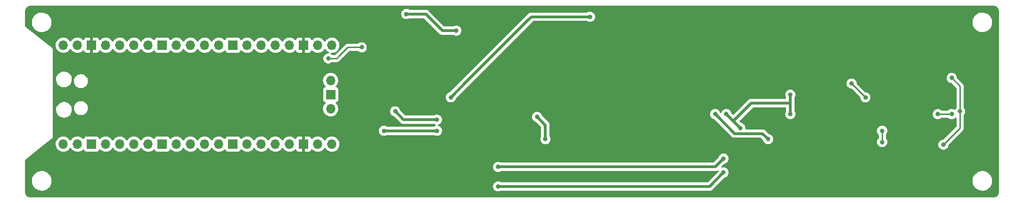
<source format=gbr>
%TF.GenerationSoftware,KiCad,Pcbnew,(6.0.8)*%
%TF.CreationDate,2022-11-30T15:49:30-05:00*%
%TF.ProjectId,mushroomDataloggerProject,6d757368-726f-46f6-9d44-6174616c6f67,rev?*%
%TF.SameCoordinates,Original*%
%TF.FileFunction,Copper,L2,Bot*%
%TF.FilePolarity,Positive*%
%FSLAX46Y46*%
G04 Gerber Fmt 4.6, Leading zero omitted, Abs format (unit mm)*
G04 Created by KiCad (PCBNEW (6.0.8)) date 2022-11-30 15:49:30*
%MOMM*%
%LPD*%
G01*
G04 APERTURE LIST*
%TA.AperFunction,ComponentPad*%
%ADD10O,1.700000X1.700000*%
%TD*%
%TA.AperFunction,ComponentPad*%
%ADD11R,1.700000X1.700000*%
%TD*%
%TA.AperFunction,ViaPad*%
%ADD12C,0.800000*%
%TD*%
%TA.AperFunction,Conductor*%
%ADD13C,0.500000*%
%TD*%
%TA.AperFunction,Conductor*%
%ADD14C,0.250000*%
%TD*%
G04 APERTURE END LIST*
D10*
%TO.P,U1,1,GPIO0*%
%TO.N,unconnected-(U1-Pad1)*%
X23870000Y-45390000D03*
%TO.P,U1,2,GPIO1*%
%TO.N,unconnected-(U1-Pad2)*%
X26410000Y-45390000D03*
D11*
%TO.P,U1,3,GND*%
%TO.N,unconnected-(U1-Pad3)*%
X28950000Y-45390000D03*
D10*
%TO.P,U1,4,GPIO2*%
%TO.N,unconnected-(U1-Pad4)*%
X31490000Y-45390000D03*
%TO.P,U1,5,GPIO3*%
%TO.N,unconnected-(U1-Pad5)*%
X34030000Y-45390000D03*
%TO.P,U1,6,GPIO4*%
%TO.N,unconnected-(U1-Pad6)*%
X36570000Y-45390000D03*
%TO.P,U1,7,GPIO5*%
%TO.N,unconnected-(U1-Pad7)*%
X39110000Y-45390000D03*
D11*
%TO.P,U1,8,GND*%
%TO.N,unconnected-(U1-Pad8)*%
X41650000Y-45390000D03*
D10*
%TO.P,U1,9,GPIO6*%
%TO.N,unconnected-(U1-Pad9)*%
X44190000Y-45390000D03*
%TO.P,U1,10,GPIO7*%
%TO.N,unconnected-(U1-Pad10)*%
X46730000Y-45390000D03*
%TO.P,U1,11,GPIO8*%
%TO.N,unconnected-(U1-Pad11)*%
X49270000Y-45390000D03*
%TO.P,U1,12,GPIO9*%
%TO.N,unconnected-(U1-Pad12)*%
X51810000Y-45390000D03*
D11*
%TO.P,U1,13,GND*%
%TO.N,unconnected-(U1-Pad13)*%
X54350000Y-45390000D03*
D10*
%TO.P,U1,14,GPIO10*%
%TO.N,unconnected-(U1-Pad14)*%
X56890000Y-45390000D03*
%TO.P,U1,15,GPIO11*%
%TO.N,unconnected-(U1-Pad15)*%
X59430000Y-45390000D03*
%TO.P,U1,16,GPIO12*%
%TO.N,SDA*%
X61970000Y-45390000D03*
%TO.P,U1,17,GPIO13*%
%TO.N,SCL*%
X64510000Y-45390000D03*
D11*
%TO.P,U1,18,GND*%
%TO.N,GND*%
X67050000Y-45390000D03*
D10*
%TO.P,U1,19,GPIO14*%
%TO.N,unconnected-(U1-Pad19)*%
X69590000Y-45390000D03*
%TO.P,U1,20,GPIO15*%
%TO.N,unconnected-(U1-Pad20)*%
X72130000Y-45390000D03*
%TO.P,U1,21,GPIO16*%
%TO.N,/SPI_RX*%
X72130000Y-27610000D03*
%TO.P,U1,22,GPIO17*%
%TO.N,/CS*%
X69590000Y-27610000D03*
D11*
%TO.P,U1,23,GND*%
%TO.N,GND*%
X67050000Y-27610000D03*
D10*
%TO.P,U1,24,GPIO18*%
%TO.N,/SCK*%
X64510000Y-27610000D03*
%TO.P,U1,25,GPIO19*%
%TO.N,/SPI_TX*%
X61970000Y-27610000D03*
%TO.P,U1,26,GPIO20*%
%TO.N,unconnected-(U1-Pad26)*%
X59430000Y-27610000D03*
%TO.P,U1,27,GPIO21*%
%TO.N,unconnected-(U1-Pad27)*%
X56890000Y-27610000D03*
D11*
%TO.P,U1,28,GND*%
%TO.N,unconnected-(U1-Pad28)*%
X54350000Y-27610000D03*
D10*
%TO.P,U1,29,GPIO22*%
%TO.N,unconnected-(U1-Pad29)*%
X51810000Y-27610000D03*
%TO.P,U1,30,RUN*%
%TO.N,unconnected-(U1-Pad30)*%
X49270000Y-27610000D03*
%TO.P,U1,31,GPIO26_ADC0*%
%TO.N,unconnected-(U1-Pad31)*%
X46730000Y-27610000D03*
%TO.P,U1,32,GPIO27_ADC1*%
%TO.N,unconnected-(U1-Pad32)*%
X44190000Y-27610000D03*
D11*
%TO.P,U1,33,AGND*%
%TO.N,unconnected-(U1-Pad33)*%
X41650000Y-27610000D03*
D10*
%TO.P,U1,34,GPIO28_ADC2*%
%TO.N,unconnected-(U1-Pad34)*%
X39110000Y-27610000D03*
%TO.P,U1,35,ADC_VREF*%
%TO.N,unconnected-(U1-Pad35)*%
X36570000Y-27610000D03*
%TO.P,U1,36,3V3*%
%TO.N,3V3*%
X34030000Y-27610000D03*
%TO.P,U1,37,3V3_EN*%
%TO.N,unconnected-(U1-Pad37)*%
X31490000Y-27610000D03*
D11*
%TO.P,U1,38,GND*%
%TO.N,GND*%
X28950000Y-27610000D03*
D10*
%TO.P,U1,39,VSYS*%
%TO.N,5V*%
X26410000Y-27610000D03*
%TO.P,U1,40,VBUS*%
%TO.N,unconnected-(U1-Pad40)*%
X23870000Y-27610000D03*
%TO.P,U1,41,SWCLK*%
%TO.N,unconnected-(U1-Pad41)*%
X71900000Y-39040000D03*
D11*
%TO.P,U1,42,GND*%
%TO.N,unconnected-(U1-Pad42)*%
X71900000Y-36500000D03*
D10*
%TO.P,U1,43,SWDIO*%
%TO.N,unconnected-(U1-Pad43)*%
X71900000Y-33960000D03*
%TD*%
D12*
%TO.N,/RTC_VBAT*%
X118500000Y-22500000D03*
X93500000Y-37000000D03*
%TO.N,GND*%
X113000000Y-40000000D03*
X168500000Y-29000000D03*
X188500000Y-31224500D03*
X88175000Y-35325000D03*
X89500000Y-27000000D03*
X87000000Y-52500000D03*
X152450000Y-23500000D03*
X185500000Y-33024500D03*
X174000000Y-41000000D03*
X130500000Y-48000000D03*
X152450000Y-27000000D03*
X81500000Y-24500000D03*
X107000000Y-28500000D03*
X100000000Y-27000000D03*
X94500000Y-22000000D03*
X68000000Y-49500000D03*
X68000000Y-33000000D03*
X188000000Y-37224500D03*
X185500000Y-47500000D03*
X182000000Y-26000000D03*
X175500000Y-31000000D03*
X176490000Y-50510000D03*
%TO.N,/VCC_RTC*%
X110500000Y-44500000D03*
X109000000Y-40500000D03*
%TO.N,/Sensors/VCC_IN*%
X150500000Y-44500000D03*
X141000000Y-40000000D03*
%TO.N,SCL*%
X165500000Y-34500000D03*
X168000000Y-37000000D03*
%TO.N,SDA*%
X183500000Y-40000000D03*
X181000000Y-40000000D03*
%TO.N,3V3*%
X85500000Y-22000000D03*
X91000000Y-41000000D03*
X83500000Y-39500000D03*
X94500000Y-25000000D03*
X142500000Y-50500000D03*
X102000000Y-53000000D03*
%TO.N,5V*%
X142500000Y-48000000D03*
X81500000Y-43000000D03*
X102000000Y-49500000D03*
X91000000Y-43000000D03*
%TO.N,/CS*%
X71500000Y-30000000D03*
X77500000Y-28000000D03*
%TO.N,/Sensors/VCC*%
X185000000Y-39500000D03*
X154500000Y-40000000D03*
X182000000Y-45500000D03*
X143000000Y-40000000D03*
X154500000Y-36500000D03*
X145500000Y-42500000D03*
X143000000Y-40000000D03*
X183500000Y-33500000D03*
%TO.N,Net-(C2-Pad1)*%
X171000000Y-45024501D03*
X171000000Y-43000000D03*
X171000000Y-45024501D03*
%TD*%
D13*
%TO.N,/RTC_VBAT*%
X108000000Y-22500000D02*
X118500000Y-22500000D01*
X96500000Y-34000000D02*
X101500000Y-29000000D01*
X93500000Y-37000000D02*
X96500000Y-34000000D01*
X107500000Y-23000000D02*
X108000000Y-22500000D01*
X101500000Y-29000000D02*
X107500000Y-23000000D01*
%TO.N,GND*%
X94500000Y-22000000D02*
X95000000Y-22500000D01*
X95000000Y-22500000D02*
X95000000Y-23500000D01*
%TO.N,/VCC_RTC*%
X110500000Y-44500000D02*
X110500000Y-42000000D01*
X110500000Y-42000000D02*
X109000000Y-40500000D01*
%TO.N,/Sensors/VCC_IN*%
X149500000Y-43500000D02*
X150500000Y-44500000D01*
X144500000Y-43500000D02*
X149500000Y-43500000D01*
X141000000Y-40000000D02*
X144500000Y-43500000D01*
D14*
%TO.N,SCL*%
X168000000Y-37000000D02*
X165500000Y-34500000D01*
%TO.N,SDA*%
X183500000Y-40000000D02*
X181000000Y-40000000D01*
D13*
%TO.N,3V3*%
X83500000Y-39500000D02*
X85000000Y-41000000D01*
X85000000Y-41000000D02*
X91000000Y-41000000D01*
X94500000Y-25000000D02*
X92000000Y-25000000D01*
X102000000Y-53000000D02*
X140000000Y-53000000D01*
X140000000Y-53000000D02*
X142500000Y-50500000D01*
X92000000Y-25000000D02*
X89000000Y-22000000D01*
X89000000Y-22000000D02*
X85500000Y-22000000D01*
%TO.N,5V*%
X81500000Y-43000000D02*
X91000000Y-43000000D01*
X140000000Y-49500000D02*
X141000000Y-49500000D01*
X102000000Y-49500000D02*
X140000000Y-49500000D01*
X141000000Y-49500000D02*
X142500000Y-48000000D01*
D14*
%TO.N,/CS*%
X77500000Y-28000000D02*
X77000000Y-28000000D01*
X73000000Y-30000000D02*
X71500000Y-30000000D01*
X75000000Y-28000000D02*
X73500000Y-29500000D01*
X73500000Y-29500000D02*
X73000000Y-30000000D01*
X77000000Y-28000000D02*
X75000000Y-28000000D01*
%TO.N,/Sensors/VCC*%
X185000000Y-42500000D02*
X182000000Y-45500000D01*
X185000000Y-35000000D02*
X185000000Y-39500000D01*
D13*
X154500000Y-38000000D02*
X147500000Y-38000000D01*
X154500000Y-36500000D02*
X154500000Y-38000000D01*
X154500000Y-38000000D02*
X154500000Y-40000000D01*
D14*
X183500000Y-33500000D02*
X185000000Y-35000000D01*
D13*
X147500000Y-38000000D02*
X144250000Y-41250000D01*
X144250000Y-41250000D02*
X143000000Y-40000000D01*
D14*
X185000000Y-39500000D02*
X185000000Y-42500000D01*
D13*
X145500000Y-42500000D02*
X144250000Y-41250000D01*
D14*
%TO.N,Net-(C2-Pad1)*%
X171000000Y-45024501D02*
X171000000Y-43000000D01*
%TD*%
%TA.AperFunction,Conductor*%
%TO.N,GND*%
G36*
X190970018Y-20510000D02*
G01*
X190984851Y-20512310D01*
X190984855Y-20512310D01*
X190993724Y-20513691D01*
X191006397Y-20512034D01*
X191033707Y-20511449D01*
X191161194Y-20522603D01*
X191182817Y-20526415D01*
X191328466Y-20565442D01*
X191349104Y-20572954D01*
X191485760Y-20636678D01*
X191504780Y-20647660D01*
X191628297Y-20734147D01*
X191645122Y-20748265D01*
X191751735Y-20854878D01*
X191765853Y-20871703D01*
X191852340Y-20995220D01*
X191863322Y-21014240D01*
X191927046Y-21150896D01*
X191934557Y-21171534D01*
X191973583Y-21317178D01*
X191977397Y-21338806D01*
X191978400Y-21350266D01*
X191987947Y-21459393D01*
X191987393Y-21475871D01*
X191987800Y-21475876D01*
X191987690Y-21484853D01*
X191986309Y-21493724D01*
X191987473Y-21502626D01*
X191987473Y-21502628D01*
X191990436Y-21525283D01*
X191991500Y-21541621D01*
X191991500Y-53950633D01*
X191990000Y-53970018D01*
X191987690Y-53984851D01*
X191987690Y-53984855D01*
X191986309Y-53993724D01*
X191987966Y-54006397D01*
X191988551Y-54033707D01*
X191977398Y-54161191D01*
X191973585Y-54182817D01*
X191952174Y-54262724D01*
X191934558Y-54328466D01*
X191927046Y-54349104D01*
X191863322Y-54485760D01*
X191852340Y-54504780D01*
X191765853Y-54628297D01*
X191751735Y-54645122D01*
X191645122Y-54751735D01*
X191628297Y-54765853D01*
X191504780Y-54852340D01*
X191485760Y-54863322D01*
X191349104Y-54927046D01*
X191328466Y-54934557D01*
X191182822Y-54973583D01*
X191161194Y-54977397D01*
X191104659Y-54982344D01*
X191040607Y-54987947D01*
X191024129Y-54987393D01*
X191024124Y-54987800D01*
X191015147Y-54987690D01*
X191006276Y-54986309D01*
X190997374Y-54987473D01*
X190997372Y-54987473D01*
X190983548Y-54989281D01*
X190974714Y-54990436D01*
X190958379Y-54991500D01*
X18049367Y-54991500D01*
X18029982Y-54990000D01*
X18015149Y-54987690D01*
X18015145Y-54987690D01*
X18006276Y-54986309D01*
X17993603Y-54987966D01*
X17966293Y-54988551D01*
X17838806Y-54977397D01*
X17817183Y-54973585D01*
X17671531Y-54934557D01*
X17650896Y-54927046D01*
X17514240Y-54863322D01*
X17495220Y-54852340D01*
X17371703Y-54765853D01*
X17354878Y-54751735D01*
X17248265Y-54645122D01*
X17234147Y-54628297D01*
X17147660Y-54504780D01*
X17136678Y-54485760D01*
X17072954Y-54349104D01*
X17065443Y-54328466D01*
X17026417Y-54182822D01*
X17022602Y-54161191D01*
X17012349Y-54043993D01*
X17012374Y-54021758D01*
X17012770Y-54017344D01*
X17013576Y-54012552D01*
X17013729Y-54000000D01*
X17009773Y-53972376D01*
X17008500Y-53954514D01*
X17008500Y-52107655D01*
X18239858Y-52107655D01*
X18275104Y-52366638D01*
X18276412Y-52371124D01*
X18276412Y-52371126D01*
X18296098Y-52438664D01*
X18348243Y-52617567D01*
X18457668Y-52854928D01*
X18460231Y-52858837D01*
X18598410Y-53069596D01*
X18598414Y-53069601D01*
X18600976Y-53073509D01*
X18775018Y-53268506D01*
X18975970Y-53435637D01*
X18979973Y-53438066D01*
X19195422Y-53568804D01*
X19195426Y-53568806D01*
X19199419Y-53571229D01*
X19440455Y-53672303D01*
X19693783Y-53736641D01*
X19698434Y-53737109D01*
X19698438Y-53737110D01*
X19891308Y-53756531D01*
X19910867Y-53758500D01*
X20066354Y-53758500D01*
X20068679Y-53758327D01*
X20068685Y-53758327D01*
X20256000Y-53744407D01*
X20256004Y-53744406D01*
X20260652Y-53744061D01*
X20265200Y-53743032D01*
X20265206Y-53743031D01*
X20480337Y-53694351D01*
X20515577Y-53686377D01*
X20519931Y-53684684D01*
X20754824Y-53593340D01*
X20754827Y-53593339D01*
X20759177Y-53591647D01*
X20778604Y-53580544D01*
X20871980Y-53527175D01*
X20986098Y-53461951D01*
X21191357Y-53300138D01*
X21370443Y-53109763D01*
X21446589Y-53000000D01*
X101086496Y-53000000D01*
X101087186Y-53006565D01*
X101098391Y-53113171D01*
X101106458Y-53189928D01*
X101165473Y-53371556D01*
X101260960Y-53536944D01*
X101265378Y-53541851D01*
X101265379Y-53541852D01*
X101356286Y-53642814D01*
X101388747Y-53678866D01*
X101441025Y-53716848D01*
X101537904Y-53787235D01*
X101543248Y-53791118D01*
X101549276Y-53793802D01*
X101549278Y-53793803D01*
X101711681Y-53866109D01*
X101717712Y-53868794D01*
X101811112Y-53888647D01*
X101898056Y-53907128D01*
X101898061Y-53907128D01*
X101904513Y-53908500D01*
X102095487Y-53908500D01*
X102101939Y-53907128D01*
X102101944Y-53907128D01*
X102188887Y-53888647D01*
X102282288Y-53868794D01*
X102288319Y-53866109D01*
X102450722Y-53793803D01*
X102450724Y-53793802D01*
X102456752Y-53791118D01*
X102462091Y-53787239D01*
X102462098Y-53787235D01*
X102468528Y-53782563D01*
X102542587Y-53758500D01*
X139932930Y-53758500D01*
X139951880Y-53759933D01*
X139966115Y-53762099D01*
X139966119Y-53762099D01*
X139973349Y-53763199D01*
X139980641Y-53762606D01*
X139980644Y-53762606D01*
X140026018Y-53758915D01*
X140036233Y-53758500D01*
X140044293Y-53758500D01*
X140057583Y-53756951D01*
X140072507Y-53755211D01*
X140076882Y-53754778D01*
X140142339Y-53749454D01*
X140142342Y-53749453D01*
X140149637Y-53748860D01*
X140156601Y-53746604D01*
X140162560Y-53745413D01*
X140168415Y-53744029D01*
X140175681Y-53743182D01*
X140244327Y-53718265D01*
X140248455Y-53716848D01*
X140310936Y-53696607D01*
X140310938Y-53696606D01*
X140317899Y-53694351D01*
X140324154Y-53690555D01*
X140329628Y-53688049D01*
X140335058Y-53685330D01*
X140341937Y-53682833D01*
X140355478Y-53673955D01*
X140402976Y-53642814D01*
X140406680Y-53640477D01*
X140469107Y-53602595D01*
X140477484Y-53595197D01*
X140477508Y-53595224D01*
X140480500Y-53592571D01*
X140483733Y-53589868D01*
X140489852Y-53585856D01*
X140543128Y-53529617D01*
X140545506Y-53527175D01*
X141965026Y-52107655D01*
X187239858Y-52107655D01*
X187275104Y-52366638D01*
X187276412Y-52371124D01*
X187276412Y-52371126D01*
X187296098Y-52438664D01*
X187348243Y-52617567D01*
X187457668Y-52854928D01*
X187460231Y-52858837D01*
X187598410Y-53069596D01*
X187598414Y-53069601D01*
X187600976Y-53073509D01*
X187775018Y-53268506D01*
X187975970Y-53435637D01*
X187979973Y-53438066D01*
X188195422Y-53568804D01*
X188195426Y-53568806D01*
X188199419Y-53571229D01*
X188440455Y-53672303D01*
X188693783Y-53736641D01*
X188698434Y-53737109D01*
X188698438Y-53737110D01*
X188891308Y-53756531D01*
X188910867Y-53758500D01*
X189066354Y-53758500D01*
X189068679Y-53758327D01*
X189068685Y-53758327D01*
X189256000Y-53744407D01*
X189256004Y-53744406D01*
X189260652Y-53744061D01*
X189265200Y-53743032D01*
X189265206Y-53743031D01*
X189480337Y-53694351D01*
X189515577Y-53686377D01*
X189519931Y-53684684D01*
X189754824Y-53593340D01*
X189754827Y-53593339D01*
X189759177Y-53591647D01*
X189778604Y-53580544D01*
X189871980Y-53527175D01*
X189986098Y-53461951D01*
X190191357Y-53300138D01*
X190370443Y-53109763D01*
X190519424Y-52895009D01*
X190635025Y-52660593D01*
X190714707Y-52411665D01*
X190756721Y-52153693D01*
X190760142Y-51892345D01*
X190724896Y-51633362D01*
X190710473Y-51583877D01*
X190653068Y-51386932D01*
X190651757Y-51382433D01*
X190542332Y-51145072D01*
X190467691Y-51031226D01*
X190401590Y-50930404D01*
X190401586Y-50930399D01*
X190399024Y-50926491D01*
X190224982Y-50731494D01*
X190024030Y-50564363D01*
X189907144Y-50493435D01*
X189804578Y-50431196D01*
X189804574Y-50431194D01*
X189800581Y-50428771D01*
X189559545Y-50327697D01*
X189306217Y-50263359D01*
X189301566Y-50262891D01*
X189301562Y-50262890D01*
X189092271Y-50241816D01*
X189089133Y-50241500D01*
X188933646Y-50241500D01*
X188931321Y-50241673D01*
X188931315Y-50241673D01*
X188744000Y-50255593D01*
X188743996Y-50255594D01*
X188739348Y-50255939D01*
X188734800Y-50256968D01*
X188734794Y-50256969D01*
X188583880Y-50291118D01*
X188484423Y-50313623D01*
X188480071Y-50315315D01*
X188480069Y-50315316D01*
X188245176Y-50406660D01*
X188245173Y-50406661D01*
X188240823Y-50408353D01*
X188013902Y-50538049D01*
X187808643Y-50699862D01*
X187629557Y-50890237D01*
X187480576Y-51104991D01*
X187364975Y-51339407D01*
X187363553Y-51343850D01*
X187363552Y-51343852D01*
X187286720Y-51583877D01*
X187285293Y-51588335D01*
X187243279Y-51846307D01*
X187243218Y-51850980D01*
X187240052Y-52092872D01*
X187239858Y-52107655D01*
X141965026Y-52107655D01*
X142656331Y-51416350D01*
X142719228Y-51382199D01*
X142775824Y-51370169D01*
X142775833Y-51370166D01*
X142782288Y-51368794D01*
X142848293Y-51339407D01*
X142950722Y-51293803D01*
X142950724Y-51293802D01*
X142956752Y-51291118D01*
X143111253Y-51178866D01*
X143239040Y-51036944D01*
X143304826Y-50922999D01*
X143331223Y-50877279D01*
X143331224Y-50877278D01*
X143334527Y-50871556D01*
X143393542Y-50689928D01*
X143413504Y-50500000D01*
X143412814Y-50493435D01*
X143394232Y-50316635D01*
X143394232Y-50316633D01*
X143393542Y-50310072D01*
X143334527Y-50128444D01*
X143239040Y-49963056D01*
X143111253Y-49821134D01*
X142956752Y-49708882D01*
X142950724Y-49706198D01*
X142950722Y-49706197D01*
X142788319Y-49633891D01*
X142788318Y-49633891D01*
X142782288Y-49631206D01*
X142688887Y-49611353D01*
X142601944Y-49592872D01*
X142601939Y-49592872D01*
X142595487Y-49591500D01*
X142404513Y-49591500D01*
X142398061Y-49592872D01*
X142398056Y-49592872D01*
X142282983Y-49617332D01*
X142212192Y-49611930D01*
X142155560Y-49569113D01*
X142131066Y-49502475D01*
X142146487Y-49433174D01*
X142167691Y-49404990D01*
X142656331Y-48916350D01*
X142719228Y-48882199D01*
X142775824Y-48870169D01*
X142775833Y-48870166D01*
X142782288Y-48868794D01*
X142788319Y-48866109D01*
X142950722Y-48793803D01*
X142950724Y-48793802D01*
X142956752Y-48791118D01*
X143111253Y-48678866D01*
X143239040Y-48536944D01*
X143334527Y-48371556D01*
X143393542Y-48189928D01*
X143413504Y-48000000D01*
X143393542Y-47810072D01*
X143334527Y-47628444D01*
X143239040Y-47463056D01*
X143111253Y-47321134D01*
X142956752Y-47208882D01*
X142950724Y-47206198D01*
X142950722Y-47206197D01*
X142788319Y-47133891D01*
X142788318Y-47133891D01*
X142782288Y-47131206D01*
X142688887Y-47111353D01*
X142601944Y-47092872D01*
X142601939Y-47092872D01*
X142595487Y-47091500D01*
X142404513Y-47091500D01*
X142398061Y-47092872D01*
X142398056Y-47092872D01*
X142311113Y-47111353D01*
X142217712Y-47131206D01*
X142211682Y-47133891D01*
X142211681Y-47133891D01*
X142049278Y-47206197D01*
X142049276Y-47206198D01*
X142043248Y-47208882D01*
X141888747Y-47321134D01*
X141760960Y-47463056D01*
X141665473Y-47628444D01*
X141663431Y-47634729D01*
X141610613Y-47797285D01*
X141579875Y-47847444D01*
X140722724Y-48704595D01*
X140660412Y-48738621D01*
X140633629Y-48741500D01*
X102542587Y-48741500D01*
X102468528Y-48717437D01*
X102462098Y-48712765D01*
X102462091Y-48712761D01*
X102456752Y-48708882D01*
X102450724Y-48706198D01*
X102450722Y-48706197D01*
X102288319Y-48633891D01*
X102288318Y-48633891D01*
X102282288Y-48631206D01*
X102188887Y-48611353D01*
X102101944Y-48592872D01*
X102101939Y-48592872D01*
X102095487Y-48591500D01*
X101904513Y-48591500D01*
X101898061Y-48592872D01*
X101898056Y-48592872D01*
X101811112Y-48611353D01*
X101717712Y-48631206D01*
X101711682Y-48633891D01*
X101711681Y-48633891D01*
X101549278Y-48706197D01*
X101549276Y-48706198D01*
X101543248Y-48708882D01*
X101537907Y-48712762D01*
X101537906Y-48712763D01*
X101531473Y-48717437D01*
X101388747Y-48821134D01*
X101384326Y-48826044D01*
X101384325Y-48826045D01*
X101326779Y-48889957D01*
X101260960Y-48963056D01*
X101165473Y-49128444D01*
X101106458Y-49310072D01*
X101086496Y-49500000D01*
X101106458Y-49689928D01*
X101165473Y-49871556D01*
X101260960Y-50036944D01*
X101265378Y-50041851D01*
X101265379Y-50041852D01*
X101356286Y-50142814D01*
X101388747Y-50178866D01*
X101441025Y-50216848D01*
X101537904Y-50287235D01*
X101543248Y-50291118D01*
X101549276Y-50293802D01*
X101549278Y-50293803D01*
X101711681Y-50366109D01*
X101717712Y-50368794D01*
X101811112Y-50388647D01*
X101898056Y-50407128D01*
X101898061Y-50407128D01*
X101904513Y-50408500D01*
X102095487Y-50408500D01*
X102101939Y-50407128D01*
X102101944Y-50407128D01*
X102188888Y-50388647D01*
X102282288Y-50368794D01*
X102288319Y-50366109D01*
X102450722Y-50293803D01*
X102450724Y-50293802D01*
X102456752Y-50291118D01*
X102462091Y-50287239D01*
X102462098Y-50287235D01*
X102468528Y-50282563D01*
X102542587Y-50258500D01*
X140932930Y-50258500D01*
X140951880Y-50259933D01*
X140966115Y-50262099D01*
X140966119Y-50262099D01*
X140973349Y-50263199D01*
X140980641Y-50262606D01*
X140980644Y-50262606D01*
X141026018Y-50258915D01*
X141036233Y-50258500D01*
X141044293Y-50258500D01*
X141057583Y-50256951D01*
X141072507Y-50255211D01*
X141076882Y-50254778D01*
X141142339Y-50249454D01*
X141142342Y-50249453D01*
X141149637Y-50248860D01*
X141156601Y-50246604D01*
X141162560Y-50245413D01*
X141168415Y-50244029D01*
X141175681Y-50243182D01*
X141244327Y-50218265D01*
X141248455Y-50216848D01*
X141310936Y-50196607D01*
X141310938Y-50196606D01*
X141317899Y-50194351D01*
X141324154Y-50190555D01*
X141329628Y-50188049D01*
X141335058Y-50185330D01*
X141341937Y-50182833D01*
X141402976Y-50142814D01*
X141406694Y-50140468D01*
X141407462Y-50140002D01*
X141434125Y-50123822D01*
X141502736Y-50105583D01*
X141570319Y-50127333D01*
X141615414Y-50182169D01*
X141623704Y-50252680D01*
X141619324Y-50270474D01*
X141610613Y-50297285D01*
X141579875Y-50347444D01*
X139722724Y-52204595D01*
X139660412Y-52238621D01*
X139633629Y-52241500D01*
X102542587Y-52241500D01*
X102468528Y-52217437D01*
X102462098Y-52212765D01*
X102462091Y-52212761D01*
X102456752Y-52208882D01*
X102450724Y-52206198D01*
X102450722Y-52206197D01*
X102288319Y-52133891D01*
X102288318Y-52133891D01*
X102282288Y-52131206D01*
X102171490Y-52107655D01*
X102101944Y-52092872D01*
X102101939Y-52092872D01*
X102095487Y-52091500D01*
X101904513Y-52091500D01*
X101898061Y-52092872D01*
X101898056Y-52092872D01*
X101828510Y-52107655D01*
X101717712Y-52131206D01*
X101711682Y-52133891D01*
X101711681Y-52133891D01*
X101549278Y-52206197D01*
X101549276Y-52206198D01*
X101543248Y-52208882D01*
X101537907Y-52212762D01*
X101537906Y-52212763D01*
X101531473Y-52217437D01*
X101388747Y-52321134D01*
X101384326Y-52326044D01*
X101384325Y-52326045D01*
X101303219Y-52416123D01*
X101260960Y-52463056D01*
X101165473Y-52628444D01*
X101106458Y-52810072D01*
X101105768Y-52816633D01*
X101105768Y-52816635D01*
X101097531Y-52895009D01*
X101086496Y-53000000D01*
X21446589Y-53000000D01*
X21519424Y-52895009D01*
X21635025Y-52660593D01*
X21714707Y-52411665D01*
X21756721Y-52153693D01*
X21760142Y-51892345D01*
X21724896Y-51633362D01*
X21710473Y-51583877D01*
X21653068Y-51386932D01*
X21651757Y-51382433D01*
X21542332Y-51145072D01*
X21467691Y-51031226D01*
X21401590Y-50930404D01*
X21401586Y-50930399D01*
X21399024Y-50926491D01*
X21224982Y-50731494D01*
X21024030Y-50564363D01*
X20907144Y-50493435D01*
X20804578Y-50431196D01*
X20804574Y-50431194D01*
X20800581Y-50428771D01*
X20559545Y-50327697D01*
X20306217Y-50263359D01*
X20301566Y-50262891D01*
X20301562Y-50262890D01*
X20092271Y-50241816D01*
X20089133Y-50241500D01*
X19933646Y-50241500D01*
X19931321Y-50241673D01*
X19931315Y-50241673D01*
X19744000Y-50255593D01*
X19743996Y-50255594D01*
X19739348Y-50255939D01*
X19734800Y-50256968D01*
X19734794Y-50256969D01*
X19583880Y-50291118D01*
X19484423Y-50313623D01*
X19480071Y-50315315D01*
X19480069Y-50315316D01*
X19245176Y-50406660D01*
X19245173Y-50406661D01*
X19240823Y-50408353D01*
X19013902Y-50538049D01*
X18808643Y-50699862D01*
X18629557Y-50890237D01*
X18480576Y-51104991D01*
X18364975Y-51339407D01*
X18363553Y-51343850D01*
X18363552Y-51343852D01*
X18286720Y-51583877D01*
X18285293Y-51588335D01*
X18243279Y-51846307D01*
X18243218Y-51850980D01*
X18240052Y-52092872D01*
X18239858Y-52107655D01*
X17008500Y-52107655D01*
X17008500Y-48304956D01*
X17028502Y-48236835D01*
X17055788Y-48206567D01*
X18947341Y-46693324D01*
X20618128Y-45356695D01*
X22507251Y-45356695D01*
X22507548Y-45361848D01*
X22507548Y-45361851D01*
X22513202Y-45459908D01*
X22520110Y-45579715D01*
X22521247Y-45584761D01*
X22521248Y-45584767D01*
X22541119Y-45672939D01*
X22569222Y-45797639D01*
X22653266Y-46004616D01*
X22690685Y-46065678D01*
X22767291Y-46190688D01*
X22769987Y-46195088D01*
X22916250Y-46363938D01*
X23088126Y-46506632D01*
X23281000Y-46619338D01*
X23489692Y-46699030D01*
X23494760Y-46700061D01*
X23494763Y-46700062D01*
X23602017Y-46721883D01*
X23708597Y-46743567D01*
X23713772Y-46743757D01*
X23713774Y-46743757D01*
X23926673Y-46751564D01*
X23926677Y-46751564D01*
X23931837Y-46751753D01*
X23936957Y-46751097D01*
X23936959Y-46751097D01*
X24148288Y-46724025D01*
X24148289Y-46724025D01*
X24153416Y-46723368D01*
X24158366Y-46721883D01*
X24362429Y-46660661D01*
X24362434Y-46660659D01*
X24367384Y-46659174D01*
X24567994Y-46560896D01*
X24749860Y-46431173D01*
X24772613Y-46408500D01*
X24850701Y-46330684D01*
X24908096Y-46273489D01*
X24967594Y-46190689D01*
X25038453Y-46092077D01*
X25039776Y-46093028D01*
X25086645Y-46049857D01*
X25156580Y-46037625D01*
X25222026Y-46065144D01*
X25249875Y-46096994D01*
X25309987Y-46195088D01*
X25456250Y-46363938D01*
X25628126Y-46506632D01*
X25821000Y-46619338D01*
X26029692Y-46699030D01*
X26034760Y-46700061D01*
X26034763Y-46700062D01*
X26142017Y-46721883D01*
X26248597Y-46743567D01*
X26253772Y-46743757D01*
X26253774Y-46743757D01*
X26466673Y-46751564D01*
X26466677Y-46751564D01*
X26471837Y-46751753D01*
X26476957Y-46751097D01*
X26476959Y-46751097D01*
X26688288Y-46724025D01*
X26688289Y-46724025D01*
X26693416Y-46723368D01*
X26698366Y-46721883D01*
X26902429Y-46660661D01*
X26902434Y-46660659D01*
X26907384Y-46659174D01*
X27107994Y-46560896D01*
X27289860Y-46431173D01*
X27398091Y-46323319D01*
X27460462Y-46289404D01*
X27531268Y-46294592D01*
X27588030Y-46337238D01*
X27605012Y-46368341D01*
X27605696Y-46370166D01*
X27649385Y-46486705D01*
X27736739Y-46603261D01*
X27853295Y-46690615D01*
X27989684Y-46741745D01*
X28051866Y-46748500D01*
X29848134Y-46748500D01*
X29910316Y-46741745D01*
X30046705Y-46690615D01*
X30163261Y-46603261D01*
X30250615Y-46486705D01*
X30294304Y-46370166D01*
X30294598Y-46369382D01*
X30337240Y-46312618D01*
X30403802Y-46287918D01*
X30473150Y-46303126D01*
X30507817Y-46331114D01*
X30536250Y-46363938D01*
X30708126Y-46506632D01*
X30901000Y-46619338D01*
X31109692Y-46699030D01*
X31114760Y-46700061D01*
X31114763Y-46700062D01*
X31222017Y-46721883D01*
X31328597Y-46743567D01*
X31333772Y-46743757D01*
X31333774Y-46743757D01*
X31546673Y-46751564D01*
X31546677Y-46751564D01*
X31551837Y-46751753D01*
X31556957Y-46751097D01*
X31556959Y-46751097D01*
X31768288Y-46724025D01*
X31768289Y-46724025D01*
X31773416Y-46723368D01*
X31778366Y-46721883D01*
X31982429Y-46660661D01*
X31982434Y-46660659D01*
X31987384Y-46659174D01*
X32187994Y-46560896D01*
X32369860Y-46431173D01*
X32392613Y-46408500D01*
X32470701Y-46330684D01*
X32528096Y-46273489D01*
X32587594Y-46190689D01*
X32658453Y-46092077D01*
X32659776Y-46093028D01*
X32706645Y-46049857D01*
X32776580Y-46037625D01*
X32842026Y-46065144D01*
X32869875Y-46096994D01*
X32929987Y-46195088D01*
X33076250Y-46363938D01*
X33248126Y-46506632D01*
X33441000Y-46619338D01*
X33649692Y-46699030D01*
X33654760Y-46700061D01*
X33654763Y-46700062D01*
X33762017Y-46721883D01*
X33868597Y-46743567D01*
X33873772Y-46743757D01*
X33873774Y-46743757D01*
X34086673Y-46751564D01*
X34086677Y-46751564D01*
X34091837Y-46751753D01*
X34096957Y-46751097D01*
X34096959Y-46751097D01*
X34308288Y-46724025D01*
X34308289Y-46724025D01*
X34313416Y-46723368D01*
X34318366Y-46721883D01*
X34522429Y-46660661D01*
X34522434Y-46660659D01*
X34527384Y-46659174D01*
X34727994Y-46560896D01*
X34909860Y-46431173D01*
X34932613Y-46408500D01*
X35010701Y-46330684D01*
X35068096Y-46273489D01*
X35127594Y-46190689D01*
X35198453Y-46092077D01*
X35199776Y-46093028D01*
X35246645Y-46049857D01*
X35316580Y-46037625D01*
X35382026Y-46065144D01*
X35409875Y-46096994D01*
X35469987Y-46195088D01*
X35616250Y-46363938D01*
X35788126Y-46506632D01*
X35981000Y-46619338D01*
X36189692Y-46699030D01*
X36194760Y-46700061D01*
X36194763Y-46700062D01*
X36302017Y-46721883D01*
X36408597Y-46743567D01*
X36413772Y-46743757D01*
X36413774Y-46743757D01*
X36626673Y-46751564D01*
X36626677Y-46751564D01*
X36631837Y-46751753D01*
X36636957Y-46751097D01*
X36636959Y-46751097D01*
X36848288Y-46724025D01*
X36848289Y-46724025D01*
X36853416Y-46723368D01*
X36858366Y-46721883D01*
X37062429Y-46660661D01*
X37062434Y-46660659D01*
X37067384Y-46659174D01*
X37267994Y-46560896D01*
X37449860Y-46431173D01*
X37472613Y-46408500D01*
X37550701Y-46330684D01*
X37608096Y-46273489D01*
X37667594Y-46190689D01*
X37738453Y-46092077D01*
X37739776Y-46093028D01*
X37786645Y-46049857D01*
X37856580Y-46037625D01*
X37922026Y-46065144D01*
X37949875Y-46096994D01*
X38009987Y-46195088D01*
X38156250Y-46363938D01*
X38328126Y-46506632D01*
X38521000Y-46619338D01*
X38729692Y-46699030D01*
X38734760Y-46700061D01*
X38734763Y-46700062D01*
X38842017Y-46721883D01*
X38948597Y-46743567D01*
X38953772Y-46743757D01*
X38953774Y-46743757D01*
X39166673Y-46751564D01*
X39166677Y-46751564D01*
X39171837Y-46751753D01*
X39176957Y-46751097D01*
X39176959Y-46751097D01*
X39388288Y-46724025D01*
X39388289Y-46724025D01*
X39393416Y-46723368D01*
X39398366Y-46721883D01*
X39602429Y-46660661D01*
X39602434Y-46660659D01*
X39607384Y-46659174D01*
X39807994Y-46560896D01*
X39989860Y-46431173D01*
X40098091Y-46323319D01*
X40160462Y-46289404D01*
X40231268Y-46294592D01*
X40288030Y-46337238D01*
X40305012Y-46368341D01*
X40305696Y-46370166D01*
X40349385Y-46486705D01*
X40436739Y-46603261D01*
X40553295Y-46690615D01*
X40689684Y-46741745D01*
X40751866Y-46748500D01*
X42548134Y-46748500D01*
X42610316Y-46741745D01*
X42746705Y-46690615D01*
X42863261Y-46603261D01*
X42950615Y-46486705D01*
X42994304Y-46370166D01*
X42994598Y-46369382D01*
X43037240Y-46312618D01*
X43103802Y-46287918D01*
X43173150Y-46303126D01*
X43207817Y-46331114D01*
X43236250Y-46363938D01*
X43408126Y-46506632D01*
X43601000Y-46619338D01*
X43809692Y-46699030D01*
X43814760Y-46700061D01*
X43814763Y-46700062D01*
X43922017Y-46721883D01*
X44028597Y-46743567D01*
X44033772Y-46743757D01*
X44033774Y-46743757D01*
X44246673Y-46751564D01*
X44246677Y-46751564D01*
X44251837Y-46751753D01*
X44256957Y-46751097D01*
X44256959Y-46751097D01*
X44468288Y-46724025D01*
X44468289Y-46724025D01*
X44473416Y-46723368D01*
X44478366Y-46721883D01*
X44682429Y-46660661D01*
X44682434Y-46660659D01*
X44687384Y-46659174D01*
X44887994Y-46560896D01*
X45069860Y-46431173D01*
X45092613Y-46408500D01*
X45170701Y-46330684D01*
X45228096Y-46273489D01*
X45287594Y-46190689D01*
X45358453Y-46092077D01*
X45359776Y-46093028D01*
X45406645Y-46049857D01*
X45476580Y-46037625D01*
X45542026Y-46065144D01*
X45569875Y-46096994D01*
X45629987Y-46195088D01*
X45776250Y-46363938D01*
X45948126Y-46506632D01*
X46141000Y-46619338D01*
X46349692Y-46699030D01*
X46354760Y-46700061D01*
X46354763Y-46700062D01*
X46462017Y-46721883D01*
X46568597Y-46743567D01*
X46573772Y-46743757D01*
X46573774Y-46743757D01*
X46786673Y-46751564D01*
X46786677Y-46751564D01*
X46791837Y-46751753D01*
X46796957Y-46751097D01*
X46796959Y-46751097D01*
X47008288Y-46724025D01*
X47008289Y-46724025D01*
X47013416Y-46723368D01*
X47018366Y-46721883D01*
X47222429Y-46660661D01*
X47222434Y-46660659D01*
X47227384Y-46659174D01*
X47427994Y-46560896D01*
X47609860Y-46431173D01*
X47632613Y-46408500D01*
X47710701Y-46330684D01*
X47768096Y-46273489D01*
X47827594Y-46190689D01*
X47898453Y-46092077D01*
X47899776Y-46093028D01*
X47946645Y-46049857D01*
X48016580Y-46037625D01*
X48082026Y-46065144D01*
X48109875Y-46096994D01*
X48169987Y-46195088D01*
X48316250Y-46363938D01*
X48488126Y-46506632D01*
X48681000Y-46619338D01*
X48889692Y-46699030D01*
X48894760Y-46700061D01*
X48894763Y-46700062D01*
X49002017Y-46721883D01*
X49108597Y-46743567D01*
X49113772Y-46743757D01*
X49113774Y-46743757D01*
X49326673Y-46751564D01*
X49326677Y-46751564D01*
X49331837Y-46751753D01*
X49336957Y-46751097D01*
X49336959Y-46751097D01*
X49548288Y-46724025D01*
X49548289Y-46724025D01*
X49553416Y-46723368D01*
X49558366Y-46721883D01*
X49762429Y-46660661D01*
X49762434Y-46660659D01*
X49767384Y-46659174D01*
X49967994Y-46560896D01*
X50149860Y-46431173D01*
X50172613Y-46408500D01*
X50250701Y-46330684D01*
X50308096Y-46273489D01*
X50367594Y-46190689D01*
X50438453Y-46092077D01*
X50439776Y-46093028D01*
X50486645Y-46049857D01*
X50556580Y-46037625D01*
X50622026Y-46065144D01*
X50649875Y-46096994D01*
X50709987Y-46195088D01*
X50856250Y-46363938D01*
X51028126Y-46506632D01*
X51221000Y-46619338D01*
X51429692Y-46699030D01*
X51434760Y-46700061D01*
X51434763Y-46700062D01*
X51542017Y-46721883D01*
X51648597Y-46743567D01*
X51653772Y-46743757D01*
X51653774Y-46743757D01*
X51866673Y-46751564D01*
X51866677Y-46751564D01*
X51871837Y-46751753D01*
X51876957Y-46751097D01*
X51876959Y-46751097D01*
X52088288Y-46724025D01*
X52088289Y-46724025D01*
X52093416Y-46723368D01*
X52098366Y-46721883D01*
X52302429Y-46660661D01*
X52302434Y-46660659D01*
X52307384Y-46659174D01*
X52507994Y-46560896D01*
X52689860Y-46431173D01*
X52798091Y-46323319D01*
X52860462Y-46289404D01*
X52931268Y-46294592D01*
X52988030Y-46337238D01*
X53005012Y-46368341D01*
X53005696Y-46370166D01*
X53049385Y-46486705D01*
X53136739Y-46603261D01*
X53253295Y-46690615D01*
X53389684Y-46741745D01*
X53451866Y-46748500D01*
X55248134Y-46748500D01*
X55310316Y-46741745D01*
X55446705Y-46690615D01*
X55563261Y-46603261D01*
X55650615Y-46486705D01*
X55694304Y-46370166D01*
X55694598Y-46369382D01*
X55737240Y-46312618D01*
X55803802Y-46287918D01*
X55873150Y-46303126D01*
X55907817Y-46331114D01*
X55936250Y-46363938D01*
X56108126Y-46506632D01*
X56301000Y-46619338D01*
X56509692Y-46699030D01*
X56514760Y-46700061D01*
X56514763Y-46700062D01*
X56622017Y-46721883D01*
X56728597Y-46743567D01*
X56733772Y-46743757D01*
X56733774Y-46743757D01*
X56946673Y-46751564D01*
X56946677Y-46751564D01*
X56951837Y-46751753D01*
X56956957Y-46751097D01*
X56956959Y-46751097D01*
X57168288Y-46724025D01*
X57168289Y-46724025D01*
X57173416Y-46723368D01*
X57178366Y-46721883D01*
X57382429Y-46660661D01*
X57382434Y-46660659D01*
X57387384Y-46659174D01*
X57587994Y-46560896D01*
X57769860Y-46431173D01*
X57792613Y-46408500D01*
X57870701Y-46330684D01*
X57928096Y-46273489D01*
X57987594Y-46190689D01*
X58058453Y-46092077D01*
X58059776Y-46093028D01*
X58106645Y-46049857D01*
X58176580Y-46037625D01*
X58242026Y-46065144D01*
X58269875Y-46096994D01*
X58329987Y-46195088D01*
X58476250Y-46363938D01*
X58648126Y-46506632D01*
X58841000Y-46619338D01*
X59049692Y-46699030D01*
X59054760Y-46700061D01*
X59054763Y-46700062D01*
X59162017Y-46721883D01*
X59268597Y-46743567D01*
X59273772Y-46743757D01*
X59273774Y-46743757D01*
X59486673Y-46751564D01*
X59486677Y-46751564D01*
X59491837Y-46751753D01*
X59496957Y-46751097D01*
X59496959Y-46751097D01*
X59708288Y-46724025D01*
X59708289Y-46724025D01*
X59713416Y-46723368D01*
X59718366Y-46721883D01*
X59922429Y-46660661D01*
X59922434Y-46660659D01*
X59927384Y-46659174D01*
X60127994Y-46560896D01*
X60309860Y-46431173D01*
X60332613Y-46408500D01*
X60410701Y-46330684D01*
X60468096Y-46273489D01*
X60527594Y-46190689D01*
X60598453Y-46092077D01*
X60599776Y-46093028D01*
X60646645Y-46049857D01*
X60716580Y-46037625D01*
X60782026Y-46065144D01*
X60809875Y-46096994D01*
X60869987Y-46195088D01*
X61016250Y-46363938D01*
X61188126Y-46506632D01*
X61381000Y-46619338D01*
X61589692Y-46699030D01*
X61594760Y-46700061D01*
X61594763Y-46700062D01*
X61702017Y-46721883D01*
X61808597Y-46743567D01*
X61813772Y-46743757D01*
X61813774Y-46743757D01*
X62026673Y-46751564D01*
X62026677Y-46751564D01*
X62031837Y-46751753D01*
X62036957Y-46751097D01*
X62036959Y-46751097D01*
X62248288Y-46724025D01*
X62248289Y-46724025D01*
X62253416Y-46723368D01*
X62258366Y-46721883D01*
X62462429Y-46660661D01*
X62462434Y-46660659D01*
X62467384Y-46659174D01*
X62667994Y-46560896D01*
X62849860Y-46431173D01*
X62872613Y-46408500D01*
X62950701Y-46330684D01*
X63008096Y-46273489D01*
X63067594Y-46190689D01*
X63138453Y-46092077D01*
X63139776Y-46093028D01*
X63186645Y-46049857D01*
X63256580Y-46037625D01*
X63322026Y-46065144D01*
X63349875Y-46096994D01*
X63409987Y-46195088D01*
X63556250Y-46363938D01*
X63728126Y-46506632D01*
X63921000Y-46619338D01*
X64129692Y-46699030D01*
X64134760Y-46700061D01*
X64134763Y-46700062D01*
X64242017Y-46721883D01*
X64348597Y-46743567D01*
X64353772Y-46743757D01*
X64353774Y-46743757D01*
X64566673Y-46751564D01*
X64566677Y-46751564D01*
X64571837Y-46751753D01*
X64576957Y-46751097D01*
X64576959Y-46751097D01*
X64788288Y-46724025D01*
X64788289Y-46724025D01*
X64793416Y-46723368D01*
X64798366Y-46721883D01*
X65002429Y-46660661D01*
X65002434Y-46660659D01*
X65007384Y-46659174D01*
X65207994Y-46560896D01*
X65389860Y-46431173D01*
X65412613Y-46408500D01*
X65498479Y-46322933D01*
X65560851Y-46289017D01*
X65631658Y-46294205D01*
X65688419Y-46336851D01*
X65705401Y-46367954D01*
X65746676Y-46478054D01*
X65755214Y-46493649D01*
X65831715Y-46595724D01*
X65844276Y-46608285D01*
X65946351Y-46684786D01*
X65961946Y-46693324D01*
X66082394Y-46738478D01*
X66097649Y-46742105D01*
X66148514Y-46747631D01*
X66155328Y-46748000D01*
X66777885Y-46748000D01*
X66793124Y-46743525D01*
X66794329Y-46742135D01*
X66796000Y-46734452D01*
X66796000Y-46729884D01*
X67304000Y-46729884D01*
X67308475Y-46745123D01*
X67309865Y-46746328D01*
X67317548Y-46747999D01*
X67944669Y-46747999D01*
X67951490Y-46747629D01*
X68002352Y-46742105D01*
X68017604Y-46738479D01*
X68138054Y-46693324D01*
X68153649Y-46684786D01*
X68255724Y-46608285D01*
X68268285Y-46595724D01*
X68344786Y-46493649D01*
X68353324Y-46478054D01*
X68394225Y-46368952D01*
X68436867Y-46312188D01*
X68503428Y-46287488D01*
X68572777Y-46302696D01*
X68607444Y-46330684D01*
X68632865Y-46360031D01*
X68632869Y-46360035D01*
X68636250Y-46363938D01*
X68808126Y-46506632D01*
X69001000Y-46619338D01*
X69209692Y-46699030D01*
X69214760Y-46700061D01*
X69214763Y-46700062D01*
X69322017Y-46721883D01*
X69428597Y-46743567D01*
X69433772Y-46743757D01*
X69433774Y-46743757D01*
X69646673Y-46751564D01*
X69646677Y-46751564D01*
X69651837Y-46751753D01*
X69656957Y-46751097D01*
X69656959Y-46751097D01*
X69868288Y-46724025D01*
X69868289Y-46724025D01*
X69873416Y-46723368D01*
X69878366Y-46721883D01*
X70082429Y-46660661D01*
X70082434Y-46660659D01*
X70087384Y-46659174D01*
X70287994Y-46560896D01*
X70469860Y-46431173D01*
X70492613Y-46408500D01*
X70570701Y-46330684D01*
X70628096Y-46273489D01*
X70687594Y-46190689D01*
X70758453Y-46092077D01*
X70759776Y-46093028D01*
X70806645Y-46049857D01*
X70876580Y-46037625D01*
X70942026Y-46065144D01*
X70969875Y-46096994D01*
X71029987Y-46195088D01*
X71176250Y-46363938D01*
X71348126Y-46506632D01*
X71541000Y-46619338D01*
X71749692Y-46699030D01*
X71754760Y-46700061D01*
X71754763Y-46700062D01*
X71862017Y-46721883D01*
X71968597Y-46743567D01*
X71973772Y-46743757D01*
X71973774Y-46743757D01*
X72186673Y-46751564D01*
X72186677Y-46751564D01*
X72191837Y-46751753D01*
X72196957Y-46751097D01*
X72196959Y-46751097D01*
X72408288Y-46724025D01*
X72408289Y-46724025D01*
X72413416Y-46723368D01*
X72418366Y-46721883D01*
X72622429Y-46660661D01*
X72622434Y-46660659D01*
X72627384Y-46659174D01*
X72827994Y-46560896D01*
X73009860Y-46431173D01*
X73032613Y-46408500D01*
X73110701Y-46330684D01*
X73168096Y-46273489D01*
X73227594Y-46190689D01*
X73295435Y-46096277D01*
X73298453Y-46092077D01*
X73319320Y-46049857D01*
X73395136Y-45896453D01*
X73395137Y-45896451D01*
X73397430Y-45891811D01*
X73462370Y-45678069D01*
X73491529Y-45456590D01*
X73493156Y-45390000D01*
X73474852Y-45167361D01*
X73420431Y-44950702D01*
X73331354Y-44745840D01*
X73287384Y-44677872D01*
X73212822Y-44562617D01*
X73212820Y-44562614D01*
X73210014Y-44558277D01*
X73059670Y-44393051D01*
X73055619Y-44389852D01*
X73055615Y-44389848D01*
X72888414Y-44257800D01*
X72888410Y-44257798D01*
X72884359Y-44254598D01*
X72858736Y-44240453D01*
X72752059Y-44181565D01*
X72688789Y-44146638D01*
X72683920Y-44144914D01*
X72683916Y-44144912D01*
X72483087Y-44073795D01*
X72483083Y-44073794D01*
X72478212Y-44072069D01*
X72473119Y-44071162D01*
X72473116Y-44071161D01*
X72263373Y-44033800D01*
X72263367Y-44033799D01*
X72258284Y-44032894D01*
X72184452Y-44031992D01*
X72040081Y-44030228D01*
X72040079Y-44030228D01*
X72034911Y-44030165D01*
X71814091Y-44063955D01*
X71601756Y-44133357D01*
X71403607Y-44236507D01*
X71399474Y-44239610D01*
X71399471Y-44239612D01*
X71262730Y-44342280D01*
X71224965Y-44370635D01*
X71185525Y-44411907D01*
X71113729Y-44487037D01*
X71070629Y-44532138D01*
X70963201Y-44689621D01*
X70908293Y-44734621D01*
X70837768Y-44742792D01*
X70774021Y-44711538D01*
X70753324Y-44687054D01*
X70672822Y-44562617D01*
X70672820Y-44562614D01*
X70670014Y-44558277D01*
X70519670Y-44393051D01*
X70515619Y-44389852D01*
X70515615Y-44389848D01*
X70348414Y-44257800D01*
X70348410Y-44257798D01*
X70344359Y-44254598D01*
X70318736Y-44240453D01*
X70212059Y-44181565D01*
X70148789Y-44146638D01*
X70143920Y-44144914D01*
X70143916Y-44144912D01*
X69943087Y-44073795D01*
X69943083Y-44073794D01*
X69938212Y-44072069D01*
X69933119Y-44071162D01*
X69933116Y-44071161D01*
X69723373Y-44033800D01*
X69723367Y-44033799D01*
X69718284Y-44032894D01*
X69644452Y-44031992D01*
X69500081Y-44030228D01*
X69500079Y-44030228D01*
X69494911Y-44030165D01*
X69274091Y-44063955D01*
X69061756Y-44133357D01*
X68863607Y-44236507D01*
X68859474Y-44239610D01*
X68859471Y-44239612D01*
X68722730Y-44342280D01*
X68684965Y-44370635D01*
X68681393Y-44374373D01*
X68603898Y-44455466D01*
X68542374Y-44490895D01*
X68471462Y-44487438D01*
X68413676Y-44446192D01*
X68394823Y-44412644D01*
X68353324Y-44301946D01*
X68344786Y-44286351D01*
X68268285Y-44184276D01*
X68255724Y-44171715D01*
X68153649Y-44095214D01*
X68138054Y-44086676D01*
X68017606Y-44041522D01*
X68002351Y-44037895D01*
X67951486Y-44032369D01*
X67944672Y-44032000D01*
X67322115Y-44032000D01*
X67306876Y-44036475D01*
X67305671Y-44037865D01*
X67304000Y-44045548D01*
X67304000Y-46729884D01*
X66796000Y-46729884D01*
X66796000Y-44050116D01*
X66791525Y-44034877D01*
X66790135Y-44033672D01*
X66782452Y-44032001D01*
X66155331Y-44032001D01*
X66148510Y-44032371D01*
X66097648Y-44037895D01*
X66082396Y-44041521D01*
X65961946Y-44086676D01*
X65946351Y-44095214D01*
X65844276Y-44171715D01*
X65831715Y-44184276D01*
X65755214Y-44286351D01*
X65746676Y-44301946D01*
X65705297Y-44412322D01*
X65662655Y-44469087D01*
X65596093Y-44493786D01*
X65526744Y-44478578D01*
X65494121Y-44452891D01*
X65443151Y-44396876D01*
X65443145Y-44396870D01*
X65439670Y-44393051D01*
X65435619Y-44389852D01*
X65435615Y-44389848D01*
X65268414Y-44257800D01*
X65268410Y-44257798D01*
X65264359Y-44254598D01*
X65238736Y-44240453D01*
X65132059Y-44181565D01*
X65068789Y-44146638D01*
X65063920Y-44144914D01*
X65063916Y-44144912D01*
X64863087Y-44073795D01*
X64863083Y-44073794D01*
X64858212Y-44072069D01*
X64853119Y-44071162D01*
X64853116Y-44071161D01*
X64643373Y-44033800D01*
X64643367Y-44033799D01*
X64638284Y-44032894D01*
X64564452Y-44031992D01*
X64420081Y-44030228D01*
X64420079Y-44030228D01*
X64414911Y-44030165D01*
X64194091Y-44063955D01*
X63981756Y-44133357D01*
X63783607Y-44236507D01*
X63779474Y-44239610D01*
X63779471Y-44239612D01*
X63642730Y-44342280D01*
X63604965Y-44370635D01*
X63565525Y-44411907D01*
X63493729Y-44487037D01*
X63450629Y-44532138D01*
X63343201Y-44689621D01*
X63288293Y-44734621D01*
X63217768Y-44742792D01*
X63154021Y-44711538D01*
X63133324Y-44687054D01*
X63052822Y-44562617D01*
X63052820Y-44562614D01*
X63050014Y-44558277D01*
X62899670Y-44393051D01*
X62895619Y-44389852D01*
X62895615Y-44389848D01*
X62728414Y-44257800D01*
X62728410Y-44257798D01*
X62724359Y-44254598D01*
X62698736Y-44240453D01*
X62592059Y-44181565D01*
X62528789Y-44146638D01*
X62523920Y-44144914D01*
X62523916Y-44144912D01*
X62323087Y-44073795D01*
X62323083Y-44073794D01*
X62318212Y-44072069D01*
X62313119Y-44071162D01*
X62313116Y-44071161D01*
X62103373Y-44033800D01*
X62103367Y-44033799D01*
X62098284Y-44032894D01*
X62024452Y-44031992D01*
X61880081Y-44030228D01*
X61880079Y-44030228D01*
X61874911Y-44030165D01*
X61654091Y-44063955D01*
X61441756Y-44133357D01*
X61243607Y-44236507D01*
X61239474Y-44239610D01*
X61239471Y-44239612D01*
X61102730Y-44342280D01*
X61064965Y-44370635D01*
X61025525Y-44411907D01*
X60953729Y-44487037D01*
X60910629Y-44532138D01*
X60803201Y-44689621D01*
X60748293Y-44734621D01*
X60677768Y-44742792D01*
X60614021Y-44711538D01*
X60593324Y-44687054D01*
X60512822Y-44562617D01*
X60512820Y-44562614D01*
X60510014Y-44558277D01*
X60359670Y-44393051D01*
X60355619Y-44389852D01*
X60355615Y-44389848D01*
X60188414Y-44257800D01*
X60188410Y-44257798D01*
X60184359Y-44254598D01*
X60158736Y-44240453D01*
X60052059Y-44181565D01*
X59988789Y-44146638D01*
X59983920Y-44144914D01*
X59983916Y-44144912D01*
X59783087Y-44073795D01*
X59783083Y-44073794D01*
X59778212Y-44072069D01*
X59773119Y-44071162D01*
X59773116Y-44071161D01*
X59563373Y-44033800D01*
X59563367Y-44033799D01*
X59558284Y-44032894D01*
X59484452Y-44031992D01*
X59340081Y-44030228D01*
X59340079Y-44030228D01*
X59334911Y-44030165D01*
X59114091Y-44063955D01*
X58901756Y-44133357D01*
X58703607Y-44236507D01*
X58699474Y-44239610D01*
X58699471Y-44239612D01*
X58562730Y-44342280D01*
X58524965Y-44370635D01*
X58485525Y-44411907D01*
X58413729Y-44487037D01*
X58370629Y-44532138D01*
X58263201Y-44689621D01*
X58208293Y-44734621D01*
X58137768Y-44742792D01*
X58074021Y-44711538D01*
X58053324Y-44687054D01*
X57972822Y-44562617D01*
X57972820Y-44562614D01*
X57970014Y-44558277D01*
X57819670Y-44393051D01*
X57815619Y-44389852D01*
X57815615Y-44389848D01*
X57648414Y-44257800D01*
X57648410Y-44257798D01*
X57644359Y-44254598D01*
X57618736Y-44240453D01*
X57512059Y-44181565D01*
X57448789Y-44146638D01*
X57443920Y-44144914D01*
X57443916Y-44144912D01*
X57243087Y-44073795D01*
X57243083Y-44073794D01*
X57238212Y-44072069D01*
X57233119Y-44071162D01*
X57233116Y-44071161D01*
X57023373Y-44033800D01*
X57023367Y-44033799D01*
X57018284Y-44032894D01*
X56944452Y-44031992D01*
X56800081Y-44030228D01*
X56800079Y-44030228D01*
X56794911Y-44030165D01*
X56574091Y-44063955D01*
X56361756Y-44133357D01*
X56163607Y-44236507D01*
X56159474Y-44239610D01*
X56159471Y-44239612D01*
X56022730Y-44342280D01*
X55984965Y-44370635D01*
X55906360Y-44452891D01*
X55904283Y-44455064D01*
X55842759Y-44490494D01*
X55771846Y-44487037D01*
X55714060Y-44445791D01*
X55695207Y-44412243D01*
X55653767Y-44301703D01*
X55650615Y-44293295D01*
X55563261Y-44176739D01*
X55446705Y-44089385D01*
X55310316Y-44038255D01*
X55248134Y-44031500D01*
X53451866Y-44031500D01*
X53389684Y-44038255D01*
X53253295Y-44089385D01*
X53136739Y-44176739D01*
X53049385Y-44293295D01*
X53046233Y-44301703D01*
X53004919Y-44411907D01*
X52962277Y-44468671D01*
X52895716Y-44493371D01*
X52826367Y-44478163D01*
X52793743Y-44452476D01*
X52743151Y-44396875D01*
X52743142Y-44396866D01*
X52739670Y-44393051D01*
X52735619Y-44389852D01*
X52735615Y-44389848D01*
X52568414Y-44257800D01*
X52568410Y-44257798D01*
X52564359Y-44254598D01*
X52538736Y-44240453D01*
X52432059Y-44181565D01*
X52368789Y-44146638D01*
X52363920Y-44144914D01*
X52363916Y-44144912D01*
X52163087Y-44073795D01*
X52163083Y-44073794D01*
X52158212Y-44072069D01*
X52153119Y-44071162D01*
X52153116Y-44071161D01*
X51943373Y-44033800D01*
X51943367Y-44033799D01*
X51938284Y-44032894D01*
X51864452Y-44031992D01*
X51720081Y-44030228D01*
X51720079Y-44030228D01*
X51714911Y-44030165D01*
X51494091Y-44063955D01*
X51281756Y-44133357D01*
X51083607Y-44236507D01*
X51079474Y-44239610D01*
X51079471Y-44239612D01*
X50942730Y-44342280D01*
X50904965Y-44370635D01*
X50865525Y-44411907D01*
X50793729Y-44487037D01*
X50750629Y-44532138D01*
X50643201Y-44689621D01*
X50588293Y-44734621D01*
X50517768Y-44742792D01*
X50454021Y-44711538D01*
X50433324Y-44687054D01*
X50352822Y-44562617D01*
X50352820Y-44562614D01*
X50350014Y-44558277D01*
X50199670Y-44393051D01*
X50195619Y-44389852D01*
X50195615Y-44389848D01*
X50028414Y-44257800D01*
X50028410Y-44257798D01*
X50024359Y-44254598D01*
X49998736Y-44240453D01*
X49892059Y-44181565D01*
X49828789Y-44146638D01*
X49823920Y-44144914D01*
X49823916Y-44144912D01*
X49623087Y-44073795D01*
X49623083Y-44073794D01*
X49618212Y-44072069D01*
X49613119Y-44071162D01*
X49613116Y-44071161D01*
X49403373Y-44033800D01*
X49403367Y-44033799D01*
X49398284Y-44032894D01*
X49324452Y-44031992D01*
X49180081Y-44030228D01*
X49180079Y-44030228D01*
X49174911Y-44030165D01*
X48954091Y-44063955D01*
X48741756Y-44133357D01*
X48543607Y-44236507D01*
X48539474Y-44239610D01*
X48539471Y-44239612D01*
X48402730Y-44342280D01*
X48364965Y-44370635D01*
X48325525Y-44411907D01*
X48253729Y-44487037D01*
X48210629Y-44532138D01*
X48103201Y-44689621D01*
X48048293Y-44734621D01*
X47977768Y-44742792D01*
X47914021Y-44711538D01*
X47893324Y-44687054D01*
X47812822Y-44562617D01*
X47812820Y-44562614D01*
X47810014Y-44558277D01*
X47659670Y-44393051D01*
X47655619Y-44389852D01*
X47655615Y-44389848D01*
X47488414Y-44257800D01*
X47488410Y-44257798D01*
X47484359Y-44254598D01*
X47458736Y-44240453D01*
X47352059Y-44181565D01*
X47288789Y-44146638D01*
X47283920Y-44144914D01*
X47283916Y-44144912D01*
X47083087Y-44073795D01*
X47083083Y-44073794D01*
X47078212Y-44072069D01*
X47073119Y-44071162D01*
X47073116Y-44071161D01*
X46863373Y-44033800D01*
X46863367Y-44033799D01*
X46858284Y-44032894D01*
X46784452Y-44031992D01*
X46640081Y-44030228D01*
X46640079Y-44030228D01*
X46634911Y-44030165D01*
X46414091Y-44063955D01*
X46201756Y-44133357D01*
X46003607Y-44236507D01*
X45999474Y-44239610D01*
X45999471Y-44239612D01*
X45862730Y-44342280D01*
X45824965Y-44370635D01*
X45785525Y-44411907D01*
X45713729Y-44487037D01*
X45670629Y-44532138D01*
X45563201Y-44689621D01*
X45508293Y-44734621D01*
X45437768Y-44742792D01*
X45374021Y-44711538D01*
X45353324Y-44687054D01*
X45272822Y-44562617D01*
X45272820Y-44562614D01*
X45270014Y-44558277D01*
X45119670Y-44393051D01*
X45115619Y-44389852D01*
X45115615Y-44389848D01*
X44948414Y-44257800D01*
X44948410Y-44257798D01*
X44944359Y-44254598D01*
X44918736Y-44240453D01*
X44812059Y-44181565D01*
X44748789Y-44146638D01*
X44743920Y-44144914D01*
X44743916Y-44144912D01*
X44543087Y-44073795D01*
X44543083Y-44073794D01*
X44538212Y-44072069D01*
X44533119Y-44071162D01*
X44533116Y-44071161D01*
X44323373Y-44033800D01*
X44323367Y-44033799D01*
X44318284Y-44032894D01*
X44244452Y-44031992D01*
X44100081Y-44030228D01*
X44100079Y-44030228D01*
X44094911Y-44030165D01*
X43874091Y-44063955D01*
X43661756Y-44133357D01*
X43463607Y-44236507D01*
X43459474Y-44239610D01*
X43459471Y-44239612D01*
X43322730Y-44342280D01*
X43284965Y-44370635D01*
X43206360Y-44452891D01*
X43204283Y-44455064D01*
X43142759Y-44490494D01*
X43071846Y-44487037D01*
X43014060Y-44445791D01*
X42995207Y-44412243D01*
X42953767Y-44301703D01*
X42950615Y-44293295D01*
X42863261Y-44176739D01*
X42746705Y-44089385D01*
X42610316Y-44038255D01*
X42548134Y-44031500D01*
X40751866Y-44031500D01*
X40689684Y-44038255D01*
X40553295Y-44089385D01*
X40436739Y-44176739D01*
X40349385Y-44293295D01*
X40346233Y-44301703D01*
X40304919Y-44411907D01*
X40262277Y-44468671D01*
X40195716Y-44493371D01*
X40126367Y-44478163D01*
X40093743Y-44452476D01*
X40043151Y-44396875D01*
X40043142Y-44396866D01*
X40039670Y-44393051D01*
X40035619Y-44389852D01*
X40035615Y-44389848D01*
X39868414Y-44257800D01*
X39868410Y-44257798D01*
X39864359Y-44254598D01*
X39838736Y-44240453D01*
X39732059Y-44181565D01*
X39668789Y-44146638D01*
X39663920Y-44144914D01*
X39663916Y-44144912D01*
X39463087Y-44073795D01*
X39463083Y-44073794D01*
X39458212Y-44072069D01*
X39453119Y-44071162D01*
X39453116Y-44071161D01*
X39243373Y-44033800D01*
X39243367Y-44033799D01*
X39238284Y-44032894D01*
X39164452Y-44031992D01*
X39020081Y-44030228D01*
X39020079Y-44030228D01*
X39014911Y-44030165D01*
X38794091Y-44063955D01*
X38581756Y-44133357D01*
X38383607Y-44236507D01*
X38379474Y-44239610D01*
X38379471Y-44239612D01*
X38242730Y-44342280D01*
X38204965Y-44370635D01*
X38165525Y-44411907D01*
X38093729Y-44487037D01*
X38050629Y-44532138D01*
X37943201Y-44689621D01*
X37888293Y-44734621D01*
X37817768Y-44742792D01*
X37754021Y-44711538D01*
X37733324Y-44687054D01*
X37652822Y-44562617D01*
X37652820Y-44562614D01*
X37650014Y-44558277D01*
X37499670Y-44393051D01*
X37495619Y-44389852D01*
X37495615Y-44389848D01*
X37328414Y-44257800D01*
X37328410Y-44257798D01*
X37324359Y-44254598D01*
X37298736Y-44240453D01*
X37192059Y-44181565D01*
X37128789Y-44146638D01*
X37123920Y-44144914D01*
X37123916Y-44144912D01*
X36923087Y-44073795D01*
X36923083Y-44073794D01*
X36918212Y-44072069D01*
X36913119Y-44071162D01*
X36913116Y-44071161D01*
X36703373Y-44033800D01*
X36703367Y-44033799D01*
X36698284Y-44032894D01*
X36624452Y-44031992D01*
X36480081Y-44030228D01*
X36480079Y-44030228D01*
X36474911Y-44030165D01*
X36254091Y-44063955D01*
X36041756Y-44133357D01*
X35843607Y-44236507D01*
X35839474Y-44239610D01*
X35839471Y-44239612D01*
X35702730Y-44342280D01*
X35664965Y-44370635D01*
X35625525Y-44411907D01*
X35553729Y-44487037D01*
X35510629Y-44532138D01*
X35403201Y-44689621D01*
X35348293Y-44734621D01*
X35277768Y-44742792D01*
X35214021Y-44711538D01*
X35193324Y-44687054D01*
X35112822Y-44562617D01*
X35112820Y-44562614D01*
X35110014Y-44558277D01*
X34959670Y-44393051D01*
X34955619Y-44389852D01*
X34955615Y-44389848D01*
X34788414Y-44257800D01*
X34788410Y-44257798D01*
X34784359Y-44254598D01*
X34758736Y-44240453D01*
X34652059Y-44181565D01*
X34588789Y-44146638D01*
X34583920Y-44144914D01*
X34583916Y-44144912D01*
X34383087Y-44073795D01*
X34383083Y-44073794D01*
X34378212Y-44072069D01*
X34373119Y-44071162D01*
X34373116Y-44071161D01*
X34163373Y-44033800D01*
X34163367Y-44033799D01*
X34158284Y-44032894D01*
X34084452Y-44031992D01*
X33940081Y-44030228D01*
X33940079Y-44030228D01*
X33934911Y-44030165D01*
X33714091Y-44063955D01*
X33501756Y-44133357D01*
X33303607Y-44236507D01*
X33299474Y-44239610D01*
X33299471Y-44239612D01*
X33162730Y-44342280D01*
X33124965Y-44370635D01*
X33085525Y-44411907D01*
X33013729Y-44487037D01*
X32970629Y-44532138D01*
X32863201Y-44689621D01*
X32808293Y-44734621D01*
X32737768Y-44742792D01*
X32674021Y-44711538D01*
X32653324Y-44687054D01*
X32572822Y-44562617D01*
X32572820Y-44562614D01*
X32570014Y-44558277D01*
X32419670Y-44393051D01*
X32415619Y-44389852D01*
X32415615Y-44389848D01*
X32248414Y-44257800D01*
X32248410Y-44257798D01*
X32244359Y-44254598D01*
X32218736Y-44240453D01*
X32112059Y-44181565D01*
X32048789Y-44146638D01*
X32043920Y-44144914D01*
X32043916Y-44144912D01*
X31843087Y-44073795D01*
X31843083Y-44073794D01*
X31838212Y-44072069D01*
X31833119Y-44071162D01*
X31833116Y-44071161D01*
X31623373Y-44033800D01*
X31623367Y-44033799D01*
X31618284Y-44032894D01*
X31544452Y-44031992D01*
X31400081Y-44030228D01*
X31400079Y-44030228D01*
X31394911Y-44030165D01*
X31174091Y-44063955D01*
X30961756Y-44133357D01*
X30763607Y-44236507D01*
X30759474Y-44239610D01*
X30759471Y-44239612D01*
X30622730Y-44342280D01*
X30584965Y-44370635D01*
X30506360Y-44452891D01*
X30504283Y-44455064D01*
X30442759Y-44490494D01*
X30371846Y-44487037D01*
X30314060Y-44445791D01*
X30295207Y-44412243D01*
X30253767Y-44301703D01*
X30250615Y-44293295D01*
X30163261Y-44176739D01*
X30046705Y-44089385D01*
X29910316Y-44038255D01*
X29848134Y-44031500D01*
X28051866Y-44031500D01*
X27989684Y-44038255D01*
X27853295Y-44089385D01*
X27736739Y-44176739D01*
X27649385Y-44293295D01*
X27646233Y-44301703D01*
X27604919Y-44411907D01*
X27562277Y-44468671D01*
X27495716Y-44493371D01*
X27426367Y-44478163D01*
X27393743Y-44452476D01*
X27343151Y-44396875D01*
X27343142Y-44396866D01*
X27339670Y-44393051D01*
X27335619Y-44389852D01*
X27335615Y-44389848D01*
X27168414Y-44257800D01*
X27168410Y-44257798D01*
X27164359Y-44254598D01*
X27138736Y-44240453D01*
X27032059Y-44181565D01*
X26968789Y-44146638D01*
X26963920Y-44144914D01*
X26963916Y-44144912D01*
X26763087Y-44073795D01*
X26763083Y-44073794D01*
X26758212Y-44072069D01*
X26753119Y-44071162D01*
X26753116Y-44071161D01*
X26543373Y-44033800D01*
X26543367Y-44033799D01*
X26538284Y-44032894D01*
X26464452Y-44031992D01*
X26320081Y-44030228D01*
X26320079Y-44030228D01*
X26314911Y-44030165D01*
X26094091Y-44063955D01*
X25881756Y-44133357D01*
X25683607Y-44236507D01*
X25679474Y-44239610D01*
X25679471Y-44239612D01*
X25542730Y-44342280D01*
X25504965Y-44370635D01*
X25465525Y-44411907D01*
X25393729Y-44487037D01*
X25350629Y-44532138D01*
X25243201Y-44689621D01*
X25188293Y-44734621D01*
X25117768Y-44742792D01*
X25054021Y-44711538D01*
X25033324Y-44687054D01*
X24952822Y-44562617D01*
X24952820Y-44562614D01*
X24950014Y-44558277D01*
X24799670Y-44393051D01*
X24795619Y-44389852D01*
X24795615Y-44389848D01*
X24628414Y-44257800D01*
X24628410Y-44257798D01*
X24624359Y-44254598D01*
X24598736Y-44240453D01*
X24492059Y-44181565D01*
X24428789Y-44146638D01*
X24423920Y-44144914D01*
X24423916Y-44144912D01*
X24223087Y-44073795D01*
X24223083Y-44073794D01*
X24218212Y-44072069D01*
X24213119Y-44071162D01*
X24213116Y-44071161D01*
X24003373Y-44033800D01*
X24003367Y-44033799D01*
X23998284Y-44032894D01*
X23924452Y-44031992D01*
X23780081Y-44030228D01*
X23780079Y-44030228D01*
X23774911Y-44030165D01*
X23554091Y-44063955D01*
X23341756Y-44133357D01*
X23143607Y-44236507D01*
X23139474Y-44239610D01*
X23139471Y-44239612D01*
X23002730Y-44342280D01*
X22964965Y-44370635D01*
X22925525Y-44411907D01*
X22853729Y-44487037D01*
X22810629Y-44532138D01*
X22684743Y-44716680D01*
X22669003Y-44750590D01*
X22615770Y-44865271D01*
X22590688Y-44919305D01*
X22530989Y-45134570D01*
X22507251Y-45356695D01*
X20618128Y-45356695D01*
X21789637Y-44419488D01*
X21801092Y-44411330D01*
X21832958Y-44391224D01*
X21874795Y-44343852D01*
X21877364Y-44341031D01*
X21914474Y-44301501D01*
X21914475Y-44301500D01*
X21920616Y-44294958D01*
X21924174Y-44287941D01*
X21929378Y-44282049D01*
X21956235Y-44224845D01*
X21957892Y-44221451D01*
X21986493Y-44165050D01*
X21987938Y-44157320D01*
X21991281Y-44150200D01*
X21999912Y-44094771D01*
X22001006Y-44087746D01*
X22001652Y-44083975D01*
X22010273Y-44037865D01*
X22013263Y-44021873D01*
X22009125Y-43980486D01*
X22008500Y-43967951D01*
X22008500Y-43000000D01*
X80586496Y-43000000D01*
X80606458Y-43189928D01*
X80665473Y-43371556D01*
X80760960Y-43536944D01*
X80765375Y-43541847D01*
X80765379Y-43541852D01*
X80833764Y-43617801D01*
X80888747Y-43678866D01*
X80935402Y-43712763D01*
X81037904Y-43787235D01*
X81043248Y-43791118D01*
X81049276Y-43793802D01*
X81049278Y-43793803D01*
X81211681Y-43866109D01*
X81217712Y-43868794D01*
X81311112Y-43888647D01*
X81398056Y-43907128D01*
X81398061Y-43907128D01*
X81404513Y-43908500D01*
X81595487Y-43908500D01*
X81601939Y-43907128D01*
X81601944Y-43907128D01*
X81688888Y-43888647D01*
X81782288Y-43868794D01*
X81788319Y-43866109D01*
X81950722Y-43793803D01*
X81950724Y-43793802D01*
X81956752Y-43791118D01*
X81962091Y-43787239D01*
X81962098Y-43787235D01*
X81968528Y-43782563D01*
X82042587Y-43758500D01*
X90457413Y-43758500D01*
X90531472Y-43782563D01*
X90537902Y-43787235D01*
X90537909Y-43787239D01*
X90543248Y-43791118D01*
X90549276Y-43793802D01*
X90549278Y-43793803D01*
X90711681Y-43866109D01*
X90717712Y-43868794D01*
X90811112Y-43888647D01*
X90898056Y-43907128D01*
X90898061Y-43907128D01*
X90904513Y-43908500D01*
X91095487Y-43908500D01*
X91101939Y-43907128D01*
X91101944Y-43907128D01*
X91188888Y-43888647D01*
X91282288Y-43868794D01*
X91288319Y-43866109D01*
X91450722Y-43793803D01*
X91450724Y-43793802D01*
X91456752Y-43791118D01*
X91462097Y-43787235D01*
X91564598Y-43712763D01*
X91611253Y-43678866D01*
X91666236Y-43617801D01*
X91734621Y-43541852D01*
X91734625Y-43541847D01*
X91739040Y-43536944D01*
X91834527Y-43371556D01*
X91893542Y-43189928D01*
X91913504Y-43000000D01*
X91905367Y-42922580D01*
X91894232Y-42816635D01*
X91894232Y-42816633D01*
X91893542Y-42810072D01*
X91834527Y-42628444D01*
X91739040Y-42463056D01*
X91611253Y-42321134D01*
X91468527Y-42217437D01*
X91462094Y-42212763D01*
X91462093Y-42212762D01*
X91456752Y-42208882D01*
X91450724Y-42206198D01*
X91450722Y-42206197D01*
X91288319Y-42133891D01*
X91288318Y-42133891D01*
X91282288Y-42131206D01*
X91244844Y-42123247D01*
X91182371Y-42089518D01*
X91148049Y-42027369D01*
X91152777Y-41956530D01*
X91195053Y-41899492D01*
X91244844Y-41876753D01*
X91282288Y-41868794D01*
X91288319Y-41866109D01*
X91450722Y-41793803D01*
X91450724Y-41793802D01*
X91456752Y-41791118D01*
X91462097Y-41787235D01*
X91526481Y-41740457D01*
X91611253Y-41678866D01*
X91634697Y-41652829D01*
X91734621Y-41541852D01*
X91734622Y-41541851D01*
X91739040Y-41536944D01*
X91834527Y-41371556D01*
X91893542Y-41189928D01*
X91896593Y-41160905D01*
X91912814Y-41006565D01*
X91913504Y-41000000D01*
X91900004Y-40871556D01*
X91894232Y-40816635D01*
X91894232Y-40816633D01*
X91893542Y-40810072D01*
X91834527Y-40628444D01*
X91822402Y-40607442D01*
X91764160Y-40506565D01*
X91760370Y-40500000D01*
X108086496Y-40500000D01*
X108087186Y-40506565D01*
X108102630Y-40653502D01*
X108106458Y-40689928D01*
X108165473Y-40871556D01*
X108168776Y-40877278D01*
X108168777Y-40877279D01*
X108186803Y-40908500D01*
X108260960Y-41036944D01*
X108388747Y-41178866D01*
X108426050Y-41205968D01*
X108523518Y-41276783D01*
X108543248Y-41291118D01*
X108549276Y-41293802D01*
X108549278Y-41293803D01*
X108709799Y-41365271D01*
X108717712Y-41368794D01*
X108724167Y-41370166D01*
X108724176Y-41370169D01*
X108780772Y-41382199D01*
X108843669Y-41416350D01*
X109704595Y-42277276D01*
X109738621Y-42339588D01*
X109741500Y-42366371D01*
X109741500Y-43963001D01*
X109724619Y-44026000D01*
X109665473Y-44128444D01*
X109606458Y-44310072D01*
X109605768Y-44316633D01*
X109605768Y-44316635D01*
X109588319Y-44482654D01*
X109586496Y-44500000D01*
X109587186Y-44506565D01*
X109603232Y-44659230D01*
X109606458Y-44689928D01*
X109665473Y-44871556D01*
X109760960Y-45036944D01*
X109888747Y-45178866D01*
X110043248Y-45291118D01*
X110049276Y-45293802D01*
X110049278Y-45293803D01*
X110211681Y-45366109D01*
X110217712Y-45368794D01*
X110301699Y-45386646D01*
X110398056Y-45407128D01*
X110398061Y-45407128D01*
X110404513Y-45408500D01*
X110595487Y-45408500D01*
X110601939Y-45407128D01*
X110601944Y-45407128D01*
X110698301Y-45386646D01*
X110782288Y-45368794D01*
X110788319Y-45366109D01*
X110950722Y-45293803D01*
X110950724Y-45293802D01*
X110956752Y-45291118D01*
X111111253Y-45178866D01*
X111239040Y-45036944D01*
X111334527Y-44871556D01*
X111393542Y-44689928D01*
X111396769Y-44659230D01*
X111412814Y-44506565D01*
X111413504Y-44500000D01*
X111411681Y-44482654D01*
X111394232Y-44316635D01*
X111394232Y-44316633D01*
X111393542Y-44310072D01*
X111334527Y-44128444D01*
X111275381Y-44026000D01*
X111258500Y-43963001D01*
X111258500Y-42067063D01*
X111259933Y-42048114D01*
X111262097Y-42033886D01*
X111263198Y-42026651D01*
X111258915Y-41973990D01*
X111258500Y-41963777D01*
X111258500Y-41955707D01*
X111258078Y-41952087D01*
X111258077Y-41952069D01*
X111255208Y-41927461D01*
X111254775Y-41923086D01*
X111249454Y-41857661D01*
X111249453Y-41857658D01*
X111248860Y-41850363D01*
X111246604Y-41843399D01*
X111245413Y-41837440D01*
X111244029Y-41831585D01*
X111243182Y-41824319D01*
X111218265Y-41755673D01*
X111216848Y-41751545D01*
X111196607Y-41689064D01*
X111196606Y-41689062D01*
X111194351Y-41682101D01*
X111190555Y-41675846D01*
X111188049Y-41670372D01*
X111185330Y-41664942D01*
X111182833Y-41658063D01*
X111142809Y-41597016D01*
X111140472Y-41593312D01*
X111137293Y-41588072D01*
X111121451Y-41561965D01*
X111105509Y-41535693D01*
X111105505Y-41535688D01*
X111102595Y-41530892D01*
X111095197Y-41522516D01*
X111095223Y-41522493D01*
X111092574Y-41519503D01*
X111089866Y-41516264D01*
X111085856Y-41510148D01*
X111080549Y-41505121D01*
X111080546Y-41505117D01*
X111029617Y-41456872D01*
X111027175Y-41454494D01*
X109920125Y-40347444D01*
X109889387Y-40297285D01*
X109881547Y-40273154D01*
X109834527Y-40128444D01*
X109813990Y-40092872D01*
X109764160Y-40006565D01*
X109760370Y-40000000D01*
X140086496Y-40000000D01*
X140087186Y-40006565D01*
X140098921Y-40118213D01*
X140106458Y-40189928D01*
X140165473Y-40371556D01*
X140168776Y-40377278D01*
X140168777Y-40377279D01*
X140182798Y-40401564D01*
X140260960Y-40536944D01*
X140265378Y-40541851D01*
X140265379Y-40541852D01*
X140325028Y-40608099D01*
X140388747Y-40678866D01*
X140543248Y-40791118D01*
X140549276Y-40793802D01*
X140549278Y-40793803D01*
X140600560Y-40816635D01*
X140717712Y-40868794D01*
X140724167Y-40870166D01*
X140724176Y-40870169D01*
X140780772Y-40882199D01*
X140843669Y-40916350D01*
X143916230Y-43988911D01*
X143928616Y-44003323D01*
X143937149Y-44014918D01*
X143937154Y-44014923D01*
X143941492Y-44020818D01*
X143947070Y-44025557D01*
X143947073Y-44025560D01*
X143981768Y-44055035D01*
X143989284Y-44061965D01*
X143994979Y-44067660D01*
X143997861Y-44069940D01*
X144017251Y-44085281D01*
X144020655Y-44088072D01*
X144068176Y-44128444D01*
X144076285Y-44135333D01*
X144082801Y-44138661D01*
X144087838Y-44142020D01*
X144092977Y-44145194D01*
X144098716Y-44149734D01*
X144105349Y-44152834D01*
X144164837Y-44180636D01*
X144168791Y-44182569D01*
X144233808Y-44215769D01*
X144240924Y-44217510D01*
X144246554Y-44219604D01*
X144252321Y-44221523D01*
X144258950Y-44224621D01*
X144266110Y-44226110D01*
X144266112Y-44226111D01*
X144330396Y-44239482D01*
X144334680Y-44240452D01*
X144405610Y-44257808D01*
X144411212Y-44258156D01*
X144411215Y-44258156D01*
X144416764Y-44258500D01*
X144416762Y-44258536D01*
X144420752Y-44258775D01*
X144424950Y-44259150D01*
X144432115Y-44260640D01*
X144509520Y-44258546D01*
X144512928Y-44258500D01*
X149133629Y-44258500D01*
X149201750Y-44278502D01*
X149222724Y-44295405D01*
X149579875Y-44652556D01*
X149610613Y-44702714D01*
X149665473Y-44871556D01*
X149760960Y-45036944D01*
X149888747Y-45178866D01*
X150043248Y-45291118D01*
X150049276Y-45293802D01*
X150049278Y-45293803D01*
X150211681Y-45366109D01*
X150217712Y-45368794D01*
X150301699Y-45386646D01*
X150398056Y-45407128D01*
X150398061Y-45407128D01*
X150404513Y-45408500D01*
X150595487Y-45408500D01*
X150601939Y-45407128D01*
X150601944Y-45407128D01*
X150698301Y-45386646D01*
X150782288Y-45368794D01*
X150788319Y-45366109D01*
X150950722Y-45293803D01*
X150950724Y-45293802D01*
X150956752Y-45291118D01*
X151111253Y-45178866D01*
X151239040Y-45036944D01*
X151246224Y-45024501D01*
X170086496Y-45024501D01*
X170087186Y-45031066D01*
X170100984Y-45162342D01*
X170106458Y-45214429D01*
X170165473Y-45396057D01*
X170260960Y-45561445D01*
X170265378Y-45566352D01*
X170265379Y-45566353D01*
X170370429Y-45683023D01*
X170388747Y-45703367D01*
X170543248Y-45815619D01*
X170549276Y-45818303D01*
X170549278Y-45818304D01*
X170668885Y-45871556D01*
X170717712Y-45893295D01*
X170811112Y-45913148D01*
X170898056Y-45931629D01*
X170898061Y-45931629D01*
X170904513Y-45933001D01*
X171095487Y-45933001D01*
X171101939Y-45931629D01*
X171101944Y-45931629D01*
X171188888Y-45913148D01*
X171282288Y-45893295D01*
X171331115Y-45871556D01*
X171450722Y-45818304D01*
X171450724Y-45818303D01*
X171456752Y-45815619D01*
X171611253Y-45703367D01*
X171629571Y-45683023D01*
X171734621Y-45566353D01*
X171734622Y-45566352D01*
X171739040Y-45561445D01*
X171834527Y-45396057D01*
X171893542Y-45214429D01*
X171899017Y-45162342D01*
X171912814Y-45031066D01*
X171913504Y-45024501D01*
X171905748Y-44950702D01*
X171894232Y-44841136D01*
X171894232Y-44841134D01*
X171893542Y-44834573D01*
X171834527Y-44652945D01*
X171739040Y-44487557D01*
X171665863Y-44406286D01*
X171635147Y-44342280D01*
X171633500Y-44321977D01*
X171633500Y-43702524D01*
X171653502Y-43634403D01*
X171665858Y-43618221D01*
X171739040Y-43536944D01*
X171834527Y-43371556D01*
X171893542Y-43189928D01*
X171913504Y-43000000D01*
X171905367Y-42922580D01*
X171894232Y-42816635D01*
X171894232Y-42816633D01*
X171893542Y-42810072D01*
X171834527Y-42628444D01*
X171739040Y-42463056D01*
X171611253Y-42321134D01*
X171468527Y-42217437D01*
X171462094Y-42212763D01*
X171462093Y-42212762D01*
X171456752Y-42208882D01*
X171450724Y-42206198D01*
X171450722Y-42206197D01*
X171288319Y-42133891D01*
X171288318Y-42133891D01*
X171282288Y-42131206D01*
X171188887Y-42111353D01*
X171101944Y-42092872D01*
X171101939Y-42092872D01*
X171095487Y-42091500D01*
X170904513Y-42091500D01*
X170898061Y-42092872D01*
X170898056Y-42092872D01*
X170811113Y-42111353D01*
X170717712Y-42131206D01*
X170711682Y-42133891D01*
X170711681Y-42133891D01*
X170549278Y-42206197D01*
X170549276Y-42206198D01*
X170543248Y-42208882D01*
X170537907Y-42212762D01*
X170537906Y-42212763D01*
X170531473Y-42217437D01*
X170388747Y-42321134D01*
X170260960Y-42463056D01*
X170165473Y-42628444D01*
X170106458Y-42810072D01*
X170105768Y-42816633D01*
X170105768Y-42816635D01*
X170094633Y-42922580D01*
X170086496Y-43000000D01*
X170106458Y-43189928D01*
X170165473Y-43371556D01*
X170260960Y-43536944D01*
X170334137Y-43618215D01*
X170364853Y-43682221D01*
X170366500Y-43702524D01*
X170366500Y-44321977D01*
X170346498Y-44390098D01*
X170334142Y-44406280D01*
X170260960Y-44487557D01*
X170165473Y-44652945D01*
X170106458Y-44834573D01*
X170105768Y-44841134D01*
X170105768Y-44841136D01*
X170094252Y-44950702D01*
X170086496Y-45024501D01*
X151246224Y-45024501D01*
X151334527Y-44871556D01*
X151393542Y-44689928D01*
X151396769Y-44659230D01*
X151412814Y-44506565D01*
X151413504Y-44500000D01*
X151411681Y-44482654D01*
X151394232Y-44316635D01*
X151394232Y-44316633D01*
X151393542Y-44310072D01*
X151334527Y-44128444D01*
X151239040Y-43963056D01*
X151111253Y-43821134D01*
X150956752Y-43708882D01*
X150950724Y-43706198D01*
X150950722Y-43706197D01*
X150788319Y-43633891D01*
X150788318Y-43633891D01*
X150782288Y-43631206D01*
X150775833Y-43629834D01*
X150775824Y-43629831D01*
X150719228Y-43617801D01*
X150656331Y-43583650D01*
X150083770Y-43011089D01*
X150071384Y-42996677D01*
X150062851Y-42985082D01*
X150062846Y-42985077D01*
X150058508Y-42979182D01*
X150052930Y-42974443D01*
X150052927Y-42974440D01*
X150018232Y-42944965D01*
X150010716Y-42938035D01*
X150005021Y-42932340D01*
X149992685Y-42922580D01*
X149982749Y-42914719D01*
X149979345Y-42911928D01*
X149929297Y-42869409D01*
X149929295Y-42869408D01*
X149923715Y-42864667D01*
X149917199Y-42861339D01*
X149912150Y-42857972D01*
X149907021Y-42854805D01*
X149901284Y-42850266D01*
X149835125Y-42819345D01*
X149831225Y-42817439D01*
X149766192Y-42784231D01*
X149759084Y-42782492D01*
X149753441Y-42780393D01*
X149747678Y-42778476D01*
X149741050Y-42775378D01*
X149733474Y-42773802D01*
X149669588Y-42760514D01*
X149665299Y-42759543D01*
X149594390Y-42742192D01*
X149588788Y-42741844D01*
X149588785Y-42741844D01*
X149583236Y-42741500D01*
X149583238Y-42741464D01*
X149579245Y-42741225D01*
X149575053Y-42740851D01*
X149567885Y-42739360D01*
X149501675Y-42741151D01*
X149490479Y-42741454D01*
X149487072Y-42741500D01*
X146528059Y-42741500D01*
X146459938Y-42721498D01*
X146413445Y-42667842D01*
X146402749Y-42602330D01*
X146412814Y-42506565D01*
X146413504Y-42500000D01*
X146393542Y-42310072D01*
X146334527Y-42128444D01*
X146313990Y-42092872D01*
X146242341Y-41968774D01*
X146239040Y-41963056D01*
X146111253Y-41821134D01*
X145971514Y-41719607D01*
X145962094Y-41712763D01*
X145962093Y-41712762D01*
X145956752Y-41708882D01*
X145950724Y-41706198D01*
X145950722Y-41706197D01*
X145788319Y-41633891D01*
X145788318Y-41633891D01*
X145782288Y-41631206D01*
X145775833Y-41629834D01*
X145775824Y-41629831D01*
X145719228Y-41617801D01*
X145656331Y-41583650D01*
X145411776Y-41339095D01*
X145377750Y-41276783D01*
X145382815Y-41205968D01*
X145411776Y-41160905D01*
X147777276Y-38795405D01*
X147839588Y-38761379D01*
X147866371Y-38758500D01*
X153615500Y-38758500D01*
X153683621Y-38778502D01*
X153730114Y-38832158D01*
X153741500Y-38884500D01*
X153741500Y-39463001D01*
X153724619Y-39526000D01*
X153665473Y-39628444D01*
X153606458Y-39810072D01*
X153605768Y-39816633D01*
X153605768Y-39816635D01*
X153594154Y-39927137D01*
X153586496Y-40000000D01*
X153587186Y-40006565D01*
X153598921Y-40118213D01*
X153606458Y-40189928D01*
X153665473Y-40371556D01*
X153668776Y-40377278D01*
X153668777Y-40377279D01*
X153682798Y-40401564D01*
X153760960Y-40536944D01*
X153765378Y-40541851D01*
X153765379Y-40541852D01*
X153825028Y-40608099D01*
X153888747Y-40678866D01*
X154043248Y-40791118D01*
X154049276Y-40793802D01*
X154049278Y-40793803D01*
X154100560Y-40816635D01*
X154217712Y-40868794D01*
X154311112Y-40888647D01*
X154398056Y-40907128D01*
X154398061Y-40907128D01*
X154404513Y-40908500D01*
X154595487Y-40908500D01*
X154601939Y-40907128D01*
X154601944Y-40907128D01*
X154688888Y-40888647D01*
X154782288Y-40868794D01*
X154899440Y-40816635D01*
X154950722Y-40793803D01*
X154950724Y-40793802D01*
X154956752Y-40791118D01*
X155111253Y-40678866D01*
X155174972Y-40608099D01*
X155234621Y-40541852D01*
X155234622Y-40541851D01*
X155239040Y-40536944D01*
X155317202Y-40401564D01*
X155331223Y-40377279D01*
X155331224Y-40377278D01*
X155334527Y-40371556D01*
X155393542Y-40189928D01*
X155401080Y-40118213D01*
X155412814Y-40006565D01*
X155413504Y-40000000D01*
X180086496Y-40000000D01*
X180087186Y-40006565D01*
X180098921Y-40118213D01*
X180106458Y-40189928D01*
X180165473Y-40371556D01*
X180168776Y-40377278D01*
X180168777Y-40377279D01*
X180182798Y-40401564D01*
X180260960Y-40536944D01*
X180265378Y-40541851D01*
X180265379Y-40541852D01*
X180325028Y-40608099D01*
X180388747Y-40678866D01*
X180543248Y-40791118D01*
X180549276Y-40793802D01*
X180549278Y-40793803D01*
X180600560Y-40816635D01*
X180717712Y-40868794D01*
X180811112Y-40888647D01*
X180898056Y-40907128D01*
X180898061Y-40907128D01*
X180904513Y-40908500D01*
X181095487Y-40908500D01*
X181101939Y-40907128D01*
X181101944Y-40907128D01*
X181188888Y-40888647D01*
X181282288Y-40868794D01*
X181399440Y-40816635D01*
X181450722Y-40793803D01*
X181450724Y-40793802D01*
X181456752Y-40791118D01*
X181611253Y-40678866D01*
X181615668Y-40673963D01*
X181620580Y-40669540D01*
X181621705Y-40670789D01*
X181675014Y-40637949D01*
X181708200Y-40633500D01*
X182791800Y-40633500D01*
X182859921Y-40653502D01*
X182879147Y-40669843D01*
X182879420Y-40669540D01*
X182884332Y-40673963D01*
X182888747Y-40678866D01*
X183043248Y-40791118D01*
X183049276Y-40793802D01*
X183049278Y-40793803D01*
X183100560Y-40816635D01*
X183217712Y-40868794D01*
X183311112Y-40888647D01*
X183398056Y-40907128D01*
X183398061Y-40907128D01*
X183404513Y-40908500D01*
X183595487Y-40908500D01*
X183601939Y-40907128D01*
X183601944Y-40907128D01*
X183688888Y-40888647D01*
X183782288Y-40868794D01*
X183899440Y-40816635D01*
X183950722Y-40793803D01*
X183950724Y-40793802D01*
X183956752Y-40791118D01*
X184111253Y-40678866D01*
X184146864Y-40639316D01*
X184207310Y-40602076D01*
X184278294Y-40603428D01*
X184337278Y-40642941D01*
X184365536Y-40708072D01*
X184366500Y-40723626D01*
X184366500Y-42185406D01*
X184346498Y-42253527D01*
X184329595Y-42274501D01*
X182049500Y-44554595D01*
X181987188Y-44588621D01*
X181960405Y-44591500D01*
X181904513Y-44591500D01*
X181898061Y-44592872D01*
X181898056Y-44592872D01*
X181811112Y-44611353D01*
X181717712Y-44631206D01*
X181711682Y-44633891D01*
X181711681Y-44633891D01*
X181549278Y-44706197D01*
X181549276Y-44706198D01*
X181543248Y-44708882D01*
X181388747Y-44821134D01*
X181384326Y-44826044D01*
X181384325Y-44826045D01*
X181272084Y-44950702D01*
X181260960Y-44963056D01*
X181165473Y-45128444D01*
X181106458Y-45310072D01*
X181105768Y-45316633D01*
X181105768Y-45316635D01*
X181090800Y-45459050D01*
X181086496Y-45500000D01*
X181087186Y-45506565D01*
X181105212Y-45678069D01*
X181106458Y-45689928D01*
X181165473Y-45871556D01*
X181260960Y-46036944D01*
X181265378Y-46041851D01*
X181265379Y-46041852D01*
X181315029Y-46096994D01*
X181388747Y-46178866D01*
X181543248Y-46291118D01*
X181549276Y-46293802D01*
X181549278Y-46293803D01*
X181698032Y-46360032D01*
X181717712Y-46368794D01*
X181811113Y-46388647D01*
X181898056Y-46407128D01*
X181898061Y-46407128D01*
X181904513Y-46408500D01*
X182095487Y-46408500D01*
X182101939Y-46407128D01*
X182101944Y-46407128D01*
X182188888Y-46388647D01*
X182282288Y-46368794D01*
X182301968Y-46360032D01*
X182450722Y-46293803D01*
X182450724Y-46293802D01*
X182456752Y-46291118D01*
X182611253Y-46178866D01*
X182684971Y-46096994D01*
X182734621Y-46041852D01*
X182734622Y-46041851D01*
X182739040Y-46036944D01*
X182834527Y-45871556D01*
X182893542Y-45689928D01*
X182894789Y-45678069D01*
X182910907Y-45524707D01*
X182937920Y-45459050D01*
X182947122Y-45448782D01*
X185392247Y-43003657D01*
X185400537Y-42996113D01*
X185407018Y-42992000D01*
X185453659Y-42942332D01*
X185456413Y-42939491D01*
X185476135Y-42919769D01*
X185478619Y-42916567D01*
X185486317Y-42907555D01*
X185511161Y-42881098D01*
X185516586Y-42875321D01*
X185526347Y-42857566D01*
X185537198Y-42841047D01*
X185549614Y-42825041D01*
X185556092Y-42810072D01*
X185567174Y-42784463D01*
X185572391Y-42773813D01*
X185593695Y-42735060D01*
X185598733Y-42715437D01*
X185605137Y-42696734D01*
X185610033Y-42685420D01*
X185610033Y-42685419D01*
X185613181Y-42678145D01*
X185614420Y-42670322D01*
X185614423Y-42670312D01*
X185620099Y-42634476D01*
X185622505Y-42622856D01*
X185631528Y-42587711D01*
X185631528Y-42587710D01*
X185633500Y-42580030D01*
X185633500Y-42559776D01*
X185635051Y-42540065D01*
X185636980Y-42527886D01*
X185638220Y-42520057D01*
X185634059Y-42476038D01*
X185633500Y-42464181D01*
X185633500Y-40202524D01*
X185653502Y-40134403D01*
X185665858Y-40118221D01*
X185739040Y-40036944D01*
X185834527Y-39871556D01*
X185893542Y-39689928D01*
X185897254Y-39654616D01*
X185912814Y-39506565D01*
X185913504Y-39500000D01*
X185897470Y-39347444D01*
X185894232Y-39316635D01*
X185894232Y-39316633D01*
X185893542Y-39310072D01*
X185834527Y-39128444D01*
X185819976Y-39103240D01*
X185797314Y-39063990D01*
X185739040Y-38963056D01*
X185665863Y-38881785D01*
X185635147Y-38817779D01*
X185633500Y-38797476D01*
X185633500Y-35078763D01*
X185634027Y-35067579D01*
X185635701Y-35060091D01*
X185633562Y-34992032D01*
X185633500Y-34988075D01*
X185633500Y-34960144D01*
X185632994Y-34956138D01*
X185632061Y-34944292D01*
X185631964Y-34941187D01*
X185630673Y-34900110D01*
X185625022Y-34880658D01*
X185621014Y-34861306D01*
X185619467Y-34849063D01*
X185618474Y-34841203D01*
X185615556Y-34833832D01*
X185602200Y-34800097D01*
X185598355Y-34788870D01*
X185590167Y-34760689D01*
X185586018Y-34746407D01*
X185581984Y-34739585D01*
X185581981Y-34739579D01*
X185575706Y-34728968D01*
X185567010Y-34711218D01*
X185562472Y-34699756D01*
X185562469Y-34699751D01*
X185559552Y-34692383D01*
X185537534Y-34662077D01*
X185533573Y-34656625D01*
X185527057Y-34646707D01*
X185508575Y-34615457D01*
X185504542Y-34608637D01*
X185490218Y-34594313D01*
X185477376Y-34579278D01*
X185470511Y-34569829D01*
X185465472Y-34562893D01*
X185431406Y-34534711D01*
X185422627Y-34526722D01*
X184447122Y-33551217D01*
X184413096Y-33488905D01*
X184410907Y-33475292D01*
X184394232Y-33316635D01*
X184394232Y-33316633D01*
X184393542Y-33310072D01*
X184334527Y-33128444D01*
X184239040Y-32963056D01*
X184173114Y-32889837D01*
X184115675Y-32826045D01*
X184115674Y-32826044D01*
X184111253Y-32821134D01*
X183956752Y-32708882D01*
X183950724Y-32706198D01*
X183950722Y-32706197D01*
X183788319Y-32633891D01*
X183788318Y-32633891D01*
X183782288Y-32631206D01*
X183688887Y-32611353D01*
X183601944Y-32592872D01*
X183601939Y-32592872D01*
X183595487Y-32591500D01*
X183404513Y-32591500D01*
X183398061Y-32592872D01*
X183398056Y-32592872D01*
X183311113Y-32611353D01*
X183217712Y-32631206D01*
X183211682Y-32633891D01*
X183211681Y-32633891D01*
X183049278Y-32706197D01*
X183049276Y-32706198D01*
X183043248Y-32708882D01*
X182888747Y-32821134D01*
X182884326Y-32826044D01*
X182884325Y-32826045D01*
X182826887Y-32889837D01*
X182760960Y-32963056D01*
X182665473Y-33128444D01*
X182606458Y-33310072D01*
X182605768Y-33316633D01*
X182605768Y-33316635D01*
X182604937Y-33324544D01*
X182586496Y-33500000D01*
X182606458Y-33689928D01*
X182665473Y-33871556D01*
X182760960Y-34036944D01*
X182888747Y-34178866D01*
X183043248Y-34291118D01*
X183049276Y-34293802D01*
X183049278Y-34293803D01*
X183100560Y-34316635D01*
X183217712Y-34368794D01*
X183311112Y-34388647D01*
X183398056Y-34407128D01*
X183398061Y-34407128D01*
X183404513Y-34408500D01*
X183460406Y-34408500D01*
X183528527Y-34428502D01*
X183549501Y-34445405D01*
X184329595Y-35225499D01*
X184363621Y-35287811D01*
X184366500Y-35314594D01*
X184366500Y-38797476D01*
X184346498Y-38865597D01*
X184334142Y-38881779D01*
X184260960Y-38963056D01*
X184202686Y-39063990D01*
X184180025Y-39103240D01*
X184165473Y-39128444D01*
X184163431Y-39134729D01*
X184158057Y-39151269D01*
X184117982Y-39209874D01*
X184052585Y-39237510D01*
X183982629Y-39225402D01*
X183964158Y-39214263D01*
X183956752Y-39208882D01*
X183950724Y-39206198D01*
X183950722Y-39206197D01*
X183788319Y-39133891D01*
X183788318Y-39133891D01*
X183782288Y-39131206D01*
X183688887Y-39111353D01*
X183601944Y-39092872D01*
X183601939Y-39092872D01*
X183595487Y-39091500D01*
X183404513Y-39091500D01*
X183398061Y-39092872D01*
X183398056Y-39092872D01*
X183311113Y-39111353D01*
X183217712Y-39131206D01*
X183211682Y-39133891D01*
X183211681Y-39133891D01*
X183049278Y-39206197D01*
X183049276Y-39206198D01*
X183043248Y-39208882D01*
X183037907Y-39212762D01*
X183037906Y-39212763D01*
X183020510Y-39225402D01*
X182888747Y-39321134D01*
X182884332Y-39326037D01*
X182879420Y-39330460D01*
X182878295Y-39329211D01*
X182824986Y-39362051D01*
X182791800Y-39366500D01*
X181708200Y-39366500D01*
X181640079Y-39346498D01*
X181620853Y-39330157D01*
X181620580Y-39330460D01*
X181615668Y-39326037D01*
X181611253Y-39321134D01*
X181479490Y-39225402D01*
X181462094Y-39212763D01*
X181462093Y-39212762D01*
X181456752Y-39208882D01*
X181450724Y-39206198D01*
X181450722Y-39206197D01*
X181288319Y-39133891D01*
X181288318Y-39133891D01*
X181282288Y-39131206D01*
X181188887Y-39111353D01*
X181101944Y-39092872D01*
X181101939Y-39092872D01*
X181095487Y-39091500D01*
X180904513Y-39091500D01*
X180898061Y-39092872D01*
X180898056Y-39092872D01*
X180811113Y-39111353D01*
X180717712Y-39131206D01*
X180711682Y-39133891D01*
X180711681Y-39133891D01*
X180549278Y-39206197D01*
X180549276Y-39206198D01*
X180543248Y-39208882D01*
X180537907Y-39212762D01*
X180537906Y-39212763D01*
X180520510Y-39225402D01*
X180388747Y-39321134D01*
X180384326Y-39326044D01*
X180384325Y-39326045D01*
X180274842Y-39447639D01*
X180260960Y-39463056D01*
X180235840Y-39506565D01*
X180186011Y-39592872D01*
X180165473Y-39628444D01*
X180106458Y-39810072D01*
X180105768Y-39816633D01*
X180105768Y-39816635D01*
X180094154Y-39927137D01*
X180086496Y-40000000D01*
X155413504Y-40000000D01*
X155405846Y-39927137D01*
X155394232Y-39816635D01*
X155394232Y-39816633D01*
X155393542Y-39810072D01*
X155334527Y-39628444D01*
X155275381Y-39526000D01*
X155258500Y-39463001D01*
X155258500Y-38027835D01*
X155258742Y-38020033D01*
X155262547Y-37958702D01*
X155260320Y-37945740D01*
X155258500Y-37924404D01*
X155258500Y-37036999D01*
X155275381Y-36973999D01*
X155331223Y-36877279D01*
X155331224Y-36877278D01*
X155334527Y-36871556D01*
X155393542Y-36689928D01*
X155413504Y-36500000D01*
X155393542Y-36310072D01*
X155334527Y-36128444D01*
X155313990Y-36092872D01*
X155242341Y-35968774D01*
X155239040Y-35963056D01*
X155111253Y-35821134D01*
X154956752Y-35708882D01*
X154950724Y-35706198D01*
X154950722Y-35706197D01*
X154788319Y-35633891D01*
X154788318Y-35633891D01*
X154782288Y-35631206D01*
X154660331Y-35605283D01*
X154601944Y-35592872D01*
X154601939Y-35592872D01*
X154595487Y-35591500D01*
X154404513Y-35591500D01*
X154398061Y-35592872D01*
X154398056Y-35592872D01*
X154339669Y-35605283D01*
X154217712Y-35631206D01*
X154211682Y-35633891D01*
X154211681Y-35633891D01*
X154049278Y-35706197D01*
X154049276Y-35706198D01*
X154043248Y-35708882D01*
X153888747Y-35821134D01*
X153760960Y-35963056D01*
X153757659Y-35968774D01*
X153686011Y-36092872D01*
X153665473Y-36128444D01*
X153606458Y-36310072D01*
X153586496Y-36500000D01*
X153606458Y-36689928D01*
X153665473Y-36871556D01*
X153668776Y-36877278D01*
X153668777Y-36877279D01*
X153724619Y-36973999D01*
X153741500Y-37036999D01*
X153741500Y-37115500D01*
X153721498Y-37183621D01*
X153667842Y-37230114D01*
X153615500Y-37241500D01*
X147567070Y-37241500D01*
X147548120Y-37240067D01*
X147533885Y-37237901D01*
X147533881Y-37237901D01*
X147526651Y-37236801D01*
X147519359Y-37237394D01*
X147519356Y-37237394D01*
X147473982Y-37241085D01*
X147463767Y-37241500D01*
X147455707Y-37241500D01*
X147442417Y-37243049D01*
X147427493Y-37244789D01*
X147423118Y-37245222D01*
X147357661Y-37250546D01*
X147357658Y-37250547D01*
X147350363Y-37251140D01*
X147343399Y-37253396D01*
X147337440Y-37254587D01*
X147331585Y-37255971D01*
X147324319Y-37256818D01*
X147255673Y-37281735D01*
X147251545Y-37283152D01*
X147189064Y-37303393D01*
X147189062Y-37303394D01*
X147182101Y-37305649D01*
X147175846Y-37309445D01*
X147170372Y-37311951D01*
X147164942Y-37314670D01*
X147158063Y-37317167D01*
X147151943Y-37321180D01*
X147151942Y-37321180D01*
X147097024Y-37357186D01*
X147093320Y-37359523D01*
X147030893Y-37397405D01*
X147022516Y-37404803D01*
X147022492Y-37404776D01*
X147019500Y-37407429D01*
X147016267Y-37410132D01*
X147010148Y-37414144D01*
X147005116Y-37419456D01*
X146956872Y-37470383D01*
X146954494Y-37472825D01*
X144339095Y-40088224D01*
X144276783Y-40122250D01*
X144205968Y-40117185D01*
X144160905Y-40088224D01*
X143920125Y-39847444D01*
X143889387Y-39797285D01*
X143872814Y-39746277D01*
X143834527Y-39628444D01*
X143813990Y-39592872D01*
X143764160Y-39506565D01*
X143739040Y-39463056D01*
X143725159Y-39447639D01*
X143615675Y-39326045D01*
X143615674Y-39326044D01*
X143611253Y-39321134D01*
X143479490Y-39225402D01*
X143462094Y-39212763D01*
X143462093Y-39212762D01*
X143456752Y-39208882D01*
X143450724Y-39206198D01*
X143450722Y-39206197D01*
X143288319Y-39133891D01*
X143288318Y-39133891D01*
X143282288Y-39131206D01*
X143188887Y-39111353D01*
X143101944Y-39092872D01*
X143101939Y-39092872D01*
X143095487Y-39091500D01*
X142904513Y-39091500D01*
X142898061Y-39092872D01*
X142898056Y-39092872D01*
X142811113Y-39111353D01*
X142717712Y-39131206D01*
X142711682Y-39133891D01*
X142711681Y-39133891D01*
X142549278Y-39206197D01*
X142549276Y-39206198D01*
X142543248Y-39208882D01*
X142537907Y-39212762D01*
X142537906Y-39212763D01*
X142520510Y-39225402D01*
X142388747Y-39321134D01*
X142384326Y-39326044D01*
X142384325Y-39326045D01*
X142274842Y-39447639D01*
X142260960Y-39463056D01*
X142235840Y-39506565D01*
X142186011Y-39592872D01*
X142165473Y-39628444D01*
X142127187Y-39746277D01*
X142119833Y-39768909D01*
X142079759Y-39827514D01*
X142014363Y-39855151D01*
X141944406Y-39843044D01*
X141892100Y-39795038D01*
X141880167Y-39768909D01*
X141872814Y-39746277D01*
X141834527Y-39628444D01*
X141813990Y-39592872D01*
X141764160Y-39506565D01*
X141739040Y-39463056D01*
X141725159Y-39447639D01*
X141615675Y-39326045D01*
X141615674Y-39326044D01*
X141611253Y-39321134D01*
X141479490Y-39225402D01*
X141462094Y-39212763D01*
X141462093Y-39212762D01*
X141456752Y-39208882D01*
X141450724Y-39206198D01*
X141450722Y-39206197D01*
X141288319Y-39133891D01*
X141288318Y-39133891D01*
X141282288Y-39131206D01*
X141188887Y-39111353D01*
X141101944Y-39092872D01*
X141101939Y-39092872D01*
X141095487Y-39091500D01*
X140904513Y-39091500D01*
X140898061Y-39092872D01*
X140898056Y-39092872D01*
X140811113Y-39111353D01*
X140717712Y-39131206D01*
X140711682Y-39133891D01*
X140711681Y-39133891D01*
X140549278Y-39206197D01*
X140549276Y-39206198D01*
X140543248Y-39208882D01*
X140537907Y-39212762D01*
X140537906Y-39212763D01*
X140520510Y-39225402D01*
X140388747Y-39321134D01*
X140384326Y-39326044D01*
X140384325Y-39326045D01*
X140274842Y-39447639D01*
X140260960Y-39463056D01*
X140235840Y-39506565D01*
X140186011Y-39592872D01*
X140165473Y-39628444D01*
X140106458Y-39810072D01*
X140105768Y-39816633D01*
X140105768Y-39816635D01*
X140094154Y-39927137D01*
X140086496Y-40000000D01*
X109760370Y-40000000D01*
X109739040Y-39963056D01*
X109706699Y-39927137D01*
X109615675Y-39826045D01*
X109615674Y-39826044D01*
X109611253Y-39821134D01*
X109495505Y-39737038D01*
X109462094Y-39712763D01*
X109462093Y-39712762D01*
X109456752Y-39708882D01*
X109450724Y-39706198D01*
X109450722Y-39706197D01*
X109288319Y-39633891D01*
X109288318Y-39633891D01*
X109282288Y-39631206D01*
X109188887Y-39611353D01*
X109101944Y-39592872D01*
X109101939Y-39592872D01*
X109095487Y-39591500D01*
X108904513Y-39591500D01*
X108898061Y-39592872D01*
X108898056Y-39592872D01*
X108811112Y-39611353D01*
X108717712Y-39631206D01*
X108711682Y-39633891D01*
X108711681Y-39633891D01*
X108549278Y-39706197D01*
X108549276Y-39706198D01*
X108543248Y-39708882D01*
X108537907Y-39712762D01*
X108537906Y-39712763D01*
X108504495Y-39737038D01*
X108388747Y-39821134D01*
X108384326Y-39826044D01*
X108384325Y-39826045D01*
X108293302Y-39927137D01*
X108260960Y-39963056D01*
X108235840Y-40006565D01*
X108186011Y-40092872D01*
X108165473Y-40128444D01*
X108106458Y-40310072D01*
X108105768Y-40316633D01*
X108105768Y-40316635D01*
X108090895Y-40458148D01*
X108086496Y-40500000D01*
X91760370Y-40500000D01*
X91739040Y-40463056D01*
X91714673Y-40435993D01*
X91615675Y-40326045D01*
X91615674Y-40326044D01*
X91611253Y-40321134D01*
X91492403Y-40234784D01*
X91462094Y-40212763D01*
X91462093Y-40212762D01*
X91456752Y-40208882D01*
X91450724Y-40206198D01*
X91450722Y-40206197D01*
X91288319Y-40133891D01*
X91288318Y-40133891D01*
X91282288Y-40131206D01*
X91181558Y-40109795D01*
X91101944Y-40092872D01*
X91101939Y-40092872D01*
X91095487Y-40091500D01*
X90904513Y-40091500D01*
X90898061Y-40092872D01*
X90898056Y-40092872D01*
X90818442Y-40109795D01*
X90717712Y-40131206D01*
X90711682Y-40133891D01*
X90711681Y-40133891D01*
X90549278Y-40206197D01*
X90549276Y-40206198D01*
X90543248Y-40208882D01*
X90537909Y-40212761D01*
X90537902Y-40212765D01*
X90531472Y-40217437D01*
X90457413Y-40241500D01*
X85366371Y-40241500D01*
X85298250Y-40221498D01*
X85277276Y-40204595D01*
X84420125Y-39347444D01*
X84389387Y-39297285D01*
X84387245Y-39290691D01*
X84334527Y-39128444D01*
X84319976Y-39103240D01*
X84297314Y-39063990D01*
X84239040Y-38963056D01*
X84111253Y-38821134D01*
X83956752Y-38708882D01*
X83950724Y-38706198D01*
X83950722Y-38706197D01*
X83788319Y-38633891D01*
X83788318Y-38633891D01*
X83782288Y-38631206D01*
X83688887Y-38611353D01*
X83601944Y-38592872D01*
X83601939Y-38592872D01*
X83595487Y-38591500D01*
X83404513Y-38591500D01*
X83398061Y-38592872D01*
X83398056Y-38592872D01*
X83311113Y-38611353D01*
X83217712Y-38631206D01*
X83211682Y-38633891D01*
X83211681Y-38633891D01*
X83049278Y-38706197D01*
X83049276Y-38706198D01*
X83043248Y-38708882D01*
X82888747Y-38821134D01*
X82760960Y-38963056D01*
X82702686Y-39063990D01*
X82680025Y-39103240D01*
X82665473Y-39128444D01*
X82606458Y-39310072D01*
X82605768Y-39316633D01*
X82605768Y-39316635D01*
X82602530Y-39347444D01*
X82586496Y-39500000D01*
X82587186Y-39506565D01*
X82602747Y-39654616D01*
X82606458Y-39689928D01*
X82665473Y-39871556D01*
X82760960Y-40036944D01*
X82765375Y-40041847D01*
X82765379Y-40041852D01*
X82866500Y-40154158D01*
X82888747Y-40178866D01*
X82941835Y-40217437D01*
X83013271Y-40269338D01*
X83043248Y-40291118D01*
X83049276Y-40293802D01*
X83049278Y-40293803D01*
X83173321Y-40349030D01*
X83217712Y-40368794D01*
X83224167Y-40370166D01*
X83224176Y-40370169D01*
X83280772Y-40382199D01*
X83343669Y-40416350D01*
X84416230Y-41488911D01*
X84428616Y-41503323D01*
X84437149Y-41514918D01*
X84437154Y-41514923D01*
X84441492Y-41520818D01*
X84447070Y-41525557D01*
X84447073Y-41525560D01*
X84481768Y-41555035D01*
X84489284Y-41561965D01*
X84494979Y-41567660D01*
X84497861Y-41569940D01*
X84517251Y-41585281D01*
X84520655Y-41588072D01*
X84570703Y-41630591D01*
X84576285Y-41635333D01*
X84582801Y-41638661D01*
X84587850Y-41642028D01*
X84592979Y-41645195D01*
X84598716Y-41649734D01*
X84664875Y-41680655D01*
X84668769Y-41682558D01*
X84733808Y-41715769D01*
X84740916Y-41717508D01*
X84746559Y-41719607D01*
X84752322Y-41721524D01*
X84758950Y-41724622D01*
X84766112Y-41726112D01*
X84766113Y-41726112D01*
X84830412Y-41739486D01*
X84834696Y-41740456D01*
X84905610Y-41757808D01*
X84911212Y-41758156D01*
X84911215Y-41758156D01*
X84916764Y-41758500D01*
X84916762Y-41758536D01*
X84920755Y-41758775D01*
X84924947Y-41759149D01*
X84932115Y-41760640D01*
X85009520Y-41758546D01*
X85012928Y-41758500D01*
X90457413Y-41758500D01*
X90531472Y-41782563D01*
X90537902Y-41787235D01*
X90537909Y-41787239D01*
X90543248Y-41791118D01*
X90549276Y-41793802D01*
X90549278Y-41793803D01*
X90711681Y-41866109D01*
X90717712Y-41868794D01*
X90755156Y-41876753D01*
X90817629Y-41910482D01*
X90851951Y-41972631D01*
X90847223Y-42043470D01*
X90804947Y-42100508D01*
X90755156Y-42123247D01*
X90717712Y-42131206D01*
X90711682Y-42133891D01*
X90711681Y-42133891D01*
X90549278Y-42206197D01*
X90549276Y-42206198D01*
X90543248Y-42208882D01*
X90537909Y-42212761D01*
X90537902Y-42212765D01*
X90531472Y-42217437D01*
X90457413Y-42241500D01*
X82042587Y-42241500D01*
X81968528Y-42217437D01*
X81962098Y-42212765D01*
X81962091Y-42212761D01*
X81956752Y-42208882D01*
X81950724Y-42206198D01*
X81950722Y-42206197D01*
X81788319Y-42133891D01*
X81788318Y-42133891D01*
X81782288Y-42131206D01*
X81688887Y-42111353D01*
X81601944Y-42092872D01*
X81601939Y-42092872D01*
X81595487Y-42091500D01*
X81404513Y-42091500D01*
X81398061Y-42092872D01*
X81398056Y-42092872D01*
X81311113Y-42111353D01*
X81217712Y-42131206D01*
X81211682Y-42133891D01*
X81211681Y-42133891D01*
X81049278Y-42206197D01*
X81049276Y-42206198D01*
X81043248Y-42208882D01*
X81037907Y-42212762D01*
X81037906Y-42212763D01*
X81031473Y-42217437D01*
X80888747Y-42321134D01*
X80760960Y-42463056D01*
X80665473Y-42628444D01*
X80606458Y-42810072D01*
X80605768Y-42816633D01*
X80605768Y-42816635D01*
X80594633Y-42922580D01*
X80586496Y-43000000D01*
X22008500Y-43000000D01*
X22008500Y-39190469D01*
X22587095Y-39190469D01*
X22587392Y-39195622D01*
X22587392Y-39195625D01*
X22597244Y-39366500D01*
X22600427Y-39421697D01*
X22601564Y-39426743D01*
X22601565Y-39426749D01*
X22626379Y-39536857D01*
X22651346Y-39647642D01*
X22653288Y-39652424D01*
X22653289Y-39652428D01*
X22736540Y-39857450D01*
X22738484Y-39862237D01*
X22859501Y-40059719D01*
X23011147Y-40234784D01*
X23121072Y-40326045D01*
X23168320Y-40365271D01*
X23189349Y-40382730D01*
X23389322Y-40499584D01*
X23605694Y-40582209D01*
X23610760Y-40583240D01*
X23610761Y-40583240D01*
X23663846Y-40594040D01*
X23832656Y-40628385D01*
X23963324Y-40633176D01*
X24058949Y-40636683D01*
X24058953Y-40636683D01*
X24064113Y-40636872D01*
X24069233Y-40636216D01*
X24069235Y-40636216D01*
X24174577Y-40622721D01*
X24293847Y-40607442D01*
X24298795Y-40605957D01*
X24298802Y-40605956D01*
X24510747Y-40542369D01*
X24515690Y-40540886D01*
X24599149Y-40500000D01*
X24719049Y-40441262D01*
X24719052Y-40441260D01*
X24723684Y-40438991D01*
X24912243Y-40304494D01*
X25076303Y-40141005D01*
X25211458Y-39952917D01*
X25228077Y-39919292D01*
X25311784Y-39749922D01*
X25311785Y-39749920D01*
X25314078Y-39745280D01*
X25381408Y-39523671D01*
X25411640Y-39294041D01*
X25411722Y-39290691D01*
X25413245Y-39228365D01*
X25413245Y-39228361D01*
X25413327Y-39225000D01*
X25403592Y-39106590D01*
X25394773Y-38999318D01*
X25394772Y-38999312D01*
X25394349Y-38994167D01*
X25376976Y-38925000D01*
X25766693Y-38925000D01*
X25785885Y-39144371D01*
X25842880Y-39357076D01*
X25870603Y-39416529D01*
X25933618Y-39551666D01*
X25933621Y-39551671D01*
X25935944Y-39556653D01*
X25939100Y-39561160D01*
X25939101Y-39561162D01*
X26024669Y-39683365D01*
X26062251Y-39737038D01*
X26217962Y-39892749D01*
X26398346Y-40019056D01*
X26597924Y-40112120D01*
X26810629Y-40169115D01*
X27030000Y-40188307D01*
X27249371Y-40169115D01*
X27462076Y-40112120D01*
X27661654Y-40019056D01*
X27842038Y-39892749D01*
X27997749Y-39737038D01*
X28035332Y-39683365D01*
X28120899Y-39561162D01*
X28120900Y-39561160D01*
X28124056Y-39556653D01*
X28126379Y-39551671D01*
X28126382Y-39551666D01*
X28189397Y-39416529D01*
X28217120Y-39357076D01*
X28274115Y-39144371D01*
X28286160Y-39006695D01*
X70537251Y-39006695D01*
X70537548Y-39011848D01*
X70537548Y-39011851D01*
X70543011Y-39106590D01*
X70550110Y-39229715D01*
X70551247Y-39234761D01*
X70551248Y-39234767D01*
X70569806Y-39317113D01*
X70599222Y-39447639D01*
X70637461Y-39541811D01*
X70675190Y-39634726D01*
X70683266Y-39654616D01*
X70704905Y-39689928D01*
X70789218Y-39827514D01*
X70799987Y-39845088D01*
X70946250Y-40013938D01*
X71118126Y-40156632D01*
X71311000Y-40269338D01*
X71519692Y-40349030D01*
X71524760Y-40350061D01*
X71524763Y-40350062D01*
X71623593Y-40370169D01*
X71738597Y-40393567D01*
X71743772Y-40393757D01*
X71743774Y-40393757D01*
X71956673Y-40401564D01*
X71956677Y-40401564D01*
X71961837Y-40401753D01*
X71966957Y-40401097D01*
X71966959Y-40401097D01*
X72178288Y-40374025D01*
X72178289Y-40374025D01*
X72183416Y-40373368D01*
X72198662Y-40368794D01*
X72392429Y-40310661D01*
X72392434Y-40310659D01*
X72397384Y-40309174D01*
X72597994Y-40210896D01*
X72779860Y-40081173D01*
X72797473Y-40063622D01*
X72934435Y-39927137D01*
X72938096Y-39923489D01*
X72975414Y-39871556D01*
X73065435Y-39746277D01*
X73068453Y-39742077D01*
X73070944Y-39737038D01*
X73165136Y-39546453D01*
X73165137Y-39546451D01*
X73167430Y-39541811D01*
X73220694Y-39366500D01*
X73230865Y-39333023D01*
X73230865Y-39333021D01*
X73232370Y-39328069D01*
X73261529Y-39106590D01*
X73263156Y-39040000D01*
X73244852Y-38817361D01*
X73190431Y-38600702D01*
X73101354Y-38395840D01*
X72980014Y-38208277D01*
X72964619Y-38191358D01*
X72832798Y-38046488D01*
X72801746Y-37982642D01*
X72810141Y-37912143D01*
X72855317Y-37857375D01*
X72881761Y-37843706D01*
X72988297Y-37803767D01*
X72996705Y-37800615D01*
X73113261Y-37713261D01*
X73200615Y-37596705D01*
X73251745Y-37460316D01*
X73258500Y-37398134D01*
X73258500Y-37000000D01*
X92586496Y-37000000D01*
X92606458Y-37189928D01*
X92665473Y-37371556D01*
X92760960Y-37536944D01*
X92888747Y-37678866D01*
X93043248Y-37791118D01*
X93049276Y-37793802D01*
X93049278Y-37793803D01*
X93179419Y-37851745D01*
X93217712Y-37868794D01*
X93301045Y-37886507D01*
X93398056Y-37907128D01*
X93398061Y-37907128D01*
X93404513Y-37908500D01*
X93595487Y-37908500D01*
X93601939Y-37907128D01*
X93601944Y-37907128D01*
X93698955Y-37886507D01*
X93782288Y-37868794D01*
X93820581Y-37851745D01*
X93950722Y-37793803D01*
X93950724Y-37793802D01*
X93956752Y-37791118D01*
X94111253Y-37678866D01*
X94239040Y-37536944D01*
X94334527Y-37371556D01*
X94389387Y-37202714D01*
X94420125Y-37152556D01*
X97072681Y-34500000D01*
X164586496Y-34500000D01*
X164587186Y-34506565D01*
X164596409Y-34594313D01*
X164606458Y-34689928D01*
X164665473Y-34871556D01*
X164668776Y-34877278D01*
X164668777Y-34877279D01*
X164676661Y-34890935D01*
X164760960Y-35036944D01*
X164765378Y-35041851D01*
X164765379Y-35041852D01*
X164861185Y-35148255D01*
X164888747Y-35178866D01*
X164912651Y-35196233D01*
X165029815Y-35281358D01*
X165043248Y-35291118D01*
X165049276Y-35293802D01*
X165049278Y-35293803D01*
X165211681Y-35366109D01*
X165217712Y-35368794D01*
X165311112Y-35388647D01*
X165398056Y-35407128D01*
X165398061Y-35407128D01*
X165404513Y-35408500D01*
X165460406Y-35408500D01*
X165528527Y-35428502D01*
X165549501Y-35445405D01*
X167052878Y-36948783D01*
X167086904Y-37011095D01*
X167089093Y-37024706D01*
X167106458Y-37189928D01*
X167165473Y-37371556D01*
X167260960Y-37536944D01*
X167388747Y-37678866D01*
X167543248Y-37791118D01*
X167549276Y-37793802D01*
X167549278Y-37793803D01*
X167679419Y-37851745D01*
X167717712Y-37868794D01*
X167801045Y-37886507D01*
X167898056Y-37907128D01*
X167898061Y-37907128D01*
X167904513Y-37908500D01*
X168095487Y-37908500D01*
X168101939Y-37907128D01*
X168101944Y-37907128D01*
X168198955Y-37886507D01*
X168282288Y-37868794D01*
X168320581Y-37851745D01*
X168450722Y-37793803D01*
X168450724Y-37793802D01*
X168456752Y-37791118D01*
X168611253Y-37678866D01*
X168739040Y-37536944D01*
X168834527Y-37371556D01*
X168893542Y-37189928D01*
X168913504Y-37000000D01*
X168893542Y-36810072D01*
X168834527Y-36628444D01*
X168739040Y-36463056D01*
X168611253Y-36321134D01*
X168456752Y-36208882D01*
X168450724Y-36206198D01*
X168450722Y-36206197D01*
X168288319Y-36133891D01*
X168288318Y-36133891D01*
X168282288Y-36131206D01*
X168188887Y-36111353D01*
X168101944Y-36092872D01*
X168101939Y-36092872D01*
X168095487Y-36091500D01*
X168039594Y-36091500D01*
X167971473Y-36071498D01*
X167950499Y-36054595D01*
X166447122Y-34551217D01*
X166413096Y-34488905D01*
X166410907Y-34475292D01*
X166408970Y-34456857D01*
X166403743Y-34407128D01*
X166394232Y-34316635D01*
X166394232Y-34316633D01*
X166393542Y-34310072D01*
X166334527Y-34128444D01*
X166239040Y-33963056D01*
X166233269Y-33956646D01*
X166115675Y-33826045D01*
X166115674Y-33826044D01*
X166111253Y-33821134D01*
X165956752Y-33708882D01*
X165950724Y-33706198D01*
X165950722Y-33706197D01*
X165788319Y-33633891D01*
X165788318Y-33633891D01*
X165782288Y-33631206D01*
X165688887Y-33611353D01*
X165601944Y-33592872D01*
X165601939Y-33592872D01*
X165595487Y-33591500D01*
X165404513Y-33591500D01*
X165398061Y-33592872D01*
X165398056Y-33592872D01*
X165311113Y-33611353D01*
X165217712Y-33631206D01*
X165211682Y-33633891D01*
X165211681Y-33633891D01*
X165049278Y-33706197D01*
X165049276Y-33706198D01*
X165043248Y-33708882D01*
X164888747Y-33821134D01*
X164884326Y-33826044D01*
X164884325Y-33826045D01*
X164766732Y-33956646D01*
X164760960Y-33963056D01*
X164665473Y-34128444D01*
X164606458Y-34310072D01*
X164605768Y-34316633D01*
X164605768Y-34316635D01*
X164596257Y-34407128D01*
X164586496Y-34500000D01*
X97072681Y-34500000D01*
X107965026Y-23607655D01*
X187239858Y-23607655D01*
X187275104Y-23866638D01*
X187276412Y-23871124D01*
X187276412Y-23871126D01*
X187296098Y-23938664D01*
X187348243Y-24117567D01*
X187457668Y-24354928D01*
X187460231Y-24358837D01*
X187598410Y-24569596D01*
X187598414Y-24569601D01*
X187600976Y-24573509D01*
X187775018Y-24768506D01*
X187975970Y-24935637D01*
X187979973Y-24938066D01*
X188195422Y-25068804D01*
X188195426Y-25068806D01*
X188199419Y-25071229D01*
X188440455Y-25172303D01*
X188693783Y-25236641D01*
X188698434Y-25237109D01*
X188698438Y-25237110D01*
X188891308Y-25256531D01*
X188910867Y-25258500D01*
X189066354Y-25258500D01*
X189068679Y-25258327D01*
X189068685Y-25258327D01*
X189256000Y-25244407D01*
X189256004Y-25244406D01*
X189260652Y-25244061D01*
X189265200Y-25243032D01*
X189265206Y-25243031D01*
X189472139Y-25196206D01*
X189515577Y-25186377D01*
X189519931Y-25184684D01*
X189754824Y-25093340D01*
X189754827Y-25093339D01*
X189759177Y-25091647D01*
X189986098Y-24961951D01*
X190191357Y-24800138D01*
X190370443Y-24609763D01*
X190519424Y-24395009D01*
X190635025Y-24160593D01*
X190714707Y-23911665D01*
X190756721Y-23653693D01*
X190759931Y-23408500D01*
X190760081Y-23397022D01*
X190760081Y-23397019D01*
X190760142Y-23392345D01*
X190724896Y-23133362D01*
X190710473Y-23083877D01*
X190653068Y-22886932D01*
X190651757Y-22882433D01*
X190542332Y-22645072D01*
X190447219Y-22500000D01*
X190401590Y-22430404D01*
X190401586Y-22430399D01*
X190399024Y-22426491D01*
X190224982Y-22231494D01*
X190024030Y-22064363D01*
X189866504Y-21968774D01*
X189804578Y-21931196D01*
X189804574Y-21931194D01*
X189800581Y-21928771D01*
X189559545Y-21827697D01*
X189306217Y-21763359D01*
X189301566Y-21762891D01*
X189301562Y-21762890D01*
X189092271Y-21741816D01*
X189089133Y-21741500D01*
X188933646Y-21741500D01*
X188931321Y-21741673D01*
X188931315Y-21741673D01*
X188744000Y-21755593D01*
X188743996Y-21755594D01*
X188739348Y-21755939D01*
X188734800Y-21756968D01*
X188734794Y-21756969D01*
X188548399Y-21799147D01*
X188484423Y-21813623D01*
X188480071Y-21815315D01*
X188480069Y-21815316D01*
X188245176Y-21906660D01*
X188245173Y-21906661D01*
X188240823Y-21908353D01*
X188236769Y-21910670D01*
X188236767Y-21910671D01*
X188208264Y-21926962D01*
X188013902Y-22038049D01*
X187808643Y-22199862D01*
X187629557Y-22390237D01*
X187480576Y-22604991D01*
X187364975Y-22839407D01*
X187285293Y-23088335D01*
X187243279Y-23346307D01*
X187239858Y-23607655D01*
X107965026Y-23607655D01*
X108277276Y-23295405D01*
X108339588Y-23261379D01*
X108366371Y-23258500D01*
X117957413Y-23258500D01*
X118031472Y-23282563D01*
X118037902Y-23287235D01*
X118037909Y-23287239D01*
X118043248Y-23291118D01*
X118049276Y-23293802D01*
X118049278Y-23293803D01*
X118211681Y-23366109D01*
X118217712Y-23368794D01*
X118306709Y-23387711D01*
X118398056Y-23407128D01*
X118398061Y-23407128D01*
X118404513Y-23408500D01*
X118595487Y-23408500D01*
X118601939Y-23407128D01*
X118601944Y-23407128D01*
X118693291Y-23387711D01*
X118782288Y-23368794D01*
X118788319Y-23366109D01*
X118950722Y-23293803D01*
X118950724Y-23293802D01*
X118956752Y-23291118D01*
X118962097Y-23287235D01*
X119012157Y-23250864D01*
X119111253Y-23178866D01*
X119188604Y-23092959D01*
X119234621Y-23041852D01*
X119234622Y-23041851D01*
X119239040Y-23036944D01*
X119313197Y-22908500D01*
X119331223Y-22877279D01*
X119331224Y-22877278D01*
X119334527Y-22871556D01*
X119393542Y-22689928D01*
X119398257Y-22645072D01*
X119412814Y-22506565D01*
X119413504Y-22500000D01*
X119401968Y-22390237D01*
X119394232Y-22316635D01*
X119394232Y-22316633D01*
X119393542Y-22310072D01*
X119334527Y-22128444D01*
X119239040Y-21963056D01*
X119199783Y-21919456D01*
X119115675Y-21826045D01*
X119115674Y-21826044D01*
X119111253Y-21821134D01*
X119001647Y-21741500D01*
X118962094Y-21712763D01*
X118962093Y-21712762D01*
X118956752Y-21708882D01*
X118950724Y-21706198D01*
X118950722Y-21706197D01*
X118788319Y-21633891D01*
X118788318Y-21633891D01*
X118782288Y-21631206D01*
X118688887Y-21611353D01*
X118601944Y-21592872D01*
X118601939Y-21592872D01*
X118595487Y-21591500D01*
X118404513Y-21591500D01*
X118398061Y-21592872D01*
X118398056Y-21592872D01*
X118311112Y-21611353D01*
X118217712Y-21631206D01*
X118211682Y-21633891D01*
X118211681Y-21633891D01*
X118049278Y-21706197D01*
X118049276Y-21706198D01*
X118043248Y-21708882D01*
X118037909Y-21712761D01*
X118037902Y-21712765D01*
X118031472Y-21717437D01*
X117957413Y-21741500D01*
X108067070Y-21741500D01*
X108048120Y-21740067D01*
X108033885Y-21737901D01*
X108033881Y-21737901D01*
X108026651Y-21736801D01*
X108019359Y-21737394D01*
X108019356Y-21737394D01*
X107973982Y-21741085D01*
X107963767Y-21741500D01*
X107955707Y-21741500D01*
X107952073Y-21741924D01*
X107952067Y-21741924D01*
X107939042Y-21743443D01*
X107927480Y-21744791D01*
X107923132Y-21745221D01*
X107850364Y-21751140D01*
X107843403Y-21753395D01*
X107837463Y-21754582D01*
X107831588Y-21755971D01*
X107824319Y-21756818D01*
X107755670Y-21781736D01*
X107751542Y-21783153D01*
X107689064Y-21803393D01*
X107689062Y-21803394D01*
X107682101Y-21805649D01*
X107675846Y-21809445D01*
X107670372Y-21811951D01*
X107664942Y-21814670D01*
X107658063Y-21817167D01*
X107651943Y-21821180D01*
X107651942Y-21821180D01*
X107597024Y-21857186D01*
X107593320Y-21859523D01*
X107530893Y-21897405D01*
X107522516Y-21904803D01*
X107522492Y-21904776D01*
X107519500Y-21907429D01*
X107516267Y-21910132D01*
X107510148Y-21914144D01*
X107468462Y-21958148D01*
X107456872Y-21970383D01*
X107454494Y-21972825D01*
X93343669Y-36083650D01*
X93280772Y-36117801D01*
X93224176Y-36129831D01*
X93224167Y-36129834D01*
X93217712Y-36131206D01*
X93211682Y-36133891D01*
X93211681Y-36133891D01*
X93049278Y-36206197D01*
X93049276Y-36206198D01*
X93043248Y-36208882D01*
X92888747Y-36321134D01*
X92760960Y-36463056D01*
X92665473Y-36628444D01*
X92606458Y-36810072D01*
X92586496Y-37000000D01*
X73258500Y-37000000D01*
X73258500Y-35601866D01*
X73251745Y-35539684D01*
X73200615Y-35403295D01*
X73113261Y-35286739D01*
X72996705Y-35199385D01*
X72963327Y-35186872D01*
X72878203Y-35154960D01*
X72821439Y-35112318D01*
X72796739Y-35045756D01*
X72811947Y-34976408D01*
X72833493Y-34947727D01*
X72847330Y-34933938D01*
X72938096Y-34843489D01*
X72997594Y-34760689D01*
X73065435Y-34666277D01*
X73068453Y-34662077D01*
X73076050Y-34646707D01*
X73165136Y-34466453D01*
X73165137Y-34466451D01*
X73167430Y-34461811D01*
X73232370Y-34248069D01*
X73261529Y-34026590D01*
X73262942Y-33968774D01*
X73263074Y-33963365D01*
X73263074Y-33963361D01*
X73263156Y-33960000D01*
X73244852Y-33737361D01*
X73190431Y-33520702D01*
X73101354Y-33315840D01*
X72980014Y-33128277D01*
X72829670Y-32963051D01*
X72825619Y-32959852D01*
X72825615Y-32959848D01*
X72658414Y-32827800D01*
X72658410Y-32827798D01*
X72654359Y-32824598D01*
X72458789Y-32716638D01*
X72453920Y-32714914D01*
X72453916Y-32714912D01*
X72253087Y-32643795D01*
X72253083Y-32643794D01*
X72248212Y-32642069D01*
X72243119Y-32641162D01*
X72243116Y-32641161D01*
X72033373Y-32603800D01*
X72033367Y-32603799D01*
X72028284Y-32602894D01*
X71954452Y-32601992D01*
X71810081Y-32600228D01*
X71810079Y-32600228D01*
X71804911Y-32600165D01*
X71584091Y-32633955D01*
X71371756Y-32703357D01*
X71173607Y-32806507D01*
X71169474Y-32809610D01*
X71169471Y-32809612D01*
X70999100Y-32937530D01*
X70994965Y-32940635D01*
X70840629Y-33102138D01*
X70837715Y-33106410D01*
X70837714Y-33106411D01*
X70826588Y-33122721D01*
X70714743Y-33286680D01*
X70699493Y-33319533D01*
X70627193Y-33475292D01*
X70620688Y-33489305D01*
X70560989Y-33704570D01*
X70537251Y-33926695D01*
X70537548Y-33931848D01*
X70537548Y-33931851D01*
X70546118Y-34080475D01*
X70550110Y-34149715D01*
X70551247Y-34154761D01*
X70551248Y-34154767D01*
X70571119Y-34242939D01*
X70599222Y-34367639D01*
X70683266Y-34574616D01*
X70685965Y-34579020D01*
X70766976Y-34711218D01*
X70799987Y-34765088D01*
X70946250Y-34933938D01*
X70950230Y-34937242D01*
X70954981Y-34941187D01*
X70994616Y-35000090D01*
X70996113Y-35071071D01*
X70958997Y-35131593D01*
X70918725Y-35156112D01*
X70836673Y-35186872D01*
X70803295Y-35199385D01*
X70686739Y-35286739D01*
X70599385Y-35403295D01*
X70548255Y-35539684D01*
X70541500Y-35601866D01*
X70541500Y-37398134D01*
X70548255Y-37460316D01*
X70599385Y-37596705D01*
X70686739Y-37713261D01*
X70803295Y-37800615D01*
X70811704Y-37803767D01*
X70811705Y-37803768D01*
X70920451Y-37844535D01*
X70977216Y-37887176D01*
X71001916Y-37953738D01*
X70986709Y-38023087D01*
X70967316Y-38049568D01*
X70840629Y-38182138D01*
X70837715Y-38186410D01*
X70837714Y-38186411D01*
X70831732Y-38195181D01*
X70714743Y-38366680D01*
X70699003Y-38400590D01*
X70628353Y-38552793D01*
X70620688Y-38569305D01*
X70560989Y-38784570D01*
X70537251Y-39006695D01*
X28286160Y-39006695D01*
X28293307Y-38925000D01*
X28274115Y-38705629D01*
X28217120Y-38492924D01*
X28158252Y-38366680D01*
X28126382Y-38298334D01*
X28126379Y-38298329D01*
X28124056Y-38293347D01*
X28120899Y-38288838D01*
X28000908Y-38117473D01*
X28000906Y-38117470D01*
X27997749Y-38112962D01*
X27842038Y-37957251D01*
X27795260Y-37924496D01*
X27715709Y-37868794D01*
X27661654Y-37830944D01*
X27462076Y-37737880D01*
X27249371Y-37680885D01*
X27030000Y-37661693D01*
X26810629Y-37680885D01*
X26597924Y-37737880D01*
X26504562Y-37781415D01*
X26403334Y-37828618D01*
X26403329Y-37828621D01*
X26398347Y-37830944D01*
X26393840Y-37834100D01*
X26393838Y-37834101D01*
X26222473Y-37954092D01*
X26222470Y-37954094D01*
X26217962Y-37957251D01*
X26062251Y-38112962D01*
X26059094Y-38117470D01*
X26059092Y-38117473D01*
X25939101Y-38288838D01*
X25935944Y-38293347D01*
X25933621Y-38298329D01*
X25933618Y-38298334D01*
X25901748Y-38366680D01*
X25842880Y-38492924D01*
X25785885Y-38705629D01*
X25766693Y-38925000D01*
X25376976Y-38925000D01*
X25362055Y-38865597D01*
X25339184Y-38774544D01*
X25339183Y-38774540D01*
X25337925Y-38769533D01*
X25333128Y-38758500D01*
X25247630Y-38561868D01*
X25247628Y-38561865D01*
X25245570Y-38557131D01*
X25119764Y-38362665D01*
X24963887Y-38191358D01*
X24959836Y-38188159D01*
X24959832Y-38188155D01*
X24786177Y-38051011D01*
X24786172Y-38051008D01*
X24782123Y-38047810D01*
X24777607Y-38045317D01*
X24777604Y-38045315D01*
X24583879Y-37938373D01*
X24583875Y-37938371D01*
X24579355Y-37935876D01*
X24574486Y-37934152D01*
X24574482Y-37934150D01*
X24365903Y-37860288D01*
X24365899Y-37860287D01*
X24361028Y-37858562D01*
X24355935Y-37857655D01*
X24355932Y-37857654D01*
X24138095Y-37818851D01*
X24138089Y-37818850D01*
X24133006Y-37817945D01*
X24060096Y-37817054D01*
X23906581Y-37815179D01*
X23906579Y-37815179D01*
X23901411Y-37815116D01*
X23672464Y-37850150D01*
X23452314Y-37922106D01*
X23447726Y-37924494D01*
X23447722Y-37924496D01*
X23251461Y-38026663D01*
X23246872Y-38029052D01*
X23242739Y-38032155D01*
X23242736Y-38032157D01*
X23135114Y-38112962D01*
X23061655Y-38168117D01*
X22901639Y-38335564D01*
X22898725Y-38339836D01*
X22898724Y-38339837D01*
X22883332Y-38362401D01*
X22771119Y-38526899D01*
X22673602Y-38736981D01*
X22611707Y-38960169D01*
X22587095Y-39190469D01*
X22008500Y-39190469D01*
X22008500Y-33740469D01*
X22587095Y-33740469D01*
X22587392Y-33745622D01*
X22587392Y-33745625D01*
X22594291Y-33865271D01*
X22600427Y-33971697D01*
X22601564Y-33976743D01*
X22601565Y-33976749D01*
X22624941Y-34080475D01*
X22651346Y-34197642D01*
X22653288Y-34202424D01*
X22653289Y-34202428D01*
X22721401Y-34370166D01*
X22738484Y-34412237D01*
X22859501Y-34609719D01*
X23011147Y-34784784D01*
X23189349Y-34932730D01*
X23389322Y-35049584D01*
X23394147Y-35051426D01*
X23394148Y-35051427D01*
X23460153Y-35076632D01*
X23605694Y-35132209D01*
X23610760Y-35133240D01*
X23610761Y-35133240D01*
X23651361Y-35141500D01*
X23832656Y-35178385D01*
X23963324Y-35183176D01*
X24058949Y-35186683D01*
X24058953Y-35186683D01*
X24064113Y-35186872D01*
X24069233Y-35186216D01*
X24069235Y-35186216D01*
X24142270Y-35176860D01*
X24293847Y-35157442D01*
X24298795Y-35155957D01*
X24298802Y-35155956D01*
X24510747Y-35092369D01*
X24515690Y-35090886D01*
X24520324Y-35088616D01*
X24719049Y-34991262D01*
X24719052Y-34991260D01*
X24723684Y-34988991D01*
X24912243Y-34854494D01*
X25076303Y-34691005D01*
X25079923Y-34685968D01*
X25159937Y-34574616D01*
X25211458Y-34502917D01*
X25216145Y-34493435D01*
X25311784Y-34299922D01*
X25311785Y-34299920D01*
X25314078Y-34295280D01*
X25381004Y-34075000D01*
X25766693Y-34075000D01*
X25785885Y-34294371D01*
X25842880Y-34507076D01*
X25883559Y-34594313D01*
X25933618Y-34701666D01*
X25933621Y-34701671D01*
X25935944Y-34706653D01*
X25939100Y-34711160D01*
X25939101Y-34711162D01*
X26057784Y-34880658D01*
X26062251Y-34887038D01*
X26217962Y-35042749D01*
X26222471Y-35045906D01*
X26222473Y-35045908D01*
X26269395Y-35078763D01*
X26398346Y-35169056D01*
X26597924Y-35262120D01*
X26810629Y-35319115D01*
X27030000Y-35338307D01*
X27249371Y-35319115D01*
X27462076Y-35262120D01*
X27661654Y-35169056D01*
X27790605Y-35078763D01*
X27837527Y-35045908D01*
X27837529Y-35045906D01*
X27842038Y-35042749D01*
X27997749Y-34887038D01*
X28002217Y-34880658D01*
X28120899Y-34711162D01*
X28120900Y-34711160D01*
X28124056Y-34706653D01*
X28126379Y-34701671D01*
X28126382Y-34701666D01*
X28176441Y-34594313D01*
X28217120Y-34507076D01*
X28274115Y-34294371D01*
X28293307Y-34075000D01*
X28274115Y-33855629D01*
X28217120Y-33642924D01*
X28150474Y-33500000D01*
X28126382Y-33448334D01*
X28126379Y-33448329D01*
X28124056Y-33443347D01*
X28120899Y-33438838D01*
X28000908Y-33267473D01*
X28000906Y-33267470D01*
X27997749Y-33262962D01*
X27842038Y-33107251D01*
X27835672Y-33102793D01*
X27762759Y-33051739D01*
X27661654Y-32980944D01*
X27462076Y-32887880D01*
X27249371Y-32830885D01*
X27030000Y-32811693D01*
X26810629Y-32830885D01*
X26597924Y-32887880D01*
X26504562Y-32931415D01*
X26403334Y-32978618D01*
X26403329Y-32978621D01*
X26398347Y-32980944D01*
X26393840Y-32984100D01*
X26393838Y-32984101D01*
X26222473Y-33104092D01*
X26222470Y-33104094D01*
X26217962Y-33107251D01*
X26062251Y-33262962D01*
X26059094Y-33267470D01*
X26059092Y-33267473D01*
X25939101Y-33438838D01*
X25935944Y-33443347D01*
X25933621Y-33448329D01*
X25933618Y-33448334D01*
X25909526Y-33500000D01*
X25842880Y-33642924D01*
X25785885Y-33855629D01*
X25766693Y-34075000D01*
X25381004Y-34075000D01*
X25381408Y-34073671D01*
X25411640Y-33844041D01*
X25413327Y-33775000D01*
X25402905Y-33648235D01*
X25394773Y-33549318D01*
X25394772Y-33549312D01*
X25394349Y-33544167D01*
X25337925Y-33319533D01*
X25334429Y-33311492D01*
X25247630Y-33111868D01*
X25247628Y-33111865D01*
X25245570Y-33107131D01*
X25119764Y-32912665D01*
X25097212Y-32887880D01*
X25032944Y-32817251D01*
X24963887Y-32741358D01*
X24959836Y-32738159D01*
X24959832Y-32738155D01*
X24786177Y-32601011D01*
X24786172Y-32601008D01*
X24782123Y-32597810D01*
X24777607Y-32595317D01*
X24777604Y-32595315D01*
X24583879Y-32488373D01*
X24583875Y-32488371D01*
X24579355Y-32485876D01*
X24574486Y-32484152D01*
X24574482Y-32484150D01*
X24365903Y-32410288D01*
X24365899Y-32410287D01*
X24361028Y-32408562D01*
X24355935Y-32407655D01*
X24355932Y-32407654D01*
X24138095Y-32368851D01*
X24138089Y-32368850D01*
X24133006Y-32367945D01*
X24060096Y-32367054D01*
X23906581Y-32365179D01*
X23906579Y-32365179D01*
X23901411Y-32365116D01*
X23672464Y-32400150D01*
X23452314Y-32472106D01*
X23447726Y-32474494D01*
X23447722Y-32474496D01*
X23421065Y-32488373D01*
X23246872Y-32579052D01*
X23242739Y-32582155D01*
X23242736Y-32582157D01*
X23065790Y-32715012D01*
X23061655Y-32718117D01*
X23058083Y-32721855D01*
X22956840Y-32827800D01*
X22901639Y-32885564D01*
X22898725Y-32889836D01*
X22898724Y-32889837D01*
X22850966Y-32959848D01*
X22771119Y-33076899D01*
X22673602Y-33286981D01*
X22611707Y-33510169D01*
X22587095Y-33740469D01*
X22008500Y-33740469D01*
X22008500Y-28535885D01*
X22009288Y-28521817D01*
X22010143Y-28514205D01*
X22013492Y-28484399D01*
X22002641Y-28422167D01*
X22002044Y-28418409D01*
X22000939Y-28410689D01*
X21996154Y-28377279D01*
X21994352Y-28364695D01*
X21993080Y-28355813D01*
X21989823Y-28348650D01*
X21988473Y-28340907D01*
X21960600Y-28284237D01*
X21958965Y-28280780D01*
X21936508Y-28231391D01*
X21932792Y-28223218D01*
X21927658Y-28217259D01*
X21924187Y-28210203D01*
X21899603Y-28183365D01*
X21881505Y-28163607D01*
X21878964Y-28160747D01*
X21843573Y-28119674D01*
X21837713Y-28112873D01*
X21802813Y-28090252D01*
X21792633Y-28082909D01*
X21159866Y-27576695D01*
X22507251Y-27576695D01*
X22507548Y-27581848D01*
X22507548Y-27581851D01*
X22513011Y-27676590D01*
X22520110Y-27799715D01*
X22521247Y-27804761D01*
X22521248Y-27804767D01*
X22522444Y-27810072D01*
X22569222Y-28017639D01*
X22607461Y-28111811D01*
X22650279Y-28217259D01*
X22653266Y-28224616D01*
X22690685Y-28285678D01*
X22767291Y-28410688D01*
X22769987Y-28415088D01*
X22916250Y-28583938D01*
X23088126Y-28726632D01*
X23281000Y-28839338D01*
X23285825Y-28841180D01*
X23285826Y-28841181D01*
X23351106Y-28866109D01*
X23489692Y-28919030D01*
X23494760Y-28920061D01*
X23494763Y-28920062D01*
X23602017Y-28941883D01*
X23708597Y-28963567D01*
X23713772Y-28963757D01*
X23713774Y-28963757D01*
X23926673Y-28971564D01*
X23926677Y-28971564D01*
X23931837Y-28971753D01*
X23936957Y-28971097D01*
X23936959Y-28971097D01*
X24148288Y-28944025D01*
X24148289Y-28944025D01*
X24153416Y-28943368D01*
X24158366Y-28941883D01*
X24362429Y-28880661D01*
X24362434Y-28880659D01*
X24367384Y-28879174D01*
X24567994Y-28780896D01*
X24749860Y-28651173D01*
X24908096Y-28493489D01*
X24967594Y-28410689D01*
X25038453Y-28312077D01*
X25039776Y-28313028D01*
X25086645Y-28269857D01*
X25156580Y-28257625D01*
X25222026Y-28285144D01*
X25249875Y-28316994D01*
X25309987Y-28415088D01*
X25456250Y-28583938D01*
X25628126Y-28726632D01*
X25821000Y-28839338D01*
X25825825Y-28841180D01*
X25825826Y-28841181D01*
X25891106Y-28866109D01*
X26029692Y-28919030D01*
X26034760Y-28920061D01*
X26034763Y-28920062D01*
X26142017Y-28941883D01*
X26248597Y-28963567D01*
X26253772Y-28963757D01*
X26253774Y-28963757D01*
X26466673Y-28971564D01*
X26466677Y-28971564D01*
X26471837Y-28971753D01*
X26476957Y-28971097D01*
X26476959Y-28971097D01*
X26688288Y-28944025D01*
X26688289Y-28944025D01*
X26693416Y-28943368D01*
X26698366Y-28941883D01*
X26902429Y-28880661D01*
X26902434Y-28880659D01*
X26907384Y-28879174D01*
X27107994Y-28780896D01*
X27289860Y-28651173D01*
X27357331Y-28583938D01*
X27398479Y-28542933D01*
X27460851Y-28509017D01*
X27531658Y-28514205D01*
X27588419Y-28556851D01*
X27605401Y-28587954D01*
X27646676Y-28698054D01*
X27655214Y-28713649D01*
X27731715Y-28815724D01*
X27744276Y-28828285D01*
X27846351Y-28904786D01*
X27861946Y-28913324D01*
X27982394Y-28958478D01*
X27997649Y-28962105D01*
X28048514Y-28967631D01*
X28055328Y-28968000D01*
X28677885Y-28968000D01*
X28693124Y-28963525D01*
X28694329Y-28962135D01*
X28696000Y-28954452D01*
X28696000Y-28949884D01*
X29204000Y-28949884D01*
X29208475Y-28965123D01*
X29209865Y-28966328D01*
X29217548Y-28967999D01*
X29844669Y-28967999D01*
X29851490Y-28967629D01*
X29902352Y-28962105D01*
X29917604Y-28958479D01*
X30038054Y-28913324D01*
X30053649Y-28904786D01*
X30155724Y-28828285D01*
X30168285Y-28815724D01*
X30244786Y-28713649D01*
X30253324Y-28698054D01*
X30294225Y-28588952D01*
X30336867Y-28532188D01*
X30403428Y-28507488D01*
X30472777Y-28522696D01*
X30507444Y-28550684D01*
X30532865Y-28580031D01*
X30532869Y-28580035D01*
X30536250Y-28583938D01*
X30708126Y-28726632D01*
X30901000Y-28839338D01*
X30905825Y-28841180D01*
X30905826Y-28841181D01*
X30971106Y-28866109D01*
X31109692Y-28919030D01*
X31114760Y-28920061D01*
X31114763Y-28920062D01*
X31222017Y-28941883D01*
X31328597Y-28963567D01*
X31333772Y-28963757D01*
X31333774Y-28963757D01*
X31546673Y-28971564D01*
X31546677Y-28971564D01*
X31551837Y-28971753D01*
X31556957Y-28971097D01*
X31556959Y-28971097D01*
X31768288Y-28944025D01*
X31768289Y-28944025D01*
X31773416Y-28943368D01*
X31778366Y-28941883D01*
X31982429Y-28880661D01*
X31982434Y-28880659D01*
X31987384Y-28879174D01*
X32187994Y-28780896D01*
X32369860Y-28651173D01*
X32528096Y-28493489D01*
X32587594Y-28410689D01*
X32658453Y-28312077D01*
X32659776Y-28313028D01*
X32706645Y-28269857D01*
X32776580Y-28257625D01*
X32842026Y-28285144D01*
X32869875Y-28316994D01*
X32929987Y-28415088D01*
X33076250Y-28583938D01*
X33248126Y-28726632D01*
X33441000Y-28839338D01*
X33445825Y-28841180D01*
X33445826Y-28841181D01*
X33511106Y-28866109D01*
X33649692Y-28919030D01*
X33654760Y-28920061D01*
X33654763Y-28920062D01*
X33762017Y-28941883D01*
X33868597Y-28963567D01*
X33873772Y-28963757D01*
X33873774Y-28963757D01*
X34086673Y-28971564D01*
X34086677Y-28971564D01*
X34091837Y-28971753D01*
X34096957Y-28971097D01*
X34096959Y-28971097D01*
X34308288Y-28944025D01*
X34308289Y-28944025D01*
X34313416Y-28943368D01*
X34318366Y-28941883D01*
X34522429Y-28880661D01*
X34522434Y-28880659D01*
X34527384Y-28879174D01*
X34727994Y-28780896D01*
X34909860Y-28651173D01*
X35068096Y-28493489D01*
X35127594Y-28410689D01*
X35198453Y-28312077D01*
X35199776Y-28313028D01*
X35246645Y-28269857D01*
X35316580Y-28257625D01*
X35382026Y-28285144D01*
X35409875Y-28316994D01*
X35469987Y-28415088D01*
X35616250Y-28583938D01*
X35788126Y-28726632D01*
X35981000Y-28839338D01*
X35985825Y-28841180D01*
X35985826Y-28841181D01*
X36051106Y-28866109D01*
X36189692Y-28919030D01*
X36194760Y-28920061D01*
X36194763Y-28920062D01*
X36302017Y-28941883D01*
X36408597Y-28963567D01*
X36413772Y-28963757D01*
X36413774Y-28963757D01*
X36626673Y-28971564D01*
X36626677Y-28971564D01*
X36631837Y-28971753D01*
X36636957Y-28971097D01*
X36636959Y-28971097D01*
X36848288Y-28944025D01*
X36848289Y-28944025D01*
X36853416Y-28943368D01*
X36858366Y-28941883D01*
X37062429Y-28880661D01*
X37062434Y-28880659D01*
X37067384Y-28879174D01*
X37267994Y-28780896D01*
X37449860Y-28651173D01*
X37608096Y-28493489D01*
X37667594Y-28410689D01*
X37738453Y-28312077D01*
X37739776Y-28313028D01*
X37786645Y-28269857D01*
X37856580Y-28257625D01*
X37922026Y-28285144D01*
X37949875Y-28316994D01*
X38009987Y-28415088D01*
X38156250Y-28583938D01*
X38328126Y-28726632D01*
X38521000Y-28839338D01*
X38525825Y-28841180D01*
X38525826Y-28841181D01*
X38591106Y-28866109D01*
X38729692Y-28919030D01*
X38734760Y-28920061D01*
X38734763Y-28920062D01*
X38842017Y-28941883D01*
X38948597Y-28963567D01*
X38953772Y-28963757D01*
X38953774Y-28963757D01*
X39166673Y-28971564D01*
X39166677Y-28971564D01*
X39171837Y-28971753D01*
X39176957Y-28971097D01*
X39176959Y-28971097D01*
X39388288Y-28944025D01*
X39388289Y-28944025D01*
X39393416Y-28943368D01*
X39398366Y-28941883D01*
X39602429Y-28880661D01*
X39602434Y-28880659D01*
X39607384Y-28879174D01*
X39807994Y-28780896D01*
X39989860Y-28651173D01*
X40098091Y-28543319D01*
X40160462Y-28509404D01*
X40231268Y-28514592D01*
X40288030Y-28557238D01*
X40305012Y-28588341D01*
X40323021Y-28636379D01*
X40349385Y-28706705D01*
X40436739Y-28823261D01*
X40553295Y-28910615D01*
X40689684Y-28961745D01*
X40751866Y-28968500D01*
X42548134Y-28968500D01*
X42610316Y-28961745D01*
X42746705Y-28910615D01*
X42863261Y-28823261D01*
X42950615Y-28706705D01*
X42961051Y-28678866D01*
X42994598Y-28589382D01*
X43037240Y-28532618D01*
X43103802Y-28507918D01*
X43173150Y-28523126D01*
X43207817Y-28551114D01*
X43236250Y-28583938D01*
X43408126Y-28726632D01*
X43601000Y-28839338D01*
X43605825Y-28841180D01*
X43605826Y-28841181D01*
X43671106Y-28866109D01*
X43809692Y-28919030D01*
X43814760Y-28920061D01*
X43814763Y-28920062D01*
X43922017Y-28941883D01*
X44028597Y-28963567D01*
X44033772Y-28963757D01*
X44033774Y-28963757D01*
X44246673Y-28971564D01*
X44246677Y-28971564D01*
X44251837Y-28971753D01*
X44256957Y-28971097D01*
X44256959Y-28971097D01*
X44468288Y-28944025D01*
X44468289Y-28944025D01*
X44473416Y-28943368D01*
X44478366Y-28941883D01*
X44682429Y-28880661D01*
X44682434Y-28880659D01*
X44687384Y-28879174D01*
X44887994Y-28780896D01*
X45069860Y-28651173D01*
X45228096Y-28493489D01*
X45287594Y-28410689D01*
X45358453Y-28312077D01*
X45359776Y-28313028D01*
X45406645Y-28269857D01*
X45476580Y-28257625D01*
X45542026Y-28285144D01*
X45569875Y-28316994D01*
X45629987Y-28415088D01*
X45776250Y-28583938D01*
X45948126Y-28726632D01*
X46141000Y-28839338D01*
X46145825Y-28841180D01*
X46145826Y-28841181D01*
X46211106Y-28866109D01*
X46349692Y-28919030D01*
X46354760Y-28920061D01*
X46354763Y-28920062D01*
X46462017Y-28941883D01*
X46568597Y-28963567D01*
X46573772Y-28963757D01*
X46573774Y-28963757D01*
X46786673Y-28971564D01*
X46786677Y-28971564D01*
X46791837Y-28971753D01*
X46796957Y-28971097D01*
X46796959Y-28971097D01*
X47008288Y-28944025D01*
X47008289Y-28944025D01*
X47013416Y-28943368D01*
X47018366Y-28941883D01*
X47222429Y-28880661D01*
X47222434Y-28880659D01*
X47227384Y-28879174D01*
X47427994Y-28780896D01*
X47609860Y-28651173D01*
X47768096Y-28493489D01*
X47827594Y-28410689D01*
X47898453Y-28312077D01*
X47899776Y-28313028D01*
X47946645Y-28269857D01*
X48016580Y-28257625D01*
X48082026Y-28285144D01*
X48109875Y-28316994D01*
X48169987Y-28415088D01*
X48316250Y-28583938D01*
X48488126Y-28726632D01*
X48681000Y-28839338D01*
X48685825Y-28841180D01*
X48685826Y-28841181D01*
X48751106Y-28866109D01*
X48889692Y-28919030D01*
X48894760Y-28920061D01*
X48894763Y-28920062D01*
X49002017Y-28941883D01*
X49108597Y-28963567D01*
X49113772Y-28963757D01*
X49113774Y-28963757D01*
X49326673Y-28971564D01*
X49326677Y-28971564D01*
X49331837Y-28971753D01*
X49336957Y-28971097D01*
X49336959Y-28971097D01*
X49548288Y-28944025D01*
X49548289Y-28944025D01*
X49553416Y-28943368D01*
X49558366Y-28941883D01*
X49762429Y-28880661D01*
X49762434Y-28880659D01*
X49767384Y-28879174D01*
X49967994Y-28780896D01*
X50149860Y-28651173D01*
X50308096Y-28493489D01*
X50367594Y-28410689D01*
X50438453Y-28312077D01*
X50439776Y-28313028D01*
X50486645Y-28269857D01*
X50556580Y-28257625D01*
X50622026Y-28285144D01*
X50649875Y-28316994D01*
X50709987Y-28415088D01*
X50856250Y-28583938D01*
X51028126Y-28726632D01*
X51221000Y-28839338D01*
X51225825Y-28841180D01*
X51225826Y-28841181D01*
X51291106Y-28866109D01*
X51429692Y-28919030D01*
X51434760Y-28920061D01*
X51434763Y-28920062D01*
X51542017Y-28941883D01*
X51648597Y-28963567D01*
X51653772Y-28963757D01*
X51653774Y-28963757D01*
X51866673Y-28971564D01*
X51866677Y-28971564D01*
X51871837Y-28971753D01*
X51876957Y-28971097D01*
X51876959Y-28971097D01*
X52088288Y-28944025D01*
X52088289Y-28944025D01*
X52093416Y-28943368D01*
X52098366Y-28941883D01*
X52302429Y-28880661D01*
X52302434Y-28880659D01*
X52307384Y-28879174D01*
X52507994Y-28780896D01*
X52689860Y-28651173D01*
X52798091Y-28543319D01*
X52860462Y-28509404D01*
X52931268Y-28514592D01*
X52988030Y-28557238D01*
X53005012Y-28588341D01*
X53023021Y-28636379D01*
X53049385Y-28706705D01*
X53136739Y-28823261D01*
X53253295Y-28910615D01*
X53389684Y-28961745D01*
X53451866Y-28968500D01*
X55248134Y-28968500D01*
X55310316Y-28961745D01*
X55446705Y-28910615D01*
X55563261Y-28823261D01*
X55650615Y-28706705D01*
X55661051Y-28678866D01*
X55694598Y-28589382D01*
X55737240Y-28532618D01*
X55803802Y-28507918D01*
X55873150Y-28523126D01*
X55907817Y-28551114D01*
X55936250Y-28583938D01*
X56108126Y-28726632D01*
X56301000Y-28839338D01*
X56305825Y-28841180D01*
X56305826Y-28841181D01*
X56371106Y-28866109D01*
X56509692Y-28919030D01*
X56514760Y-28920061D01*
X56514763Y-28920062D01*
X56622017Y-28941883D01*
X56728597Y-28963567D01*
X56733772Y-28963757D01*
X56733774Y-28963757D01*
X56946673Y-28971564D01*
X56946677Y-28971564D01*
X56951837Y-28971753D01*
X56956957Y-28971097D01*
X56956959Y-28971097D01*
X57168288Y-28944025D01*
X57168289Y-28944025D01*
X57173416Y-28943368D01*
X57178366Y-28941883D01*
X57382429Y-28880661D01*
X57382434Y-28880659D01*
X57387384Y-28879174D01*
X57587994Y-28780896D01*
X57769860Y-28651173D01*
X57928096Y-28493489D01*
X57987594Y-28410689D01*
X58058453Y-28312077D01*
X58059776Y-28313028D01*
X58106645Y-28269857D01*
X58176580Y-28257625D01*
X58242026Y-28285144D01*
X58269875Y-28316994D01*
X58329987Y-28415088D01*
X58476250Y-28583938D01*
X58648126Y-28726632D01*
X58841000Y-28839338D01*
X58845825Y-28841180D01*
X58845826Y-28841181D01*
X58911106Y-28866109D01*
X59049692Y-28919030D01*
X59054760Y-28920061D01*
X59054763Y-28920062D01*
X59162017Y-28941883D01*
X59268597Y-28963567D01*
X59273772Y-28963757D01*
X59273774Y-28963757D01*
X59486673Y-28971564D01*
X59486677Y-28971564D01*
X59491837Y-28971753D01*
X59496957Y-28971097D01*
X59496959Y-28971097D01*
X59708288Y-28944025D01*
X59708289Y-28944025D01*
X59713416Y-28943368D01*
X59718366Y-28941883D01*
X59922429Y-28880661D01*
X59922434Y-28880659D01*
X59927384Y-28879174D01*
X60127994Y-28780896D01*
X60309860Y-28651173D01*
X60468096Y-28493489D01*
X60527594Y-28410689D01*
X60598453Y-28312077D01*
X60599776Y-28313028D01*
X60646645Y-28269857D01*
X60716580Y-28257625D01*
X60782026Y-28285144D01*
X60809875Y-28316994D01*
X60869987Y-28415088D01*
X61016250Y-28583938D01*
X61188126Y-28726632D01*
X61381000Y-28839338D01*
X61385825Y-28841180D01*
X61385826Y-28841181D01*
X61451106Y-28866109D01*
X61589692Y-28919030D01*
X61594760Y-28920061D01*
X61594763Y-28920062D01*
X61702017Y-28941883D01*
X61808597Y-28963567D01*
X61813772Y-28963757D01*
X61813774Y-28963757D01*
X62026673Y-28971564D01*
X62026677Y-28971564D01*
X62031837Y-28971753D01*
X62036957Y-28971097D01*
X62036959Y-28971097D01*
X62248288Y-28944025D01*
X62248289Y-28944025D01*
X62253416Y-28943368D01*
X62258366Y-28941883D01*
X62462429Y-28880661D01*
X62462434Y-28880659D01*
X62467384Y-28879174D01*
X62667994Y-28780896D01*
X62849860Y-28651173D01*
X63008096Y-28493489D01*
X63067594Y-28410689D01*
X63138453Y-28312077D01*
X63139776Y-28313028D01*
X63186645Y-28269857D01*
X63256580Y-28257625D01*
X63322026Y-28285144D01*
X63349875Y-28316994D01*
X63409987Y-28415088D01*
X63556250Y-28583938D01*
X63728126Y-28726632D01*
X63921000Y-28839338D01*
X63925825Y-28841180D01*
X63925826Y-28841181D01*
X63991106Y-28866109D01*
X64129692Y-28919030D01*
X64134760Y-28920061D01*
X64134763Y-28920062D01*
X64242017Y-28941883D01*
X64348597Y-28963567D01*
X64353772Y-28963757D01*
X64353774Y-28963757D01*
X64566673Y-28971564D01*
X64566677Y-28971564D01*
X64571837Y-28971753D01*
X64576957Y-28971097D01*
X64576959Y-28971097D01*
X64788288Y-28944025D01*
X64788289Y-28944025D01*
X64793416Y-28943368D01*
X64798366Y-28941883D01*
X65002429Y-28880661D01*
X65002434Y-28880659D01*
X65007384Y-28879174D01*
X65207994Y-28780896D01*
X65389860Y-28651173D01*
X65457331Y-28583938D01*
X65498479Y-28542933D01*
X65560851Y-28509017D01*
X65631658Y-28514205D01*
X65688419Y-28556851D01*
X65705401Y-28587954D01*
X65746676Y-28698054D01*
X65755214Y-28713649D01*
X65831715Y-28815724D01*
X65844276Y-28828285D01*
X65946351Y-28904786D01*
X65961946Y-28913324D01*
X66082394Y-28958478D01*
X66097649Y-28962105D01*
X66148514Y-28967631D01*
X66155328Y-28968000D01*
X66777885Y-28968000D01*
X66793124Y-28963525D01*
X66794329Y-28962135D01*
X66796000Y-28954452D01*
X66796000Y-28949884D01*
X67304000Y-28949884D01*
X67308475Y-28965123D01*
X67309865Y-28966328D01*
X67317548Y-28967999D01*
X67944669Y-28967999D01*
X67951490Y-28967629D01*
X68002352Y-28962105D01*
X68017604Y-28958479D01*
X68138054Y-28913324D01*
X68153649Y-28904786D01*
X68255724Y-28828285D01*
X68268285Y-28815724D01*
X68344786Y-28713649D01*
X68353324Y-28698054D01*
X68394225Y-28588952D01*
X68436867Y-28532188D01*
X68503428Y-28507488D01*
X68572777Y-28522696D01*
X68607444Y-28550684D01*
X68632865Y-28580031D01*
X68632869Y-28580035D01*
X68636250Y-28583938D01*
X68808126Y-28726632D01*
X69001000Y-28839338D01*
X69005825Y-28841180D01*
X69005826Y-28841181D01*
X69071106Y-28866109D01*
X69209692Y-28919030D01*
X69214760Y-28920061D01*
X69214763Y-28920062D01*
X69322017Y-28941883D01*
X69428597Y-28963567D01*
X69433772Y-28963757D01*
X69433774Y-28963757D01*
X69646673Y-28971564D01*
X69646677Y-28971564D01*
X69651837Y-28971753D01*
X69656957Y-28971097D01*
X69656959Y-28971097D01*
X69868288Y-28944025D01*
X69868289Y-28944025D01*
X69873416Y-28943368D01*
X69878366Y-28941883D01*
X70082429Y-28880661D01*
X70082434Y-28880659D01*
X70087384Y-28879174D01*
X70287994Y-28780896D01*
X70469860Y-28651173D01*
X70628096Y-28493489D01*
X70687594Y-28410689D01*
X70758453Y-28312077D01*
X70759776Y-28313028D01*
X70806645Y-28269857D01*
X70876580Y-28257625D01*
X70942026Y-28285144D01*
X70969875Y-28316994D01*
X71029987Y-28415088D01*
X71176250Y-28583938D01*
X71348126Y-28726632D01*
X71541000Y-28839338D01*
X71545829Y-28841182D01*
X71563133Y-28847790D01*
X71619637Y-28890777D01*
X71643930Y-28957488D01*
X71628300Y-29026743D01*
X71577709Y-29076553D01*
X71518185Y-29091500D01*
X71404513Y-29091500D01*
X71398061Y-29092872D01*
X71398056Y-29092872D01*
X71311113Y-29111353D01*
X71217712Y-29131206D01*
X71211682Y-29133891D01*
X71211681Y-29133891D01*
X71049278Y-29206197D01*
X71049276Y-29206198D01*
X71043248Y-29208882D01*
X70888747Y-29321134D01*
X70884326Y-29326044D01*
X70884325Y-29326045D01*
X70850492Y-29363621D01*
X70760960Y-29463056D01*
X70665473Y-29628444D01*
X70606458Y-29810072D01*
X70586496Y-30000000D01*
X70606458Y-30189928D01*
X70665473Y-30371556D01*
X70760960Y-30536944D01*
X70765378Y-30541851D01*
X70765379Y-30541852D01*
X70847452Y-30633003D01*
X70888747Y-30678866D01*
X71043248Y-30791118D01*
X71049276Y-30793802D01*
X71049278Y-30793803D01*
X71211681Y-30866109D01*
X71217712Y-30868794D01*
X71311112Y-30888647D01*
X71398056Y-30907128D01*
X71398061Y-30907128D01*
X71404513Y-30908500D01*
X71595487Y-30908500D01*
X71601939Y-30907128D01*
X71601944Y-30907128D01*
X71688888Y-30888647D01*
X71782288Y-30868794D01*
X71788319Y-30866109D01*
X71950722Y-30793803D01*
X71950724Y-30793802D01*
X71956752Y-30791118D01*
X72111253Y-30678866D01*
X72115668Y-30673963D01*
X72120580Y-30669540D01*
X72121705Y-30670789D01*
X72175014Y-30637949D01*
X72208200Y-30633500D01*
X72921233Y-30633500D01*
X72932416Y-30634027D01*
X72939909Y-30635702D01*
X72947835Y-30635453D01*
X72947836Y-30635453D01*
X73007986Y-30633562D01*
X73011945Y-30633500D01*
X73039856Y-30633500D01*
X73043791Y-30633003D01*
X73043856Y-30632995D01*
X73055693Y-30632062D01*
X73087951Y-30631048D01*
X73091970Y-30630922D01*
X73099889Y-30630673D01*
X73119343Y-30625021D01*
X73138700Y-30621013D01*
X73150930Y-30619468D01*
X73150931Y-30619468D01*
X73158797Y-30618474D01*
X73166168Y-30615555D01*
X73166170Y-30615555D01*
X73199912Y-30602196D01*
X73211142Y-30598351D01*
X73245983Y-30588229D01*
X73245984Y-30588229D01*
X73253593Y-30586018D01*
X73260412Y-30581985D01*
X73260417Y-30581983D01*
X73271028Y-30575707D01*
X73288776Y-30567012D01*
X73307617Y-30559552D01*
X73343387Y-30533564D01*
X73353307Y-30527048D01*
X73384535Y-30508580D01*
X73384538Y-30508578D01*
X73391362Y-30504542D01*
X73405683Y-30490221D01*
X73420717Y-30477380D01*
X73430693Y-30470132D01*
X73437107Y-30465472D01*
X73465288Y-30431407D01*
X73473278Y-30422626D01*
X73976135Y-29919770D01*
X73976148Y-29919756D01*
X75225499Y-28670405D01*
X75287811Y-28636379D01*
X75314594Y-28633500D01*
X76791800Y-28633500D01*
X76859921Y-28653502D01*
X76879147Y-28669843D01*
X76879420Y-28669540D01*
X76884332Y-28673963D01*
X76888747Y-28678866D01*
X76910329Y-28694546D01*
X77032313Y-28783173D01*
X77043248Y-28791118D01*
X77049276Y-28793802D01*
X77049278Y-28793803D01*
X77155694Y-28841182D01*
X77217712Y-28868794D01*
X77311112Y-28888647D01*
X77398056Y-28907128D01*
X77398061Y-28907128D01*
X77404513Y-28908500D01*
X77595487Y-28908500D01*
X77601939Y-28907128D01*
X77601944Y-28907128D01*
X77688888Y-28888647D01*
X77782288Y-28868794D01*
X77844306Y-28841182D01*
X77950722Y-28793803D01*
X77950724Y-28793802D01*
X77956752Y-28791118D01*
X77967688Y-28783173D01*
X78021056Y-28744398D01*
X78111253Y-28678866D01*
X78119650Y-28669540D01*
X78234621Y-28541852D01*
X78234622Y-28541851D01*
X78239040Y-28536944D01*
X78334527Y-28371556D01*
X78393542Y-28189928D01*
X78396309Y-28163607D01*
X78412814Y-28006565D01*
X78413504Y-28000000D01*
X78412814Y-27993435D01*
X78394232Y-27816635D01*
X78394232Y-27816633D01*
X78393542Y-27810072D01*
X78334527Y-27628444D01*
X78307627Y-27581851D01*
X78297314Y-27563990D01*
X78239040Y-27463056D01*
X78222881Y-27445109D01*
X78115675Y-27326045D01*
X78115674Y-27326044D01*
X78111253Y-27321134D01*
X77956752Y-27208882D01*
X77950724Y-27206198D01*
X77950722Y-27206197D01*
X77788319Y-27133891D01*
X77788318Y-27133891D01*
X77782288Y-27131206D01*
X77688888Y-27111353D01*
X77601944Y-27092872D01*
X77601939Y-27092872D01*
X77595487Y-27091500D01*
X77404513Y-27091500D01*
X77398061Y-27092872D01*
X77398056Y-27092872D01*
X77311112Y-27111353D01*
X77217712Y-27131206D01*
X77211682Y-27133891D01*
X77211681Y-27133891D01*
X77049278Y-27206197D01*
X77049276Y-27206198D01*
X77043248Y-27208882D01*
X76888747Y-27321134D01*
X76884332Y-27326037D01*
X76879420Y-27330460D01*
X76878295Y-27329211D01*
X76824986Y-27362051D01*
X76791800Y-27366500D01*
X75078763Y-27366500D01*
X75067579Y-27365973D01*
X75060091Y-27364299D01*
X75052168Y-27364548D01*
X74992033Y-27366438D01*
X74988075Y-27366500D01*
X74960144Y-27366500D01*
X74956229Y-27366995D01*
X74956225Y-27366995D01*
X74956167Y-27367003D01*
X74956138Y-27367006D01*
X74944296Y-27367939D01*
X74900110Y-27369327D01*
X74882744Y-27374372D01*
X74880658Y-27374978D01*
X74861306Y-27378986D01*
X74854235Y-27379880D01*
X74841203Y-27381526D01*
X74833834Y-27384443D01*
X74833832Y-27384444D01*
X74800097Y-27397800D01*
X74788869Y-27401645D01*
X74746407Y-27413982D01*
X74739585Y-27418016D01*
X74739579Y-27418019D01*
X74728968Y-27424294D01*
X74711218Y-27432990D01*
X74699756Y-27437528D01*
X74699751Y-27437531D01*
X74692383Y-27440448D01*
X74685968Y-27445109D01*
X74656625Y-27466427D01*
X74646707Y-27472943D01*
X74628019Y-27483995D01*
X74608637Y-27495458D01*
X74594313Y-27509782D01*
X74579281Y-27522621D01*
X74562893Y-27534528D01*
X74534712Y-27568593D01*
X74526722Y-27577373D01*
X72774499Y-29329596D01*
X72712187Y-29363621D01*
X72685404Y-29366500D01*
X72208200Y-29366500D01*
X72140079Y-29346498D01*
X72120853Y-29330157D01*
X72120580Y-29330460D01*
X72115668Y-29326037D01*
X72111253Y-29321134D01*
X71956752Y-29208882D01*
X71950647Y-29206164D01*
X71950201Y-29205965D01*
X71949950Y-29205751D01*
X71944999Y-29202893D01*
X71945522Y-29201988D01*
X71896103Y-29159988D01*
X71875450Y-29092061D01*
X71894799Y-29023752D01*
X71948008Y-28976748D01*
X72006061Y-28964941D01*
X72186673Y-28971564D01*
X72186677Y-28971564D01*
X72191837Y-28971753D01*
X72196957Y-28971097D01*
X72196959Y-28971097D01*
X72408288Y-28944025D01*
X72408289Y-28944025D01*
X72413416Y-28943368D01*
X72418366Y-28941883D01*
X72622429Y-28880661D01*
X72622434Y-28880659D01*
X72627384Y-28879174D01*
X72827994Y-28780896D01*
X73009860Y-28651173D01*
X73168096Y-28493489D01*
X73227594Y-28410689D01*
X73295435Y-28316277D01*
X73298453Y-28312077D01*
X73312213Y-28284237D01*
X73395136Y-28116453D01*
X73395137Y-28116451D01*
X73397430Y-28111811D01*
X73431401Y-28000000D01*
X73460865Y-27903023D01*
X73460865Y-27903021D01*
X73462370Y-27898069D01*
X73491529Y-27676590D01*
X73492552Y-27634729D01*
X73493074Y-27613365D01*
X73493074Y-27613361D01*
X73493156Y-27610000D01*
X73474852Y-27387361D01*
X73420431Y-27170702D01*
X73331354Y-26965840D01*
X73210014Y-26778277D01*
X73059670Y-26613051D01*
X73055619Y-26609852D01*
X73055615Y-26609848D01*
X72888414Y-26477800D01*
X72888410Y-26477798D01*
X72884359Y-26474598D01*
X72688789Y-26366638D01*
X72683920Y-26364914D01*
X72683916Y-26364912D01*
X72483087Y-26293795D01*
X72483083Y-26293794D01*
X72478212Y-26292069D01*
X72473119Y-26291162D01*
X72473116Y-26291161D01*
X72263373Y-26253800D01*
X72263367Y-26253799D01*
X72258284Y-26252894D01*
X72184452Y-26251992D01*
X72040081Y-26250228D01*
X72040079Y-26250228D01*
X72034911Y-26250165D01*
X71814091Y-26283955D01*
X71601756Y-26353357D01*
X71403607Y-26456507D01*
X71399474Y-26459610D01*
X71399471Y-26459612D01*
X71316450Y-26521946D01*
X71224965Y-26590635D01*
X71185525Y-26631907D01*
X71113729Y-26707037D01*
X71070629Y-26752138D01*
X70963201Y-26909621D01*
X70908293Y-26954621D01*
X70837768Y-26962792D01*
X70774021Y-26931538D01*
X70753324Y-26907054D01*
X70672822Y-26782617D01*
X70672820Y-26782614D01*
X70670014Y-26778277D01*
X70519670Y-26613051D01*
X70515619Y-26609852D01*
X70515615Y-26609848D01*
X70348414Y-26477800D01*
X70348410Y-26477798D01*
X70344359Y-26474598D01*
X70148789Y-26366638D01*
X70143920Y-26364914D01*
X70143916Y-26364912D01*
X69943087Y-26293795D01*
X69943083Y-26293794D01*
X69938212Y-26292069D01*
X69933119Y-26291162D01*
X69933116Y-26291161D01*
X69723373Y-26253800D01*
X69723367Y-26253799D01*
X69718284Y-26252894D01*
X69644452Y-26251992D01*
X69500081Y-26250228D01*
X69500079Y-26250228D01*
X69494911Y-26250165D01*
X69274091Y-26283955D01*
X69061756Y-26353357D01*
X68863607Y-26456507D01*
X68859474Y-26459610D01*
X68859471Y-26459612D01*
X68776450Y-26521946D01*
X68684965Y-26590635D01*
X68681393Y-26594373D01*
X68603898Y-26675466D01*
X68542374Y-26710895D01*
X68471462Y-26707438D01*
X68413676Y-26666192D01*
X68394823Y-26632644D01*
X68353324Y-26521946D01*
X68344786Y-26506351D01*
X68268285Y-26404276D01*
X68255724Y-26391715D01*
X68153649Y-26315214D01*
X68138054Y-26306676D01*
X68017606Y-26261522D01*
X68002351Y-26257895D01*
X67951486Y-26252369D01*
X67944672Y-26252000D01*
X67322115Y-26252000D01*
X67306876Y-26256475D01*
X67305671Y-26257865D01*
X67304000Y-26265548D01*
X67304000Y-28949884D01*
X66796000Y-28949884D01*
X66796000Y-26270116D01*
X66791525Y-26254877D01*
X66790135Y-26253672D01*
X66782452Y-26252001D01*
X66155331Y-26252001D01*
X66148510Y-26252371D01*
X66097648Y-26257895D01*
X66082396Y-26261521D01*
X65961946Y-26306676D01*
X65946351Y-26315214D01*
X65844276Y-26391715D01*
X65831715Y-26404276D01*
X65755214Y-26506351D01*
X65746676Y-26521946D01*
X65705297Y-26632322D01*
X65662655Y-26689087D01*
X65596093Y-26713786D01*
X65526744Y-26698578D01*
X65494121Y-26672891D01*
X65443151Y-26616876D01*
X65443145Y-26616870D01*
X65439670Y-26613051D01*
X65435619Y-26609852D01*
X65435615Y-26609848D01*
X65268414Y-26477800D01*
X65268410Y-26477798D01*
X65264359Y-26474598D01*
X65068789Y-26366638D01*
X65063920Y-26364914D01*
X65063916Y-26364912D01*
X64863087Y-26293795D01*
X64863083Y-26293794D01*
X64858212Y-26292069D01*
X64853119Y-26291162D01*
X64853116Y-26291161D01*
X64643373Y-26253800D01*
X64643367Y-26253799D01*
X64638284Y-26252894D01*
X64564452Y-26251992D01*
X64420081Y-26250228D01*
X64420079Y-26250228D01*
X64414911Y-26250165D01*
X64194091Y-26283955D01*
X63981756Y-26353357D01*
X63783607Y-26456507D01*
X63779474Y-26459610D01*
X63779471Y-26459612D01*
X63696450Y-26521946D01*
X63604965Y-26590635D01*
X63565525Y-26631907D01*
X63493729Y-26707037D01*
X63450629Y-26752138D01*
X63343201Y-26909621D01*
X63288293Y-26954621D01*
X63217768Y-26962792D01*
X63154021Y-26931538D01*
X63133324Y-26907054D01*
X63052822Y-26782617D01*
X63052820Y-26782614D01*
X63050014Y-26778277D01*
X62899670Y-26613051D01*
X62895619Y-26609852D01*
X62895615Y-26609848D01*
X62728414Y-26477800D01*
X62728410Y-26477798D01*
X62724359Y-26474598D01*
X62528789Y-26366638D01*
X62523920Y-26364914D01*
X62523916Y-26364912D01*
X62323087Y-26293795D01*
X62323083Y-26293794D01*
X62318212Y-26292069D01*
X62313119Y-26291162D01*
X62313116Y-26291161D01*
X62103373Y-26253800D01*
X62103367Y-26253799D01*
X62098284Y-26252894D01*
X62024452Y-26251992D01*
X61880081Y-26250228D01*
X61880079Y-26250228D01*
X61874911Y-26250165D01*
X61654091Y-26283955D01*
X61441756Y-26353357D01*
X61243607Y-26456507D01*
X61239474Y-26459610D01*
X61239471Y-26459612D01*
X61156450Y-26521946D01*
X61064965Y-26590635D01*
X61025525Y-26631907D01*
X60953729Y-26707037D01*
X60910629Y-26752138D01*
X60803201Y-26909621D01*
X60748293Y-26954621D01*
X60677768Y-26962792D01*
X60614021Y-26931538D01*
X60593324Y-26907054D01*
X60512822Y-26782617D01*
X60512820Y-26782614D01*
X60510014Y-26778277D01*
X60359670Y-26613051D01*
X60355619Y-26609852D01*
X60355615Y-26609848D01*
X60188414Y-26477800D01*
X60188410Y-26477798D01*
X60184359Y-26474598D01*
X59988789Y-26366638D01*
X59983920Y-26364914D01*
X59983916Y-26364912D01*
X59783087Y-26293795D01*
X59783083Y-26293794D01*
X59778212Y-26292069D01*
X59773119Y-26291162D01*
X59773116Y-26291161D01*
X59563373Y-26253800D01*
X59563367Y-26253799D01*
X59558284Y-26252894D01*
X59484452Y-26251992D01*
X59340081Y-26250228D01*
X59340079Y-26250228D01*
X59334911Y-26250165D01*
X59114091Y-26283955D01*
X58901756Y-26353357D01*
X58703607Y-26456507D01*
X58699474Y-26459610D01*
X58699471Y-26459612D01*
X58616450Y-26521946D01*
X58524965Y-26590635D01*
X58485525Y-26631907D01*
X58413729Y-26707037D01*
X58370629Y-26752138D01*
X58263201Y-26909621D01*
X58208293Y-26954621D01*
X58137768Y-26962792D01*
X58074021Y-26931538D01*
X58053324Y-26907054D01*
X57972822Y-26782617D01*
X57972820Y-26782614D01*
X57970014Y-26778277D01*
X57819670Y-26613051D01*
X57815619Y-26609852D01*
X57815615Y-26609848D01*
X57648414Y-26477800D01*
X57648410Y-26477798D01*
X57644359Y-26474598D01*
X57448789Y-26366638D01*
X57443920Y-26364914D01*
X57443916Y-26364912D01*
X57243087Y-26293795D01*
X57243083Y-26293794D01*
X57238212Y-26292069D01*
X57233119Y-26291162D01*
X57233116Y-26291161D01*
X57023373Y-26253800D01*
X57023367Y-26253799D01*
X57018284Y-26252894D01*
X56944452Y-26251992D01*
X56800081Y-26250228D01*
X56800079Y-26250228D01*
X56794911Y-26250165D01*
X56574091Y-26283955D01*
X56361756Y-26353357D01*
X56163607Y-26456507D01*
X56159474Y-26459610D01*
X56159471Y-26459612D01*
X56076450Y-26521946D01*
X55984965Y-26590635D01*
X55906360Y-26672891D01*
X55904283Y-26675064D01*
X55842759Y-26710494D01*
X55771846Y-26707037D01*
X55714060Y-26665791D01*
X55695207Y-26632243D01*
X55653767Y-26521703D01*
X55650615Y-26513295D01*
X55563261Y-26396739D01*
X55446705Y-26309385D01*
X55310316Y-26258255D01*
X55248134Y-26251500D01*
X53451866Y-26251500D01*
X53389684Y-26258255D01*
X53253295Y-26309385D01*
X53136739Y-26396739D01*
X53049385Y-26513295D01*
X53046233Y-26521703D01*
X53004919Y-26631907D01*
X52962277Y-26688671D01*
X52895716Y-26713371D01*
X52826367Y-26698163D01*
X52793743Y-26672476D01*
X52743151Y-26616875D01*
X52743142Y-26616866D01*
X52739670Y-26613051D01*
X52735619Y-26609852D01*
X52735615Y-26609848D01*
X52568414Y-26477800D01*
X52568410Y-26477798D01*
X52564359Y-26474598D01*
X52368789Y-26366638D01*
X52363920Y-26364914D01*
X52363916Y-26364912D01*
X52163087Y-26293795D01*
X52163083Y-26293794D01*
X52158212Y-26292069D01*
X52153119Y-26291162D01*
X52153116Y-26291161D01*
X51943373Y-26253800D01*
X51943367Y-26253799D01*
X51938284Y-26252894D01*
X51864452Y-26251992D01*
X51720081Y-26250228D01*
X51720079Y-26250228D01*
X51714911Y-26250165D01*
X51494091Y-26283955D01*
X51281756Y-26353357D01*
X51083607Y-26456507D01*
X51079474Y-26459610D01*
X51079471Y-26459612D01*
X50996450Y-26521946D01*
X50904965Y-26590635D01*
X50865525Y-26631907D01*
X50793729Y-26707037D01*
X50750629Y-26752138D01*
X50643201Y-26909621D01*
X50588293Y-26954621D01*
X50517768Y-26962792D01*
X50454021Y-26931538D01*
X50433324Y-26907054D01*
X50352822Y-26782617D01*
X50352820Y-26782614D01*
X50350014Y-26778277D01*
X50199670Y-26613051D01*
X50195619Y-26609852D01*
X50195615Y-26609848D01*
X50028414Y-26477800D01*
X50028410Y-26477798D01*
X50024359Y-26474598D01*
X49828789Y-26366638D01*
X49823920Y-26364914D01*
X49823916Y-26364912D01*
X49623087Y-26293795D01*
X49623083Y-26293794D01*
X49618212Y-26292069D01*
X49613119Y-26291162D01*
X49613116Y-26291161D01*
X49403373Y-26253800D01*
X49403367Y-26253799D01*
X49398284Y-26252894D01*
X49324452Y-26251992D01*
X49180081Y-26250228D01*
X49180079Y-26250228D01*
X49174911Y-26250165D01*
X48954091Y-26283955D01*
X48741756Y-26353357D01*
X48543607Y-26456507D01*
X48539474Y-26459610D01*
X48539471Y-26459612D01*
X48456450Y-26521946D01*
X48364965Y-26590635D01*
X48325525Y-26631907D01*
X48253729Y-26707037D01*
X48210629Y-26752138D01*
X48103201Y-26909621D01*
X48048293Y-26954621D01*
X47977768Y-26962792D01*
X47914021Y-26931538D01*
X47893324Y-26907054D01*
X47812822Y-26782617D01*
X47812820Y-26782614D01*
X47810014Y-26778277D01*
X47659670Y-26613051D01*
X47655619Y-26609852D01*
X47655615Y-26609848D01*
X47488414Y-26477800D01*
X47488410Y-26477798D01*
X47484359Y-26474598D01*
X47288789Y-26366638D01*
X47283920Y-26364914D01*
X47283916Y-26364912D01*
X47083087Y-26293795D01*
X47083083Y-26293794D01*
X47078212Y-26292069D01*
X47073119Y-26291162D01*
X47073116Y-26291161D01*
X46863373Y-26253800D01*
X46863367Y-26253799D01*
X46858284Y-26252894D01*
X46784452Y-26251992D01*
X46640081Y-26250228D01*
X46640079Y-26250228D01*
X46634911Y-26250165D01*
X46414091Y-26283955D01*
X46201756Y-26353357D01*
X46003607Y-26456507D01*
X45999474Y-26459610D01*
X45999471Y-26459612D01*
X45916450Y-26521946D01*
X45824965Y-26590635D01*
X45785525Y-26631907D01*
X45713729Y-26707037D01*
X45670629Y-26752138D01*
X45563201Y-26909621D01*
X45508293Y-26954621D01*
X45437768Y-26962792D01*
X45374021Y-26931538D01*
X45353324Y-26907054D01*
X45272822Y-26782617D01*
X45272820Y-26782614D01*
X45270014Y-26778277D01*
X45119670Y-26613051D01*
X45115619Y-26609852D01*
X45115615Y-26609848D01*
X44948414Y-26477800D01*
X44948410Y-26477798D01*
X44944359Y-26474598D01*
X44748789Y-26366638D01*
X44743920Y-26364914D01*
X44743916Y-26364912D01*
X44543087Y-26293795D01*
X44543083Y-26293794D01*
X44538212Y-26292069D01*
X44533119Y-26291162D01*
X44533116Y-26291161D01*
X44323373Y-26253800D01*
X44323367Y-26253799D01*
X44318284Y-26252894D01*
X44244452Y-26251992D01*
X44100081Y-26250228D01*
X44100079Y-26250228D01*
X44094911Y-26250165D01*
X43874091Y-26283955D01*
X43661756Y-26353357D01*
X43463607Y-26456507D01*
X43459474Y-26459610D01*
X43459471Y-26459612D01*
X43376450Y-26521946D01*
X43284965Y-26590635D01*
X43206360Y-26672891D01*
X43204283Y-26675064D01*
X43142759Y-26710494D01*
X43071846Y-26707037D01*
X43014060Y-26665791D01*
X42995207Y-26632243D01*
X42953767Y-26521703D01*
X42950615Y-26513295D01*
X42863261Y-26396739D01*
X42746705Y-26309385D01*
X42610316Y-26258255D01*
X42548134Y-26251500D01*
X40751866Y-26251500D01*
X40689684Y-26258255D01*
X40553295Y-26309385D01*
X40436739Y-26396739D01*
X40349385Y-26513295D01*
X40346233Y-26521703D01*
X40304919Y-26631907D01*
X40262277Y-26688671D01*
X40195716Y-26713371D01*
X40126367Y-26698163D01*
X40093743Y-26672476D01*
X40043151Y-26616875D01*
X40043142Y-26616866D01*
X40039670Y-26613051D01*
X40035619Y-26609852D01*
X40035615Y-26609848D01*
X39868414Y-26477800D01*
X39868410Y-26477798D01*
X39864359Y-26474598D01*
X39668789Y-26366638D01*
X39663920Y-26364914D01*
X39663916Y-26364912D01*
X39463087Y-26293795D01*
X39463083Y-26293794D01*
X39458212Y-26292069D01*
X39453119Y-26291162D01*
X39453116Y-26291161D01*
X39243373Y-26253800D01*
X39243367Y-26253799D01*
X39238284Y-26252894D01*
X39164452Y-26251992D01*
X39020081Y-26250228D01*
X39020079Y-26250228D01*
X39014911Y-26250165D01*
X38794091Y-26283955D01*
X38581756Y-26353357D01*
X38383607Y-26456507D01*
X38379474Y-26459610D01*
X38379471Y-26459612D01*
X38296450Y-26521946D01*
X38204965Y-26590635D01*
X38165525Y-26631907D01*
X38093729Y-26707037D01*
X38050629Y-26752138D01*
X37943201Y-26909621D01*
X37888293Y-26954621D01*
X37817768Y-26962792D01*
X37754021Y-26931538D01*
X37733324Y-26907054D01*
X37652822Y-26782617D01*
X37652820Y-26782614D01*
X37650014Y-26778277D01*
X37499670Y-26613051D01*
X37495619Y-26609852D01*
X37495615Y-26609848D01*
X37328414Y-26477800D01*
X37328410Y-26477798D01*
X37324359Y-26474598D01*
X37128789Y-26366638D01*
X37123920Y-26364914D01*
X37123916Y-26364912D01*
X36923087Y-26293795D01*
X36923083Y-26293794D01*
X36918212Y-26292069D01*
X36913119Y-26291162D01*
X36913116Y-26291161D01*
X36703373Y-26253800D01*
X36703367Y-26253799D01*
X36698284Y-26252894D01*
X36624452Y-26251992D01*
X36480081Y-26250228D01*
X36480079Y-26250228D01*
X36474911Y-26250165D01*
X36254091Y-26283955D01*
X36041756Y-26353357D01*
X35843607Y-26456507D01*
X35839474Y-26459610D01*
X35839471Y-26459612D01*
X35756450Y-26521946D01*
X35664965Y-26590635D01*
X35625525Y-26631907D01*
X35553729Y-26707037D01*
X35510629Y-26752138D01*
X35403201Y-26909621D01*
X35348293Y-26954621D01*
X35277768Y-26962792D01*
X35214021Y-26931538D01*
X35193324Y-26907054D01*
X35112822Y-26782617D01*
X35112820Y-26782614D01*
X35110014Y-26778277D01*
X34959670Y-26613051D01*
X34955619Y-26609852D01*
X34955615Y-26609848D01*
X34788414Y-26477800D01*
X34788410Y-26477798D01*
X34784359Y-26474598D01*
X34588789Y-26366638D01*
X34583920Y-26364914D01*
X34583916Y-26364912D01*
X34383087Y-26293795D01*
X34383083Y-26293794D01*
X34378212Y-26292069D01*
X34373119Y-26291162D01*
X34373116Y-26291161D01*
X34163373Y-26253800D01*
X34163367Y-26253799D01*
X34158284Y-26252894D01*
X34084452Y-26251992D01*
X33940081Y-26250228D01*
X33940079Y-26250228D01*
X33934911Y-26250165D01*
X33714091Y-26283955D01*
X33501756Y-26353357D01*
X33303607Y-26456507D01*
X33299474Y-26459610D01*
X33299471Y-26459612D01*
X33216450Y-26521946D01*
X33124965Y-26590635D01*
X33085525Y-26631907D01*
X33013729Y-26707037D01*
X32970629Y-26752138D01*
X32863201Y-26909621D01*
X32808293Y-26954621D01*
X32737768Y-26962792D01*
X32674021Y-26931538D01*
X32653324Y-26907054D01*
X32572822Y-26782617D01*
X32572820Y-26782614D01*
X32570014Y-26778277D01*
X32419670Y-26613051D01*
X32415619Y-26609852D01*
X32415615Y-26609848D01*
X32248414Y-26477800D01*
X32248410Y-26477798D01*
X32244359Y-26474598D01*
X32048789Y-26366638D01*
X32043920Y-26364914D01*
X32043916Y-26364912D01*
X31843087Y-26293795D01*
X31843083Y-26293794D01*
X31838212Y-26292069D01*
X31833119Y-26291162D01*
X31833116Y-26291161D01*
X31623373Y-26253800D01*
X31623367Y-26253799D01*
X31618284Y-26252894D01*
X31544452Y-26251992D01*
X31400081Y-26250228D01*
X31400079Y-26250228D01*
X31394911Y-26250165D01*
X31174091Y-26283955D01*
X30961756Y-26353357D01*
X30763607Y-26456507D01*
X30759474Y-26459610D01*
X30759471Y-26459612D01*
X30676450Y-26521946D01*
X30584965Y-26590635D01*
X30581393Y-26594373D01*
X30503898Y-26675466D01*
X30442374Y-26710895D01*
X30371462Y-26707438D01*
X30313676Y-26666192D01*
X30294823Y-26632644D01*
X30253324Y-26521946D01*
X30244786Y-26506351D01*
X30168285Y-26404276D01*
X30155724Y-26391715D01*
X30053649Y-26315214D01*
X30038054Y-26306676D01*
X29917606Y-26261522D01*
X29902351Y-26257895D01*
X29851486Y-26252369D01*
X29844672Y-26252000D01*
X29222115Y-26252000D01*
X29206876Y-26256475D01*
X29205671Y-26257865D01*
X29204000Y-26265548D01*
X29204000Y-28949884D01*
X28696000Y-28949884D01*
X28696000Y-26270116D01*
X28691525Y-26254877D01*
X28690135Y-26253672D01*
X28682452Y-26252001D01*
X28055331Y-26252001D01*
X28048510Y-26252371D01*
X27997648Y-26257895D01*
X27982396Y-26261521D01*
X27861946Y-26306676D01*
X27846351Y-26315214D01*
X27744276Y-26391715D01*
X27731715Y-26404276D01*
X27655214Y-26506351D01*
X27646676Y-26521946D01*
X27605297Y-26632322D01*
X27562655Y-26689087D01*
X27496093Y-26713786D01*
X27426744Y-26698578D01*
X27394121Y-26672891D01*
X27343151Y-26616876D01*
X27343145Y-26616870D01*
X27339670Y-26613051D01*
X27335619Y-26609852D01*
X27335615Y-26609848D01*
X27168414Y-26477800D01*
X27168410Y-26477798D01*
X27164359Y-26474598D01*
X26968789Y-26366638D01*
X26963920Y-26364914D01*
X26963916Y-26364912D01*
X26763087Y-26293795D01*
X26763083Y-26293794D01*
X26758212Y-26292069D01*
X26753119Y-26291162D01*
X26753116Y-26291161D01*
X26543373Y-26253800D01*
X26543367Y-26253799D01*
X26538284Y-26252894D01*
X26464452Y-26251992D01*
X26320081Y-26250228D01*
X26320079Y-26250228D01*
X26314911Y-26250165D01*
X26094091Y-26283955D01*
X25881756Y-26353357D01*
X25683607Y-26456507D01*
X25679474Y-26459610D01*
X25679471Y-26459612D01*
X25596450Y-26521946D01*
X25504965Y-26590635D01*
X25465525Y-26631907D01*
X25393729Y-26707037D01*
X25350629Y-26752138D01*
X25243201Y-26909621D01*
X25188293Y-26954621D01*
X25117768Y-26962792D01*
X25054021Y-26931538D01*
X25033324Y-26907054D01*
X24952822Y-26782617D01*
X24952820Y-26782614D01*
X24950014Y-26778277D01*
X24799670Y-26613051D01*
X24795619Y-26609852D01*
X24795615Y-26609848D01*
X24628414Y-26477800D01*
X24628410Y-26477798D01*
X24624359Y-26474598D01*
X24428789Y-26366638D01*
X24423920Y-26364914D01*
X24423916Y-26364912D01*
X24223087Y-26293795D01*
X24223083Y-26293794D01*
X24218212Y-26292069D01*
X24213119Y-26291162D01*
X24213116Y-26291161D01*
X24003373Y-26253800D01*
X24003367Y-26253799D01*
X23998284Y-26252894D01*
X23924452Y-26251992D01*
X23780081Y-26250228D01*
X23780079Y-26250228D01*
X23774911Y-26250165D01*
X23554091Y-26283955D01*
X23341756Y-26353357D01*
X23143607Y-26456507D01*
X23139474Y-26459610D01*
X23139471Y-26459612D01*
X23056450Y-26521946D01*
X22964965Y-26590635D01*
X22925525Y-26631907D01*
X22853729Y-26707037D01*
X22810629Y-26752138D01*
X22684743Y-26936680D01*
X22590688Y-27139305D01*
X22530989Y-27354570D01*
X22507251Y-27576695D01*
X21159866Y-27576695D01*
X17055788Y-24293432D01*
X17015090Y-24235259D01*
X17008500Y-24195043D01*
X17008500Y-23607655D01*
X18239858Y-23607655D01*
X18275104Y-23866638D01*
X18276412Y-23871124D01*
X18276412Y-23871126D01*
X18296098Y-23938664D01*
X18348243Y-24117567D01*
X18457668Y-24354928D01*
X18460231Y-24358837D01*
X18598410Y-24569596D01*
X18598414Y-24569601D01*
X18600976Y-24573509D01*
X18775018Y-24768506D01*
X18975970Y-24935637D01*
X18979973Y-24938066D01*
X19195422Y-25068804D01*
X19195426Y-25068806D01*
X19199419Y-25071229D01*
X19440455Y-25172303D01*
X19693783Y-25236641D01*
X19698434Y-25237109D01*
X19698438Y-25237110D01*
X19891308Y-25256531D01*
X19910867Y-25258500D01*
X20066354Y-25258500D01*
X20068679Y-25258327D01*
X20068685Y-25258327D01*
X20256000Y-25244407D01*
X20256004Y-25244406D01*
X20260652Y-25244061D01*
X20265200Y-25243032D01*
X20265206Y-25243031D01*
X20472139Y-25196206D01*
X20515577Y-25186377D01*
X20519931Y-25184684D01*
X20754824Y-25093340D01*
X20754827Y-25093339D01*
X20759177Y-25091647D01*
X20986098Y-24961951D01*
X21191357Y-24800138D01*
X21370443Y-24609763D01*
X21519424Y-24395009D01*
X21635025Y-24160593D01*
X21714707Y-23911665D01*
X21756721Y-23653693D01*
X21759931Y-23408500D01*
X21760081Y-23397022D01*
X21760081Y-23397019D01*
X21760142Y-23392345D01*
X21724896Y-23133362D01*
X21710473Y-23083877D01*
X21653068Y-22886932D01*
X21651757Y-22882433D01*
X21542332Y-22645072D01*
X21447219Y-22500000D01*
X21401590Y-22430404D01*
X21401586Y-22430399D01*
X21399024Y-22426491D01*
X21224982Y-22231494D01*
X21024030Y-22064363D01*
X20917963Y-22000000D01*
X84586496Y-22000000D01*
X84606458Y-22189928D01*
X84665473Y-22371556D01*
X84668776Y-22377278D01*
X84668777Y-22377279D01*
X84695174Y-22422999D01*
X84760960Y-22536944D01*
X84888747Y-22678866D01*
X84987843Y-22750864D01*
X85037904Y-22787235D01*
X85043248Y-22791118D01*
X85049276Y-22793802D01*
X85049278Y-22793803D01*
X85151707Y-22839407D01*
X85217712Y-22868794D01*
X85303044Y-22886932D01*
X85398056Y-22907128D01*
X85398061Y-22907128D01*
X85404513Y-22908500D01*
X85595487Y-22908500D01*
X85601939Y-22907128D01*
X85601944Y-22907128D01*
X85696956Y-22886932D01*
X85782288Y-22868794D01*
X85848293Y-22839407D01*
X85950722Y-22793803D01*
X85950724Y-22793802D01*
X85956752Y-22791118D01*
X85962091Y-22787239D01*
X85962098Y-22787235D01*
X85968528Y-22782563D01*
X86042587Y-22758500D01*
X88633629Y-22758500D01*
X88701750Y-22778502D01*
X88722724Y-22795405D01*
X91416230Y-25488911D01*
X91428616Y-25503323D01*
X91437149Y-25514918D01*
X91437154Y-25514923D01*
X91441492Y-25520818D01*
X91447070Y-25525557D01*
X91447073Y-25525560D01*
X91481768Y-25555035D01*
X91489284Y-25561965D01*
X91494980Y-25567661D01*
X91497841Y-25569924D01*
X91497846Y-25569929D01*
X91517266Y-25585293D01*
X91520667Y-25588082D01*
X91576285Y-25635333D01*
X91582798Y-25638659D01*
X91587837Y-25642020D01*
X91592979Y-25645196D01*
X91598716Y-25649734D01*
X91664875Y-25680655D01*
X91668769Y-25682558D01*
X91733808Y-25715769D01*
X91740917Y-25717508D01*
X91746551Y-25719604D01*
X91752321Y-25721523D01*
X91758950Y-25724622D01*
X91766113Y-25726112D01*
X91766116Y-25726113D01*
X91816830Y-25736661D01*
X91830435Y-25739491D01*
X91834701Y-25740457D01*
X91905610Y-25757808D01*
X91911212Y-25758156D01*
X91911215Y-25758156D01*
X91916764Y-25758500D01*
X91916762Y-25758535D01*
X91920734Y-25758775D01*
X91924955Y-25759152D01*
X91932115Y-25760641D01*
X92009542Y-25758546D01*
X92012950Y-25758500D01*
X93957413Y-25758500D01*
X94031472Y-25782563D01*
X94037902Y-25787235D01*
X94037909Y-25787239D01*
X94043248Y-25791118D01*
X94049276Y-25793802D01*
X94049278Y-25793803D01*
X94211681Y-25866109D01*
X94217712Y-25868794D01*
X94311113Y-25888647D01*
X94398056Y-25907128D01*
X94398061Y-25907128D01*
X94404513Y-25908500D01*
X94595487Y-25908500D01*
X94601939Y-25907128D01*
X94601944Y-25907128D01*
X94688887Y-25888647D01*
X94782288Y-25868794D01*
X94788319Y-25866109D01*
X94950722Y-25793803D01*
X94950724Y-25793802D01*
X94956752Y-25791118D01*
X94962097Y-25787235D01*
X95027200Y-25739934D01*
X95111253Y-25678866D01*
X95194282Y-25586653D01*
X95234621Y-25541852D01*
X95234622Y-25541851D01*
X95239040Y-25536944D01*
X95334527Y-25371556D01*
X95393542Y-25189928D01*
X95395395Y-25172303D01*
X95412814Y-25006565D01*
X95413504Y-25000000D01*
X95393542Y-24810072D01*
X95334527Y-24628444D01*
X95323742Y-24609763D01*
X95269377Y-24515601D01*
X95239040Y-24463056D01*
X95111253Y-24321134D01*
X94993057Y-24235259D01*
X94962094Y-24212763D01*
X94962093Y-24212762D01*
X94956752Y-24208882D01*
X94950724Y-24206198D01*
X94950722Y-24206197D01*
X94788319Y-24133891D01*
X94788318Y-24133891D01*
X94782288Y-24131206D01*
X94688888Y-24111353D01*
X94601944Y-24092872D01*
X94601939Y-24092872D01*
X94595487Y-24091500D01*
X94404513Y-24091500D01*
X94398061Y-24092872D01*
X94398056Y-24092872D01*
X94311113Y-24111353D01*
X94217712Y-24131206D01*
X94211682Y-24133891D01*
X94211681Y-24133891D01*
X94049278Y-24206197D01*
X94049276Y-24206198D01*
X94043248Y-24208882D01*
X94037909Y-24212761D01*
X94037902Y-24212765D01*
X94031472Y-24217437D01*
X93957413Y-24241500D01*
X92366371Y-24241500D01*
X92298250Y-24221498D01*
X92277276Y-24204595D01*
X89583770Y-21511089D01*
X89571384Y-21496677D01*
X89562851Y-21485082D01*
X89562846Y-21485077D01*
X89558508Y-21479182D01*
X89552930Y-21474443D01*
X89552927Y-21474440D01*
X89518232Y-21444965D01*
X89510716Y-21438035D01*
X89505021Y-21432340D01*
X89498880Y-21427482D01*
X89482749Y-21414719D01*
X89479345Y-21411928D01*
X89429297Y-21369409D01*
X89429295Y-21369408D01*
X89423715Y-21364667D01*
X89417199Y-21361339D01*
X89412150Y-21357972D01*
X89407021Y-21354805D01*
X89401284Y-21350266D01*
X89335125Y-21319345D01*
X89331225Y-21317439D01*
X89330714Y-21317178D01*
X89266192Y-21284231D01*
X89259084Y-21282492D01*
X89253441Y-21280393D01*
X89247678Y-21278476D01*
X89241050Y-21275378D01*
X89169583Y-21260513D01*
X89165299Y-21259543D01*
X89094390Y-21242192D01*
X89088788Y-21241844D01*
X89088785Y-21241844D01*
X89083236Y-21241500D01*
X89083238Y-21241464D01*
X89079245Y-21241225D01*
X89075053Y-21240851D01*
X89067885Y-21239360D01*
X89001675Y-21241151D01*
X88990479Y-21241454D01*
X88987072Y-21241500D01*
X86042587Y-21241500D01*
X85968528Y-21217437D01*
X85962098Y-21212765D01*
X85962091Y-21212761D01*
X85956752Y-21208882D01*
X85950724Y-21206198D01*
X85950722Y-21206197D01*
X85788319Y-21133891D01*
X85788318Y-21133891D01*
X85782288Y-21131206D01*
X85688887Y-21111353D01*
X85601944Y-21092872D01*
X85601939Y-21092872D01*
X85595487Y-21091500D01*
X85404513Y-21091500D01*
X85398061Y-21092872D01*
X85398056Y-21092872D01*
X85311113Y-21111353D01*
X85217712Y-21131206D01*
X85211682Y-21133891D01*
X85211681Y-21133891D01*
X85049278Y-21206197D01*
X85049276Y-21206198D01*
X85043248Y-21208882D01*
X85037907Y-21212762D01*
X85037906Y-21212763D01*
X85031473Y-21217437D01*
X84888747Y-21321134D01*
X84884326Y-21326044D01*
X84884325Y-21326045D01*
X84780229Y-21441656D01*
X84760960Y-21463056D01*
X84729617Y-21517344D01*
X84686011Y-21592872D01*
X84665473Y-21628444D01*
X84606458Y-21810072D01*
X84605768Y-21816633D01*
X84605768Y-21816635D01*
X84590895Y-21958148D01*
X84586496Y-22000000D01*
X20917963Y-22000000D01*
X20866504Y-21968774D01*
X20804578Y-21931196D01*
X20804574Y-21931194D01*
X20800581Y-21928771D01*
X20559545Y-21827697D01*
X20306217Y-21763359D01*
X20301566Y-21762891D01*
X20301562Y-21762890D01*
X20092271Y-21741816D01*
X20089133Y-21741500D01*
X19933646Y-21741500D01*
X19931321Y-21741673D01*
X19931315Y-21741673D01*
X19744000Y-21755593D01*
X19743996Y-21755594D01*
X19739348Y-21755939D01*
X19734800Y-21756968D01*
X19734794Y-21756969D01*
X19548399Y-21799147D01*
X19484423Y-21813623D01*
X19480071Y-21815315D01*
X19480069Y-21815316D01*
X19245176Y-21906660D01*
X19245173Y-21906661D01*
X19240823Y-21908353D01*
X19236769Y-21910670D01*
X19236767Y-21910671D01*
X19208264Y-21926962D01*
X19013902Y-22038049D01*
X18808643Y-22199862D01*
X18629557Y-22390237D01*
X18480576Y-22604991D01*
X18364975Y-22839407D01*
X18285293Y-23088335D01*
X18243279Y-23346307D01*
X18239858Y-23607655D01*
X17008500Y-23607655D01*
X17008500Y-21553250D01*
X17010246Y-21532345D01*
X17012770Y-21517344D01*
X17012770Y-21517341D01*
X17013576Y-21512552D01*
X17013729Y-21500000D01*
X17012542Y-21491709D01*
X17011748Y-21462870D01*
X17012053Y-21459393D01*
X17022603Y-21338804D01*
X17026417Y-21317178D01*
X17065443Y-21171534D01*
X17072954Y-21150896D01*
X17136678Y-21014240D01*
X17147660Y-20995220D01*
X17234147Y-20871703D01*
X17248265Y-20854878D01*
X17354878Y-20748265D01*
X17371703Y-20734147D01*
X17495220Y-20647660D01*
X17514240Y-20636678D01*
X17650896Y-20572954D01*
X17671534Y-20565443D01*
X17817178Y-20526417D01*
X17838806Y-20522603D01*
X17895341Y-20517656D01*
X17959393Y-20512053D01*
X17975871Y-20512607D01*
X17975876Y-20512200D01*
X17984853Y-20512310D01*
X17993724Y-20513691D01*
X18002626Y-20512527D01*
X18002628Y-20512527D01*
X18020023Y-20510252D01*
X18025286Y-20509564D01*
X18041621Y-20508500D01*
X190950633Y-20508500D01*
X190970018Y-20510000D01*
G37*
%TD.AperFunction*%
%TD*%
M02*

</source>
